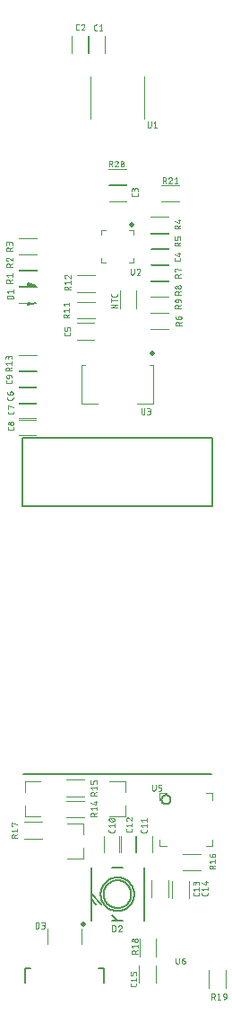
<source format=gbr>
G04 EAGLE Gerber RS-274X export*
G75*
%MOMM*%
%FSLAX34Y34*%
%LPD*%
%INSilkscreen Top*%
%IPPOS*%
%AMOC8*
5,1,8,0,0,1.08239X$1,22.5*%
G01*
%ADD10C,0.200000*%
%ADD11C,0.050800*%
%ADD12C,0.120000*%
%ADD13C,0.150000*%
%ADD14C,0.127000*%
%ADD15C,0.500000*%


D10*
X151757Y199000D02*
X151759Y199130D01*
X151765Y199260D01*
X151775Y199390D01*
X151789Y199519D01*
X151807Y199648D01*
X151829Y199776D01*
X151854Y199903D01*
X151884Y200030D01*
X151917Y200156D01*
X151955Y200280D01*
X151996Y200404D01*
X152041Y200526D01*
X152089Y200646D01*
X152142Y200765D01*
X152198Y200883D01*
X152257Y200998D01*
X152320Y201112D01*
X152387Y201224D01*
X152456Y201334D01*
X152530Y201441D01*
X152606Y201546D01*
X152686Y201649D01*
X152768Y201749D01*
X152854Y201847D01*
X152943Y201942D01*
X153034Y202035D01*
X153129Y202124D01*
X153226Y202211D01*
X153326Y202294D01*
X153428Y202374D01*
X153532Y202452D01*
X153639Y202526D01*
X153748Y202596D01*
X153860Y202664D01*
X153973Y202728D01*
X154088Y202788D01*
X154205Y202845D01*
X154324Y202898D01*
X154444Y202947D01*
X154566Y202993D01*
X154689Y203035D01*
X154813Y203074D01*
X154939Y203108D01*
X155065Y203139D01*
X155192Y203165D01*
X155320Y203188D01*
X155449Y203207D01*
X155578Y203222D01*
X155708Y203233D01*
X155837Y203240D01*
X155967Y203243D01*
X156098Y203242D01*
X156227Y203237D01*
X156357Y203228D01*
X156487Y203215D01*
X156616Y203198D01*
X156744Y203177D01*
X156872Y203153D01*
X156998Y203124D01*
X157124Y203091D01*
X157249Y203055D01*
X157373Y203015D01*
X157495Y202971D01*
X157616Y202923D01*
X157736Y202872D01*
X157854Y202817D01*
X157970Y202758D01*
X158084Y202696D01*
X158196Y202630D01*
X158306Y202561D01*
X158414Y202489D01*
X158520Y202413D01*
X158624Y202335D01*
X158725Y202253D01*
X158823Y202168D01*
X158919Y202080D01*
X159012Y201989D01*
X159102Y201895D01*
X159189Y201799D01*
X159273Y201700D01*
X159355Y201598D01*
X159433Y201494D01*
X159507Y201388D01*
X159579Y201279D01*
X159647Y201168D01*
X159712Y201055D01*
X159773Y200941D01*
X159831Y200824D01*
X159885Y200706D01*
X159935Y200586D01*
X159982Y200465D01*
X160025Y200342D01*
X160064Y200218D01*
X160100Y200093D01*
X160131Y199967D01*
X160159Y199840D01*
X160183Y199712D01*
X160203Y199583D01*
X160219Y199454D01*
X160231Y199325D01*
X160239Y199195D01*
X160243Y199065D01*
X160243Y198935D01*
X160239Y198805D01*
X160231Y198675D01*
X160219Y198546D01*
X160203Y198417D01*
X160183Y198288D01*
X160159Y198160D01*
X160131Y198033D01*
X160100Y197907D01*
X160064Y197782D01*
X160025Y197658D01*
X159982Y197535D01*
X159935Y197414D01*
X159885Y197294D01*
X159831Y197176D01*
X159773Y197059D01*
X159712Y196945D01*
X159647Y196832D01*
X159579Y196721D01*
X159507Y196612D01*
X159433Y196506D01*
X159355Y196402D01*
X159273Y196300D01*
X159189Y196201D01*
X159102Y196105D01*
X159012Y196011D01*
X158919Y195920D01*
X158823Y195832D01*
X158725Y195747D01*
X158624Y195665D01*
X158520Y195587D01*
X158414Y195511D01*
X158306Y195439D01*
X158196Y195370D01*
X158084Y195304D01*
X157970Y195242D01*
X157854Y195183D01*
X157736Y195128D01*
X157616Y195077D01*
X157495Y195029D01*
X157373Y194985D01*
X157249Y194945D01*
X157124Y194909D01*
X156998Y194876D01*
X156872Y194847D01*
X156744Y194823D01*
X156616Y194802D01*
X156487Y194785D01*
X156357Y194772D01*
X156227Y194763D01*
X156098Y194758D01*
X155967Y194757D01*
X155837Y194760D01*
X155708Y194767D01*
X155578Y194778D01*
X155449Y194793D01*
X155320Y194812D01*
X155192Y194835D01*
X155065Y194861D01*
X154939Y194892D01*
X154813Y194926D01*
X154689Y194965D01*
X154566Y195007D01*
X154444Y195053D01*
X154324Y195102D01*
X154205Y195155D01*
X154088Y195212D01*
X153973Y195272D01*
X153860Y195336D01*
X153748Y195404D01*
X153639Y195474D01*
X153532Y195548D01*
X153428Y195626D01*
X153326Y195706D01*
X153226Y195789D01*
X153129Y195876D01*
X153034Y195965D01*
X152943Y196058D01*
X152854Y196153D01*
X152768Y196251D01*
X152686Y196351D01*
X152606Y196454D01*
X152530Y196559D01*
X152456Y196666D01*
X152387Y196776D01*
X152320Y196888D01*
X152257Y197002D01*
X152198Y197117D01*
X152142Y197235D01*
X152089Y197354D01*
X152041Y197474D01*
X151996Y197596D01*
X151955Y197720D01*
X151917Y197844D01*
X151884Y197970D01*
X151854Y198097D01*
X151829Y198224D01*
X151807Y198352D01*
X151789Y198481D01*
X151775Y198610D01*
X151765Y198740D01*
X151759Y198870D01*
X151757Y199000D01*
D11*
X109746Y662254D02*
X104158Y662254D01*
X109746Y665358D01*
X104158Y665358D01*
X104158Y669110D02*
X109746Y669110D01*
X104158Y667558D02*
X104158Y670662D01*
X109746Y673904D02*
X109746Y675145D01*
X109746Y673904D02*
X109744Y673834D01*
X109738Y673765D01*
X109728Y673696D01*
X109715Y673628D01*
X109697Y673560D01*
X109676Y673494D01*
X109651Y673429D01*
X109623Y673365D01*
X109591Y673303D01*
X109556Y673243D01*
X109517Y673185D01*
X109475Y673130D01*
X109430Y673076D01*
X109382Y673026D01*
X109332Y672978D01*
X109278Y672933D01*
X109223Y672891D01*
X109165Y672852D01*
X109105Y672817D01*
X109043Y672785D01*
X108979Y672757D01*
X108914Y672732D01*
X108848Y672711D01*
X108780Y672693D01*
X108712Y672680D01*
X108643Y672670D01*
X108574Y672664D01*
X108504Y672662D01*
X105400Y672662D01*
X105330Y672664D01*
X105261Y672670D01*
X105192Y672680D01*
X105124Y672693D01*
X105056Y672711D01*
X104990Y672732D01*
X104925Y672757D01*
X104861Y672785D01*
X104799Y672817D01*
X104739Y672852D01*
X104681Y672891D01*
X104626Y672933D01*
X104572Y672978D01*
X104522Y673026D01*
X104474Y673076D01*
X104429Y673130D01*
X104387Y673185D01*
X104348Y673243D01*
X104313Y673303D01*
X104281Y673365D01*
X104253Y673429D01*
X104228Y673494D01*
X104207Y673560D01*
X104189Y673628D01*
X104176Y673696D01*
X104166Y673765D01*
X104160Y673834D01*
X104158Y673904D01*
X104158Y675145D01*
D12*
X126964Y165000D02*
X126964Y149000D01*
X143036Y149000D02*
X143036Y165000D01*
D11*
X137628Y169452D02*
X137628Y170694D01*
X137628Y169452D02*
X137626Y169382D01*
X137620Y169313D01*
X137610Y169244D01*
X137597Y169176D01*
X137579Y169108D01*
X137558Y169042D01*
X137533Y168977D01*
X137505Y168913D01*
X137473Y168851D01*
X137438Y168791D01*
X137399Y168733D01*
X137357Y168678D01*
X137312Y168624D01*
X137264Y168574D01*
X137214Y168526D01*
X137160Y168481D01*
X137105Y168439D01*
X137047Y168400D01*
X136987Y168365D01*
X136925Y168333D01*
X136861Y168305D01*
X136796Y168280D01*
X136730Y168259D01*
X136662Y168241D01*
X136594Y168228D01*
X136525Y168218D01*
X136456Y168212D01*
X136386Y168210D01*
X133282Y168210D01*
X133212Y168212D01*
X133143Y168218D01*
X133074Y168228D01*
X133006Y168241D01*
X132938Y168259D01*
X132872Y168280D01*
X132807Y168305D01*
X132743Y168333D01*
X132681Y168365D01*
X132621Y168400D01*
X132563Y168439D01*
X132508Y168481D01*
X132454Y168526D01*
X132404Y168574D01*
X132356Y168624D01*
X132311Y168678D01*
X132269Y168733D01*
X132230Y168791D01*
X132195Y168851D01*
X132163Y168913D01*
X132135Y168977D01*
X132110Y169042D01*
X132089Y169108D01*
X132071Y169176D01*
X132058Y169244D01*
X132048Y169313D01*
X132042Y169382D01*
X132040Y169452D01*
X132040Y170694D01*
X133282Y172799D02*
X132040Y174351D01*
X137628Y174351D01*
X137628Y172799D02*
X137628Y175903D01*
X133282Y178285D02*
X132040Y179837D01*
X137628Y179837D01*
X137628Y178285D02*
X137628Y181390D01*
D12*
X33000Y558036D02*
X17000Y558036D01*
X17000Y541964D02*
X33000Y541964D01*
D11*
X11860Y548395D02*
X11860Y549637D01*
X11860Y548395D02*
X11858Y548325D01*
X11852Y548256D01*
X11842Y548187D01*
X11829Y548119D01*
X11811Y548051D01*
X11790Y547985D01*
X11765Y547920D01*
X11737Y547856D01*
X11705Y547794D01*
X11670Y547734D01*
X11631Y547676D01*
X11589Y547621D01*
X11544Y547567D01*
X11496Y547517D01*
X11446Y547469D01*
X11392Y547424D01*
X11337Y547382D01*
X11279Y547343D01*
X11219Y547308D01*
X11157Y547276D01*
X11093Y547248D01*
X11028Y547223D01*
X10962Y547202D01*
X10894Y547184D01*
X10826Y547171D01*
X10757Y547161D01*
X10688Y547155D01*
X10618Y547153D01*
X10618Y547154D02*
X7514Y547154D01*
X7444Y547156D01*
X7375Y547162D01*
X7306Y547172D01*
X7238Y547185D01*
X7170Y547203D01*
X7104Y547224D01*
X7039Y547249D01*
X6975Y547277D01*
X6913Y547309D01*
X6853Y547344D01*
X6795Y547383D01*
X6740Y547425D01*
X6686Y547470D01*
X6636Y547518D01*
X6588Y547568D01*
X6543Y547622D01*
X6501Y547677D01*
X6462Y547735D01*
X6427Y547795D01*
X6395Y547857D01*
X6367Y547921D01*
X6342Y547986D01*
X6321Y548052D01*
X6303Y548120D01*
X6290Y548188D01*
X6280Y548257D01*
X6274Y548326D01*
X6272Y548396D01*
X6272Y548395D02*
X6272Y549637D01*
X10308Y551742D02*
X10231Y551744D01*
X10153Y551750D01*
X10077Y551759D01*
X10000Y551773D01*
X9925Y551790D01*
X9851Y551811D01*
X9777Y551836D01*
X9705Y551864D01*
X9635Y551896D01*
X9566Y551931D01*
X9499Y551970D01*
X9434Y552012D01*
X9371Y552057D01*
X9310Y552105D01*
X9252Y552156D01*
X9197Y552210D01*
X9144Y552267D01*
X9095Y552326D01*
X9048Y552388D01*
X9004Y552452D01*
X8964Y552518D01*
X8927Y552586D01*
X8893Y552656D01*
X8863Y552727D01*
X8837Y552800D01*
X8814Y552874D01*
X8795Y552949D01*
X8780Y553024D01*
X8768Y553101D01*
X8760Y553178D01*
X8756Y553255D01*
X8756Y553333D01*
X8760Y553410D01*
X8768Y553487D01*
X8780Y553564D01*
X8795Y553639D01*
X8814Y553714D01*
X8837Y553788D01*
X8863Y553861D01*
X8893Y553932D01*
X8927Y554002D01*
X8964Y554070D01*
X9004Y554136D01*
X9048Y554200D01*
X9095Y554262D01*
X9144Y554321D01*
X9197Y554378D01*
X9252Y554432D01*
X9310Y554483D01*
X9371Y554531D01*
X9434Y554576D01*
X9499Y554618D01*
X9566Y554657D01*
X9635Y554692D01*
X9705Y554724D01*
X9777Y554752D01*
X9851Y554777D01*
X9925Y554798D01*
X10000Y554815D01*
X10077Y554829D01*
X10153Y554838D01*
X10231Y554844D01*
X10308Y554846D01*
X10385Y554844D01*
X10463Y554838D01*
X10539Y554829D01*
X10616Y554815D01*
X10691Y554798D01*
X10765Y554777D01*
X10839Y554752D01*
X10911Y554724D01*
X10981Y554692D01*
X11050Y554657D01*
X11117Y554618D01*
X11182Y554576D01*
X11245Y554531D01*
X11306Y554483D01*
X11364Y554432D01*
X11419Y554378D01*
X11472Y554321D01*
X11521Y554262D01*
X11568Y554200D01*
X11612Y554136D01*
X11652Y554070D01*
X11689Y554002D01*
X11723Y553932D01*
X11753Y553861D01*
X11779Y553788D01*
X11802Y553714D01*
X11821Y553639D01*
X11836Y553564D01*
X11848Y553487D01*
X11856Y553410D01*
X11860Y553333D01*
X11860Y553255D01*
X11856Y553178D01*
X11848Y553101D01*
X11836Y553024D01*
X11821Y552949D01*
X11802Y552874D01*
X11779Y552800D01*
X11753Y552727D01*
X11723Y552656D01*
X11689Y552586D01*
X11652Y552518D01*
X11612Y552452D01*
X11568Y552388D01*
X11521Y552326D01*
X11472Y552267D01*
X11419Y552210D01*
X11364Y552156D01*
X11306Y552105D01*
X11245Y552057D01*
X11182Y552012D01*
X11117Y551970D01*
X11050Y551931D01*
X10981Y551896D01*
X10911Y551864D01*
X10839Y551836D01*
X10765Y551811D01*
X10691Y551790D01*
X10616Y551773D01*
X10539Y551759D01*
X10463Y551750D01*
X10385Y551744D01*
X10308Y551742D01*
X7514Y552052D02*
X7444Y552054D01*
X7375Y552060D01*
X7306Y552070D01*
X7238Y552083D01*
X7170Y552101D01*
X7104Y552122D01*
X7039Y552147D01*
X6975Y552175D01*
X6913Y552207D01*
X6853Y552242D01*
X6795Y552281D01*
X6740Y552323D01*
X6686Y552368D01*
X6636Y552416D01*
X6588Y552466D01*
X6543Y552520D01*
X6501Y552575D01*
X6462Y552633D01*
X6427Y552693D01*
X6395Y552755D01*
X6367Y552819D01*
X6342Y552884D01*
X6321Y552950D01*
X6303Y553018D01*
X6290Y553086D01*
X6280Y553155D01*
X6274Y553224D01*
X6272Y553294D01*
X6274Y553364D01*
X6280Y553433D01*
X6290Y553502D01*
X6303Y553570D01*
X6321Y553638D01*
X6342Y553704D01*
X6367Y553769D01*
X6395Y553833D01*
X6427Y553895D01*
X6462Y553955D01*
X6501Y554013D01*
X6543Y554068D01*
X6588Y554122D01*
X6636Y554172D01*
X6686Y554220D01*
X6740Y554265D01*
X6795Y554307D01*
X6853Y554346D01*
X6913Y554381D01*
X6975Y554413D01*
X7039Y554441D01*
X7104Y554466D01*
X7170Y554487D01*
X7238Y554505D01*
X7306Y554518D01*
X7375Y554528D01*
X7444Y554534D01*
X7514Y554536D01*
X7584Y554534D01*
X7653Y554528D01*
X7722Y554518D01*
X7790Y554505D01*
X7858Y554487D01*
X7924Y554466D01*
X7989Y554441D01*
X8053Y554413D01*
X8115Y554381D01*
X8175Y554346D01*
X8233Y554307D01*
X8288Y554265D01*
X8342Y554220D01*
X8392Y554172D01*
X8440Y554122D01*
X8485Y554068D01*
X8527Y554013D01*
X8566Y553955D01*
X8601Y553895D01*
X8633Y553833D01*
X8661Y553769D01*
X8686Y553704D01*
X8707Y553638D01*
X8725Y553570D01*
X8738Y553502D01*
X8748Y553433D01*
X8754Y553364D01*
X8756Y553294D01*
X8754Y553224D01*
X8748Y553155D01*
X8738Y553086D01*
X8725Y553018D01*
X8707Y552950D01*
X8686Y552884D01*
X8661Y552819D01*
X8633Y552755D01*
X8601Y552693D01*
X8566Y552633D01*
X8527Y552575D01*
X8485Y552520D01*
X8440Y552466D01*
X8392Y552416D01*
X8342Y552368D01*
X8288Y552323D01*
X8233Y552281D01*
X8175Y552242D01*
X8115Y552207D01*
X8053Y552175D01*
X7989Y552147D01*
X7924Y552122D01*
X7858Y552101D01*
X7790Y552083D01*
X7722Y552070D01*
X7653Y552060D01*
X7584Y552054D01*
X7514Y552052D01*
D12*
X17000Y586964D02*
X33000Y586964D01*
X33000Y603036D02*
X17000Y603036D01*
D11*
X10360Y593637D02*
X10360Y592395D01*
X10358Y592325D01*
X10352Y592256D01*
X10342Y592187D01*
X10329Y592119D01*
X10311Y592051D01*
X10290Y591985D01*
X10265Y591920D01*
X10237Y591856D01*
X10205Y591794D01*
X10170Y591734D01*
X10131Y591676D01*
X10089Y591621D01*
X10044Y591567D01*
X9996Y591517D01*
X9946Y591469D01*
X9892Y591424D01*
X9837Y591382D01*
X9779Y591343D01*
X9719Y591308D01*
X9657Y591276D01*
X9593Y591248D01*
X9528Y591223D01*
X9462Y591202D01*
X9394Y591184D01*
X9326Y591171D01*
X9257Y591161D01*
X9188Y591155D01*
X9118Y591153D01*
X9118Y591154D02*
X6014Y591154D01*
X5944Y591156D01*
X5875Y591162D01*
X5806Y591172D01*
X5738Y591185D01*
X5670Y591203D01*
X5604Y591224D01*
X5539Y591249D01*
X5475Y591277D01*
X5413Y591309D01*
X5353Y591344D01*
X5295Y591383D01*
X5240Y591425D01*
X5186Y591470D01*
X5136Y591518D01*
X5088Y591568D01*
X5043Y591622D01*
X5001Y591677D01*
X4962Y591735D01*
X4927Y591795D01*
X4895Y591857D01*
X4867Y591921D01*
X4842Y591986D01*
X4821Y592052D01*
X4803Y592120D01*
X4790Y592188D01*
X4780Y592257D01*
X4774Y592326D01*
X4772Y592396D01*
X4772Y592395D02*
X4772Y593637D01*
X7876Y596984D02*
X7876Y598846D01*
X7877Y596984D02*
X7875Y596914D01*
X7869Y596845D01*
X7859Y596776D01*
X7846Y596708D01*
X7828Y596640D01*
X7807Y596574D01*
X7782Y596509D01*
X7754Y596445D01*
X7722Y596383D01*
X7687Y596323D01*
X7648Y596265D01*
X7606Y596210D01*
X7561Y596156D01*
X7513Y596106D01*
X7463Y596058D01*
X7409Y596013D01*
X7354Y595971D01*
X7296Y595932D01*
X7236Y595897D01*
X7174Y595865D01*
X7110Y595837D01*
X7045Y595812D01*
X6979Y595791D01*
X6911Y595773D01*
X6843Y595760D01*
X6774Y595750D01*
X6705Y595744D01*
X6635Y595742D01*
X6324Y595742D01*
X6247Y595744D01*
X6169Y595750D01*
X6093Y595759D01*
X6016Y595773D01*
X5941Y595790D01*
X5867Y595811D01*
X5793Y595836D01*
X5721Y595864D01*
X5651Y595896D01*
X5582Y595931D01*
X5515Y595970D01*
X5450Y596012D01*
X5387Y596057D01*
X5326Y596105D01*
X5268Y596156D01*
X5213Y596210D01*
X5160Y596267D01*
X5111Y596326D01*
X5064Y596388D01*
X5020Y596452D01*
X4980Y596518D01*
X4943Y596586D01*
X4909Y596656D01*
X4879Y596727D01*
X4853Y596800D01*
X4830Y596874D01*
X4811Y596949D01*
X4796Y597024D01*
X4784Y597101D01*
X4776Y597178D01*
X4772Y597255D01*
X4772Y597333D01*
X4776Y597410D01*
X4784Y597487D01*
X4796Y597564D01*
X4811Y597639D01*
X4830Y597714D01*
X4853Y597788D01*
X4879Y597861D01*
X4909Y597932D01*
X4943Y598002D01*
X4980Y598070D01*
X5020Y598136D01*
X5064Y598200D01*
X5111Y598262D01*
X5160Y598321D01*
X5213Y598378D01*
X5268Y598432D01*
X5326Y598483D01*
X5387Y598531D01*
X5450Y598576D01*
X5515Y598618D01*
X5582Y598657D01*
X5651Y598692D01*
X5721Y598724D01*
X5793Y598752D01*
X5867Y598777D01*
X5941Y598798D01*
X6016Y598815D01*
X6093Y598829D01*
X6169Y598838D01*
X6247Y598844D01*
X6324Y598846D01*
X7876Y598846D01*
X7876Y598847D02*
X7974Y598845D01*
X8071Y598839D01*
X8168Y598830D01*
X8265Y598816D01*
X8361Y598799D01*
X8456Y598778D01*
X8550Y598754D01*
X8644Y598725D01*
X8736Y598693D01*
X8827Y598658D01*
X8916Y598619D01*
X9004Y598576D01*
X9090Y598530D01*
X9174Y598481D01*
X9256Y598428D01*
X9336Y598373D01*
X9414Y598314D01*
X9489Y598252D01*
X9562Y598187D01*
X9632Y598119D01*
X9700Y598049D01*
X9765Y597976D01*
X9827Y597901D01*
X9886Y597823D01*
X9941Y597743D01*
X9994Y597661D01*
X10043Y597577D01*
X10089Y597491D01*
X10132Y597403D01*
X10171Y597314D01*
X10206Y597223D01*
X10238Y597131D01*
X10267Y597037D01*
X10291Y596943D01*
X10312Y596848D01*
X10329Y596752D01*
X10343Y596655D01*
X10352Y596558D01*
X10358Y596460D01*
X10360Y596363D01*
D13*
X42044Y183351D03*
D12*
X37500Y183501D02*
X22500Y183501D01*
X22500Y193601D01*
X22500Y216499D02*
X37500Y216499D01*
X22500Y216499D02*
X22500Y206399D01*
D13*
X97956Y216649D03*
D12*
X102500Y216499D02*
X117500Y216499D01*
X117500Y206399D01*
X117500Y183501D02*
X102500Y183501D01*
X117500Y183501D02*
X117500Y193601D01*
X33500Y617786D02*
X16500Y617786D01*
X16500Y602214D02*
X33500Y602214D01*
D11*
X10110Y602979D02*
X4522Y602979D01*
X4522Y604532D01*
X4524Y604609D01*
X4530Y604687D01*
X4539Y604763D01*
X4553Y604840D01*
X4570Y604915D01*
X4591Y604989D01*
X4616Y605063D01*
X4644Y605135D01*
X4676Y605205D01*
X4711Y605274D01*
X4750Y605341D01*
X4792Y605406D01*
X4837Y605469D01*
X4885Y605530D01*
X4936Y605588D01*
X4990Y605643D01*
X5047Y605696D01*
X5106Y605745D01*
X5168Y605792D01*
X5232Y605836D01*
X5298Y605876D01*
X5366Y605913D01*
X5436Y605947D01*
X5507Y605977D01*
X5580Y606003D01*
X5654Y606026D01*
X5729Y606045D01*
X5804Y606060D01*
X5881Y606072D01*
X5958Y606080D01*
X6035Y606084D01*
X6113Y606084D01*
X6190Y606080D01*
X6267Y606072D01*
X6344Y606060D01*
X6419Y606045D01*
X6494Y606026D01*
X6568Y606003D01*
X6641Y605977D01*
X6712Y605947D01*
X6782Y605913D01*
X6850Y605876D01*
X6916Y605836D01*
X6980Y605792D01*
X7042Y605745D01*
X7101Y605696D01*
X7158Y605643D01*
X7212Y605588D01*
X7263Y605530D01*
X7311Y605469D01*
X7356Y605406D01*
X7398Y605341D01*
X7437Y605274D01*
X7472Y605205D01*
X7504Y605135D01*
X7532Y605063D01*
X7557Y604989D01*
X7578Y604915D01*
X7595Y604840D01*
X7609Y604763D01*
X7618Y604687D01*
X7624Y604609D01*
X7626Y604532D01*
X7626Y602979D01*
X7626Y604842D02*
X10110Y606084D01*
X5764Y608430D02*
X4522Y609982D01*
X10110Y609982D01*
X10110Y608430D02*
X10110Y611534D01*
X10110Y613916D02*
X10110Y615468D01*
X10108Y615545D01*
X10102Y615623D01*
X10093Y615699D01*
X10079Y615776D01*
X10062Y615851D01*
X10041Y615925D01*
X10016Y615999D01*
X9988Y616071D01*
X9956Y616141D01*
X9921Y616210D01*
X9882Y616277D01*
X9840Y616342D01*
X9795Y616405D01*
X9747Y616466D01*
X9696Y616524D01*
X9642Y616579D01*
X9585Y616632D01*
X9526Y616681D01*
X9464Y616728D01*
X9400Y616772D01*
X9334Y616812D01*
X9266Y616849D01*
X9196Y616883D01*
X9125Y616913D01*
X9052Y616939D01*
X8978Y616962D01*
X8903Y616981D01*
X8828Y616996D01*
X8751Y617008D01*
X8674Y617016D01*
X8597Y617020D01*
X8519Y617020D01*
X8442Y617016D01*
X8365Y617008D01*
X8288Y616996D01*
X8213Y616981D01*
X8138Y616962D01*
X8064Y616939D01*
X7991Y616913D01*
X7920Y616883D01*
X7850Y616849D01*
X7782Y616812D01*
X7716Y616772D01*
X7652Y616728D01*
X7590Y616681D01*
X7531Y616632D01*
X7474Y616579D01*
X7420Y616524D01*
X7369Y616466D01*
X7321Y616405D01*
X7276Y616342D01*
X7234Y616277D01*
X7195Y616210D01*
X7160Y616141D01*
X7128Y616071D01*
X7100Y615999D01*
X7075Y615925D01*
X7054Y615851D01*
X7037Y615776D01*
X7023Y615699D01*
X7014Y615623D01*
X7008Y615545D01*
X7006Y615468D01*
X4522Y615779D02*
X4522Y613916D01*
X4522Y615779D02*
X4524Y615849D01*
X4530Y615918D01*
X4540Y615987D01*
X4553Y616055D01*
X4571Y616123D01*
X4592Y616189D01*
X4617Y616254D01*
X4645Y616318D01*
X4677Y616380D01*
X4712Y616440D01*
X4751Y616498D01*
X4793Y616553D01*
X4838Y616607D01*
X4886Y616657D01*
X4936Y616705D01*
X4990Y616750D01*
X5045Y616792D01*
X5103Y616831D01*
X5163Y616866D01*
X5225Y616898D01*
X5289Y616926D01*
X5354Y616951D01*
X5420Y616972D01*
X5488Y616990D01*
X5556Y617003D01*
X5625Y617013D01*
X5694Y617019D01*
X5764Y617021D01*
X5834Y617019D01*
X5903Y617013D01*
X5972Y617003D01*
X6040Y616990D01*
X6108Y616972D01*
X6174Y616951D01*
X6239Y616926D01*
X6303Y616898D01*
X6365Y616866D01*
X6425Y616831D01*
X6483Y616792D01*
X6538Y616750D01*
X6592Y616705D01*
X6642Y616657D01*
X6690Y616607D01*
X6735Y616553D01*
X6777Y616498D01*
X6816Y616440D01*
X6851Y616380D01*
X6883Y616318D01*
X6911Y616254D01*
X6936Y616189D01*
X6957Y616123D01*
X6975Y616055D01*
X6988Y615987D01*
X6998Y615918D01*
X7004Y615849D01*
X7006Y615779D01*
X7006Y614537D01*
D12*
X61500Y182214D02*
X78500Y182214D01*
X78500Y197786D02*
X61500Y197786D01*
D11*
X84890Y183479D02*
X90478Y183479D01*
X84890Y183479D02*
X84890Y185032D01*
X84892Y185109D01*
X84898Y185187D01*
X84907Y185263D01*
X84921Y185340D01*
X84938Y185415D01*
X84959Y185489D01*
X84984Y185563D01*
X85012Y185635D01*
X85044Y185705D01*
X85079Y185774D01*
X85118Y185841D01*
X85160Y185906D01*
X85205Y185969D01*
X85253Y186030D01*
X85304Y186088D01*
X85358Y186143D01*
X85415Y186196D01*
X85474Y186245D01*
X85536Y186292D01*
X85600Y186336D01*
X85666Y186376D01*
X85734Y186413D01*
X85804Y186447D01*
X85875Y186477D01*
X85948Y186503D01*
X86022Y186526D01*
X86097Y186545D01*
X86172Y186560D01*
X86249Y186572D01*
X86326Y186580D01*
X86403Y186584D01*
X86481Y186584D01*
X86558Y186580D01*
X86635Y186572D01*
X86712Y186560D01*
X86787Y186545D01*
X86862Y186526D01*
X86936Y186503D01*
X87009Y186477D01*
X87080Y186447D01*
X87150Y186413D01*
X87218Y186376D01*
X87284Y186336D01*
X87348Y186292D01*
X87410Y186245D01*
X87469Y186196D01*
X87526Y186143D01*
X87580Y186088D01*
X87631Y186030D01*
X87679Y185969D01*
X87724Y185906D01*
X87766Y185841D01*
X87805Y185774D01*
X87840Y185705D01*
X87872Y185635D01*
X87900Y185563D01*
X87925Y185489D01*
X87946Y185415D01*
X87963Y185340D01*
X87977Y185263D01*
X87986Y185187D01*
X87992Y185109D01*
X87994Y185032D01*
X87994Y183479D01*
X87994Y185342D02*
X90478Y186584D01*
X86132Y188930D02*
X84890Y190482D01*
X90478Y190482D01*
X90478Y188930D02*
X90478Y192034D01*
X89236Y194416D02*
X84890Y195658D01*
X89236Y194416D02*
X89236Y197521D01*
X87994Y196589D02*
X90478Y196589D01*
D12*
X78500Y217786D02*
X61500Y217786D01*
X61500Y202214D02*
X78500Y202214D01*
D11*
X84890Y202979D02*
X90478Y202979D01*
X84890Y202979D02*
X84890Y204532D01*
X84892Y204609D01*
X84898Y204687D01*
X84907Y204763D01*
X84921Y204840D01*
X84938Y204915D01*
X84959Y204989D01*
X84984Y205063D01*
X85012Y205135D01*
X85044Y205205D01*
X85079Y205274D01*
X85118Y205341D01*
X85160Y205406D01*
X85205Y205469D01*
X85253Y205530D01*
X85304Y205588D01*
X85358Y205643D01*
X85415Y205696D01*
X85474Y205745D01*
X85536Y205792D01*
X85600Y205836D01*
X85666Y205876D01*
X85734Y205913D01*
X85804Y205947D01*
X85875Y205977D01*
X85948Y206003D01*
X86022Y206026D01*
X86097Y206045D01*
X86172Y206060D01*
X86249Y206072D01*
X86326Y206080D01*
X86403Y206084D01*
X86481Y206084D01*
X86558Y206080D01*
X86635Y206072D01*
X86712Y206060D01*
X86787Y206045D01*
X86862Y206026D01*
X86936Y206003D01*
X87009Y205977D01*
X87080Y205947D01*
X87150Y205913D01*
X87218Y205876D01*
X87284Y205836D01*
X87348Y205792D01*
X87410Y205745D01*
X87469Y205696D01*
X87526Y205643D01*
X87580Y205588D01*
X87631Y205530D01*
X87679Y205469D01*
X87724Y205406D01*
X87766Y205341D01*
X87805Y205274D01*
X87840Y205205D01*
X87872Y205135D01*
X87900Y205063D01*
X87925Y204989D01*
X87946Y204915D01*
X87963Y204840D01*
X87977Y204763D01*
X87986Y204687D01*
X87992Y204609D01*
X87994Y204532D01*
X87994Y202979D01*
X87994Y204842D02*
X90478Y206084D01*
X86132Y208430D02*
X84890Y209982D01*
X90478Y209982D01*
X90478Y208430D02*
X90478Y211534D01*
X90478Y213916D02*
X90478Y215779D01*
X90476Y215849D01*
X90470Y215918D01*
X90460Y215987D01*
X90447Y216055D01*
X90429Y216123D01*
X90408Y216189D01*
X90383Y216254D01*
X90355Y216318D01*
X90323Y216380D01*
X90288Y216440D01*
X90249Y216498D01*
X90207Y216553D01*
X90162Y216607D01*
X90114Y216657D01*
X90064Y216705D01*
X90010Y216750D01*
X89955Y216792D01*
X89897Y216831D01*
X89837Y216866D01*
X89775Y216898D01*
X89711Y216926D01*
X89646Y216951D01*
X89580Y216972D01*
X89512Y216990D01*
X89444Y217003D01*
X89375Y217013D01*
X89306Y217019D01*
X89236Y217021D01*
X88615Y217021D01*
X88545Y217019D01*
X88476Y217013D01*
X88407Y217003D01*
X88339Y216990D01*
X88271Y216972D01*
X88205Y216951D01*
X88140Y216926D01*
X88076Y216898D01*
X88014Y216866D01*
X87954Y216831D01*
X87896Y216792D01*
X87841Y216750D01*
X87787Y216705D01*
X87737Y216657D01*
X87689Y216607D01*
X87644Y216553D01*
X87602Y216498D01*
X87563Y216440D01*
X87528Y216380D01*
X87496Y216318D01*
X87468Y216254D01*
X87443Y216189D01*
X87422Y216123D01*
X87404Y216055D01*
X87391Y215987D01*
X87381Y215918D01*
X87375Y215849D01*
X87373Y215779D01*
X87374Y215779D02*
X87374Y213916D01*
X84890Y213916D01*
X84890Y217021D01*
D14*
X21100Y223000D02*
X198900Y223000D01*
X20000Y475000D02*
X20000Y540000D01*
X200000Y540000D01*
X200000Y475000D01*
X20000Y475000D01*
D13*
X84714Y832712D03*
D12*
X84864Y840000D02*
X84864Y880000D01*
X135136Y880000D02*
X135136Y840000D01*
D11*
X138613Y837360D02*
X138613Y833324D01*
X138615Y833247D01*
X138621Y833169D01*
X138630Y833093D01*
X138644Y833016D01*
X138661Y832941D01*
X138682Y832867D01*
X138707Y832793D01*
X138735Y832721D01*
X138767Y832651D01*
X138802Y832582D01*
X138841Y832515D01*
X138883Y832450D01*
X138928Y832387D01*
X138976Y832326D01*
X139027Y832268D01*
X139081Y832213D01*
X139138Y832160D01*
X139197Y832111D01*
X139259Y832064D01*
X139323Y832020D01*
X139389Y831980D01*
X139457Y831943D01*
X139527Y831909D01*
X139598Y831879D01*
X139671Y831853D01*
X139745Y831830D01*
X139820Y831811D01*
X139895Y831796D01*
X139972Y831784D01*
X140049Y831776D01*
X140126Y831772D01*
X140204Y831772D01*
X140281Y831776D01*
X140358Y831784D01*
X140435Y831796D01*
X140510Y831811D01*
X140585Y831830D01*
X140659Y831853D01*
X140732Y831879D01*
X140803Y831909D01*
X140873Y831943D01*
X140941Y831980D01*
X141007Y832020D01*
X141071Y832064D01*
X141133Y832111D01*
X141192Y832160D01*
X141249Y832213D01*
X141303Y832268D01*
X141354Y832326D01*
X141402Y832387D01*
X141447Y832450D01*
X141489Y832515D01*
X141528Y832582D01*
X141563Y832651D01*
X141595Y832721D01*
X141623Y832793D01*
X141648Y832867D01*
X141669Y832941D01*
X141686Y833016D01*
X141700Y833093D01*
X141709Y833169D01*
X141715Y833247D01*
X141717Y833324D01*
X141718Y833324D02*
X141718Y837360D01*
X144282Y836118D02*
X145835Y837360D01*
X145835Y831772D01*
X147387Y831772D02*
X144282Y831772D01*
D13*
X146710Y199610D03*
D12*
X150000Y198860D02*
X150000Y205000D01*
X156140Y205000D01*
X200000Y205000D02*
X200000Y198860D01*
X200000Y205000D02*
X193860Y205000D01*
X200000Y161140D02*
X200000Y155000D01*
X193860Y155000D01*
X150000Y155000D02*
X150000Y161140D01*
X150000Y155000D02*
X156140Y155000D01*
D11*
X142853Y208801D02*
X142853Y212837D01*
X142853Y208801D02*
X142855Y208724D01*
X142861Y208646D01*
X142870Y208570D01*
X142884Y208493D01*
X142901Y208418D01*
X142922Y208344D01*
X142947Y208270D01*
X142975Y208198D01*
X143007Y208128D01*
X143042Y208059D01*
X143081Y207992D01*
X143123Y207927D01*
X143168Y207864D01*
X143216Y207803D01*
X143267Y207745D01*
X143321Y207690D01*
X143378Y207637D01*
X143437Y207588D01*
X143499Y207541D01*
X143563Y207497D01*
X143629Y207457D01*
X143697Y207420D01*
X143767Y207386D01*
X143838Y207356D01*
X143911Y207330D01*
X143985Y207307D01*
X144060Y207288D01*
X144135Y207273D01*
X144212Y207261D01*
X144289Y207253D01*
X144366Y207249D01*
X144444Y207249D01*
X144521Y207253D01*
X144598Y207261D01*
X144675Y207273D01*
X144750Y207288D01*
X144825Y207307D01*
X144899Y207330D01*
X144972Y207356D01*
X145043Y207386D01*
X145113Y207420D01*
X145181Y207457D01*
X145247Y207497D01*
X145311Y207541D01*
X145373Y207588D01*
X145432Y207637D01*
X145489Y207690D01*
X145543Y207745D01*
X145594Y207803D01*
X145642Y207864D01*
X145687Y207927D01*
X145729Y207992D01*
X145768Y208059D01*
X145803Y208128D01*
X145835Y208198D01*
X145863Y208270D01*
X145888Y208344D01*
X145909Y208418D01*
X145926Y208493D01*
X145940Y208570D01*
X145949Y208646D01*
X145955Y208724D01*
X145957Y208801D01*
X145958Y208801D02*
X145958Y212837D01*
X148522Y207249D02*
X150385Y207249D01*
X150455Y207251D01*
X150524Y207257D01*
X150593Y207267D01*
X150661Y207280D01*
X150729Y207298D01*
X150795Y207319D01*
X150860Y207344D01*
X150924Y207372D01*
X150986Y207404D01*
X151046Y207439D01*
X151104Y207478D01*
X151159Y207520D01*
X151213Y207565D01*
X151263Y207613D01*
X151311Y207663D01*
X151356Y207717D01*
X151398Y207772D01*
X151437Y207830D01*
X151472Y207890D01*
X151504Y207952D01*
X151532Y208016D01*
X151557Y208081D01*
X151578Y208147D01*
X151596Y208215D01*
X151609Y208283D01*
X151619Y208352D01*
X151625Y208421D01*
X151627Y208491D01*
X151627Y209112D01*
X151625Y209182D01*
X151619Y209251D01*
X151609Y209320D01*
X151596Y209388D01*
X151578Y209456D01*
X151557Y209522D01*
X151532Y209587D01*
X151504Y209651D01*
X151472Y209713D01*
X151437Y209773D01*
X151398Y209831D01*
X151356Y209886D01*
X151311Y209940D01*
X151263Y209990D01*
X151213Y210038D01*
X151159Y210083D01*
X151104Y210125D01*
X151046Y210164D01*
X150986Y210199D01*
X150924Y210231D01*
X150860Y210259D01*
X150795Y210284D01*
X150729Y210305D01*
X150661Y210323D01*
X150593Y210336D01*
X150524Y210346D01*
X150455Y210352D01*
X150385Y210354D01*
X150385Y210353D02*
X148522Y210353D01*
X148522Y212837D01*
X151627Y212837D01*
D12*
X171500Y132214D02*
X188500Y132214D01*
X188500Y147786D02*
X171500Y147786D01*
D11*
X196890Y133879D02*
X202478Y133879D01*
X196890Y133879D02*
X196890Y135432D01*
X196892Y135509D01*
X196898Y135587D01*
X196907Y135663D01*
X196921Y135740D01*
X196938Y135815D01*
X196959Y135889D01*
X196984Y135963D01*
X197012Y136035D01*
X197044Y136105D01*
X197079Y136174D01*
X197118Y136241D01*
X197160Y136306D01*
X197205Y136369D01*
X197253Y136430D01*
X197304Y136488D01*
X197358Y136543D01*
X197415Y136596D01*
X197474Y136645D01*
X197536Y136692D01*
X197600Y136736D01*
X197666Y136776D01*
X197734Y136813D01*
X197804Y136847D01*
X197875Y136877D01*
X197948Y136903D01*
X198022Y136926D01*
X198097Y136945D01*
X198172Y136960D01*
X198249Y136972D01*
X198326Y136980D01*
X198403Y136984D01*
X198481Y136984D01*
X198558Y136980D01*
X198635Y136972D01*
X198712Y136960D01*
X198787Y136945D01*
X198862Y136926D01*
X198936Y136903D01*
X199009Y136877D01*
X199080Y136847D01*
X199150Y136813D01*
X199218Y136776D01*
X199284Y136736D01*
X199348Y136692D01*
X199410Y136645D01*
X199469Y136596D01*
X199526Y136543D01*
X199580Y136488D01*
X199631Y136430D01*
X199679Y136369D01*
X199724Y136306D01*
X199766Y136241D01*
X199805Y136174D01*
X199840Y136105D01*
X199872Y136035D01*
X199900Y135963D01*
X199925Y135889D01*
X199946Y135815D01*
X199963Y135740D01*
X199977Y135663D01*
X199986Y135587D01*
X199992Y135509D01*
X199994Y135432D01*
X199994Y133879D01*
X199994Y135742D02*
X202478Y136984D01*
X198132Y139330D02*
X196890Y140882D01*
X202478Y140882D01*
X202478Y139330D02*
X202478Y142434D01*
X199374Y144816D02*
X199374Y146679D01*
X199373Y146679D02*
X199375Y146749D01*
X199381Y146818D01*
X199391Y146887D01*
X199404Y146955D01*
X199422Y147023D01*
X199443Y147089D01*
X199468Y147154D01*
X199496Y147218D01*
X199528Y147280D01*
X199563Y147340D01*
X199602Y147398D01*
X199644Y147453D01*
X199689Y147507D01*
X199737Y147557D01*
X199787Y147605D01*
X199841Y147650D01*
X199896Y147692D01*
X199954Y147731D01*
X200014Y147766D01*
X200076Y147798D01*
X200140Y147826D01*
X200205Y147851D01*
X200271Y147872D01*
X200339Y147890D01*
X200407Y147903D01*
X200476Y147913D01*
X200545Y147919D01*
X200615Y147921D01*
X200926Y147921D01*
X200926Y147920D02*
X201003Y147918D01*
X201081Y147912D01*
X201157Y147903D01*
X201234Y147889D01*
X201309Y147872D01*
X201383Y147851D01*
X201457Y147826D01*
X201529Y147798D01*
X201599Y147766D01*
X201668Y147731D01*
X201735Y147692D01*
X201800Y147650D01*
X201863Y147605D01*
X201924Y147557D01*
X201982Y147506D01*
X202037Y147452D01*
X202090Y147395D01*
X202139Y147336D01*
X202186Y147274D01*
X202230Y147210D01*
X202270Y147144D01*
X202307Y147076D01*
X202341Y147006D01*
X202371Y146935D01*
X202397Y146862D01*
X202420Y146788D01*
X202439Y146713D01*
X202454Y146638D01*
X202466Y146561D01*
X202474Y146484D01*
X202478Y146407D01*
X202478Y146329D01*
X202474Y146252D01*
X202466Y146175D01*
X202454Y146098D01*
X202439Y146023D01*
X202420Y145948D01*
X202397Y145874D01*
X202371Y145801D01*
X202341Y145730D01*
X202307Y145660D01*
X202270Y145592D01*
X202230Y145526D01*
X202186Y145462D01*
X202139Y145400D01*
X202090Y145341D01*
X202037Y145284D01*
X201982Y145230D01*
X201924Y145179D01*
X201863Y145131D01*
X201800Y145086D01*
X201735Y145044D01*
X201668Y145005D01*
X201599Y144970D01*
X201529Y144938D01*
X201457Y144910D01*
X201383Y144885D01*
X201309Y144864D01*
X201234Y144847D01*
X201157Y144833D01*
X201081Y144824D01*
X201003Y144818D01*
X200926Y144816D01*
X199374Y144816D01*
X199276Y144818D01*
X199179Y144824D01*
X199082Y144833D01*
X198985Y144847D01*
X198889Y144864D01*
X198794Y144885D01*
X198700Y144909D01*
X198606Y144938D01*
X198514Y144970D01*
X198423Y145005D01*
X198334Y145044D01*
X198246Y145087D01*
X198160Y145133D01*
X198076Y145182D01*
X197994Y145235D01*
X197914Y145290D01*
X197836Y145349D01*
X197761Y145411D01*
X197688Y145476D01*
X197618Y145544D01*
X197550Y145614D01*
X197485Y145687D01*
X197423Y145762D01*
X197364Y145840D01*
X197309Y145920D01*
X197256Y146002D01*
X197207Y146086D01*
X197161Y146172D01*
X197118Y146260D01*
X197079Y146349D01*
X197044Y146440D01*
X197012Y146532D01*
X196983Y146626D01*
X196959Y146720D01*
X196938Y146815D01*
X196921Y146911D01*
X196907Y147008D01*
X196898Y147105D01*
X196892Y147202D01*
X196890Y147300D01*
D12*
X111964Y149000D02*
X111964Y165000D01*
X128036Y165000D02*
X128036Y149000D01*
D11*
X123728Y170152D02*
X123728Y171394D01*
X123728Y170152D02*
X123726Y170082D01*
X123720Y170013D01*
X123710Y169944D01*
X123697Y169876D01*
X123679Y169808D01*
X123658Y169742D01*
X123633Y169677D01*
X123605Y169613D01*
X123573Y169551D01*
X123538Y169491D01*
X123499Y169433D01*
X123457Y169378D01*
X123412Y169324D01*
X123364Y169274D01*
X123314Y169226D01*
X123260Y169181D01*
X123205Y169139D01*
X123147Y169100D01*
X123087Y169065D01*
X123025Y169033D01*
X122961Y169005D01*
X122896Y168980D01*
X122830Y168959D01*
X122762Y168941D01*
X122694Y168928D01*
X122625Y168918D01*
X122556Y168912D01*
X122486Y168910D01*
X119382Y168910D01*
X119312Y168912D01*
X119243Y168918D01*
X119174Y168928D01*
X119106Y168941D01*
X119038Y168959D01*
X118972Y168980D01*
X118907Y169005D01*
X118843Y169033D01*
X118781Y169065D01*
X118721Y169100D01*
X118663Y169139D01*
X118608Y169181D01*
X118554Y169226D01*
X118504Y169274D01*
X118456Y169324D01*
X118411Y169378D01*
X118369Y169433D01*
X118330Y169491D01*
X118295Y169551D01*
X118263Y169613D01*
X118235Y169677D01*
X118210Y169742D01*
X118189Y169808D01*
X118171Y169876D01*
X118158Y169944D01*
X118148Y170013D01*
X118142Y170082D01*
X118140Y170152D01*
X118140Y171394D01*
X119382Y173499D02*
X118140Y175051D01*
X123728Y175051D01*
X123728Y173499D02*
X123728Y176603D01*
X119537Y182090D02*
X119464Y182088D01*
X119391Y182082D01*
X119318Y182073D01*
X119247Y182059D01*
X119175Y182042D01*
X119105Y182022D01*
X119036Y181997D01*
X118969Y181969D01*
X118903Y181938D01*
X118839Y181903D01*
X118776Y181865D01*
X118716Y181823D01*
X118658Y181779D01*
X118602Y181731D01*
X118549Y181681D01*
X118499Y181628D01*
X118451Y181572D01*
X118407Y181514D01*
X118365Y181454D01*
X118327Y181392D01*
X118292Y181327D01*
X118261Y181261D01*
X118233Y181194D01*
X118208Y181125D01*
X118188Y181055D01*
X118171Y180983D01*
X118157Y180912D01*
X118148Y180839D01*
X118142Y180766D01*
X118140Y180693D01*
X118142Y180609D01*
X118148Y180526D01*
X118157Y180443D01*
X118171Y180360D01*
X118188Y180279D01*
X118210Y180198D01*
X118235Y180118D01*
X118263Y180040D01*
X118295Y179962D01*
X118331Y179887D01*
X118370Y179813D01*
X118413Y179741D01*
X118459Y179671D01*
X118508Y179604D01*
X118561Y179538D01*
X118616Y179476D01*
X118674Y179416D01*
X118735Y179358D01*
X118798Y179304D01*
X118864Y179252D01*
X118932Y179204D01*
X119003Y179159D01*
X119075Y179117D01*
X119150Y179079D01*
X119226Y179044D01*
X119303Y179013D01*
X119382Y178985D01*
X120623Y181623D02*
X120570Y181677D01*
X120513Y181728D01*
X120454Y181776D01*
X120393Y181821D01*
X120330Y181862D01*
X120264Y181901D01*
X120197Y181936D01*
X120128Y181968D01*
X120057Y181996D01*
X119986Y182020D01*
X119913Y182041D01*
X119839Y182058D01*
X119764Y182072D01*
X119689Y182081D01*
X119613Y182087D01*
X119537Y182089D01*
X120624Y181624D02*
X123728Y178985D01*
X123728Y182090D01*
D12*
X81964Y902000D02*
X81964Y918000D01*
X98036Y918000D02*
X98036Y902000D01*
D11*
X90637Y923140D02*
X89395Y923140D01*
X89325Y923142D01*
X89256Y923148D01*
X89187Y923158D01*
X89119Y923171D01*
X89051Y923189D01*
X88985Y923210D01*
X88920Y923235D01*
X88856Y923263D01*
X88794Y923295D01*
X88734Y923330D01*
X88676Y923369D01*
X88621Y923411D01*
X88567Y923456D01*
X88517Y923504D01*
X88469Y923554D01*
X88424Y923608D01*
X88382Y923663D01*
X88343Y923721D01*
X88308Y923781D01*
X88276Y923843D01*
X88248Y923907D01*
X88223Y923972D01*
X88202Y924038D01*
X88184Y924106D01*
X88171Y924174D01*
X88161Y924243D01*
X88155Y924312D01*
X88153Y924382D01*
X88154Y924382D02*
X88154Y927486D01*
X88153Y927486D02*
X88155Y927556D01*
X88161Y927625D01*
X88171Y927694D01*
X88184Y927762D01*
X88202Y927830D01*
X88223Y927896D01*
X88248Y927961D01*
X88276Y928025D01*
X88308Y928087D01*
X88343Y928147D01*
X88382Y928205D01*
X88424Y928260D01*
X88469Y928314D01*
X88517Y928364D01*
X88567Y928412D01*
X88621Y928457D01*
X88676Y928499D01*
X88734Y928538D01*
X88794Y928573D01*
X88856Y928605D01*
X88920Y928633D01*
X88985Y928658D01*
X89051Y928679D01*
X89119Y928697D01*
X89187Y928710D01*
X89256Y928720D01*
X89325Y928726D01*
X89395Y928728D01*
X90637Y928728D01*
X92742Y927486D02*
X94294Y928728D01*
X94294Y923140D01*
X92742Y923140D02*
X95846Y923140D01*
D14*
X85000Y135000D02*
X85000Y110000D01*
X85000Y105000D01*
X85000Y85000D01*
X135000Y85000D02*
X135000Y135000D01*
X115000Y135000D02*
X105000Y135000D01*
X105000Y85000D02*
X110000Y85000D01*
X115000Y85000D01*
X95000Y100000D02*
X85000Y110000D01*
X85000Y105000D02*
X90000Y100000D01*
X105000Y90000D02*
X110000Y85000D01*
X94189Y110000D02*
X94194Y110388D01*
X94208Y110776D01*
X94232Y111163D01*
X94265Y111550D01*
X94308Y111935D01*
X94360Y112320D01*
X94422Y112703D01*
X94493Y113085D01*
X94573Y113464D01*
X94663Y113842D01*
X94762Y114217D01*
X94870Y114590D01*
X94987Y114960D01*
X95113Y115327D01*
X95248Y115690D01*
X95393Y116051D01*
X95545Y116407D01*
X95707Y116760D01*
X95877Y117109D01*
X96056Y117453D01*
X96243Y117793D01*
X96438Y118128D01*
X96642Y118459D01*
X96854Y118784D01*
X97073Y119104D01*
X97300Y119419D01*
X97535Y119727D01*
X97778Y120030D01*
X98028Y120327D01*
X98285Y120618D01*
X98549Y120902D01*
X98820Y121180D01*
X99098Y121451D01*
X99382Y121715D01*
X99673Y121972D01*
X99970Y122222D01*
X100273Y122465D01*
X100581Y122700D01*
X100896Y122927D01*
X101216Y123146D01*
X101541Y123358D01*
X101872Y123562D01*
X102207Y123757D01*
X102547Y123944D01*
X102891Y124123D01*
X103240Y124293D01*
X103593Y124455D01*
X103949Y124607D01*
X104310Y124752D01*
X104673Y124887D01*
X105040Y125013D01*
X105410Y125130D01*
X105783Y125238D01*
X106158Y125337D01*
X106536Y125427D01*
X106915Y125507D01*
X107297Y125578D01*
X107680Y125640D01*
X108065Y125692D01*
X108450Y125735D01*
X108837Y125768D01*
X109224Y125792D01*
X109612Y125806D01*
X110000Y125811D01*
X110388Y125806D01*
X110776Y125792D01*
X111163Y125768D01*
X111550Y125735D01*
X111935Y125692D01*
X112320Y125640D01*
X112703Y125578D01*
X113085Y125507D01*
X113464Y125427D01*
X113842Y125337D01*
X114217Y125238D01*
X114590Y125130D01*
X114960Y125013D01*
X115327Y124887D01*
X115690Y124752D01*
X116051Y124607D01*
X116407Y124455D01*
X116760Y124293D01*
X117109Y124123D01*
X117453Y123944D01*
X117793Y123757D01*
X118128Y123562D01*
X118459Y123358D01*
X118784Y123146D01*
X119104Y122927D01*
X119419Y122700D01*
X119727Y122465D01*
X120030Y122222D01*
X120327Y121972D01*
X120618Y121715D01*
X120902Y121451D01*
X121180Y121180D01*
X121451Y120902D01*
X121715Y120618D01*
X121972Y120327D01*
X122222Y120030D01*
X122465Y119727D01*
X122700Y119419D01*
X122927Y119104D01*
X123146Y118784D01*
X123358Y118459D01*
X123562Y118128D01*
X123757Y117793D01*
X123944Y117453D01*
X124123Y117109D01*
X124293Y116760D01*
X124455Y116407D01*
X124607Y116051D01*
X124752Y115690D01*
X124887Y115327D01*
X125013Y114960D01*
X125130Y114590D01*
X125238Y114217D01*
X125337Y113842D01*
X125427Y113464D01*
X125507Y113085D01*
X125578Y112703D01*
X125640Y112320D01*
X125692Y111935D01*
X125735Y111550D01*
X125768Y111163D01*
X125792Y110776D01*
X125806Y110388D01*
X125811Y110000D01*
X125806Y109612D01*
X125792Y109224D01*
X125768Y108837D01*
X125735Y108450D01*
X125692Y108065D01*
X125640Y107680D01*
X125578Y107297D01*
X125507Y106915D01*
X125427Y106536D01*
X125337Y106158D01*
X125238Y105783D01*
X125130Y105410D01*
X125013Y105040D01*
X124887Y104673D01*
X124752Y104310D01*
X124607Y103949D01*
X124455Y103593D01*
X124293Y103240D01*
X124123Y102891D01*
X123944Y102547D01*
X123757Y102207D01*
X123562Y101872D01*
X123358Y101541D01*
X123146Y101216D01*
X122927Y100896D01*
X122700Y100581D01*
X122465Y100273D01*
X122222Y99970D01*
X121972Y99673D01*
X121715Y99382D01*
X121451Y99098D01*
X121180Y98820D01*
X120902Y98549D01*
X120618Y98285D01*
X120327Y98028D01*
X120030Y97778D01*
X119727Y97535D01*
X119419Y97300D01*
X119104Y97073D01*
X118784Y96854D01*
X118459Y96642D01*
X118128Y96438D01*
X117793Y96243D01*
X117453Y96056D01*
X117109Y95877D01*
X116760Y95707D01*
X116407Y95545D01*
X116051Y95393D01*
X115690Y95248D01*
X115327Y95113D01*
X114960Y94987D01*
X114590Y94870D01*
X114217Y94762D01*
X113842Y94663D01*
X113464Y94573D01*
X113085Y94493D01*
X112703Y94422D01*
X112320Y94360D01*
X111935Y94308D01*
X111550Y94265D01*
X111163Y94232D01*
X110776Y94208D01*
X110388Y94194D01*
X110000Y94189D01*
X109612Y94194D01*
X109224Y94208D01*
X108837Y94232D01*
X108450Y94265D01*
X108065Y94308D01*
X107680Y94360D01*
X107297Y94422D01*
X106915Y94493D01*
X106536Y94573D01*
X106158Y94663D01*
X105783Y94762D01*
X105410Y94870D01*
X105040Y94987D01*
X104673Y95113D01*
X104310Y95248D01*
X103949Y95393D01*
X103593Y95545D01*
X103240Y95707D01*
X102891Y95877D01*
X102547Y96056D01*
X102207Y96243D01*
X101872Y96438D01*
X101541Y96642D01*
X101216Y96854D01*
X100896Y97073D01*
X100581Y97300D01*
X100273Y97535D01*
X99970Y97778D01*
X99673Y98028D01*
X99382Y98285D01*
X99098Y98549D01*
X98820Y98820D01*
X98549Y99098D01*
X98285Y99382D01*
X98028Y99673D01*
X97778Y99970D01*
X97535Y100273D01*
X97300Y100581D01*
X97073Y100896D01*
X96854Y101216D01*
X96642Y101541D01*
X96438Y101872D01*
X96243Y102207D01*
X96056Y102547D01*
X95877Y102891D01*
X95707Y103240D01*
X95545Y103593D01*
X95393Y103949D01*
X95248Y104310D01*
X95113Y104673D01*
X94987Y105040D01*
X94870Y105410D01*
X94762Y105783D01*
X94663Y106158D01*
X94573Y106536D01*
X94493Y106915D01*
X94422Y107297D01*
X94360Y107680D01*
X94308Y108065D01*
X94265Y108450D01*
X94232Y108837D01*
X94208Y109224D01*
X94194Y109612D01*
X94189Y110000D01*
X96962Y110000D02*
X96966Y110320D01*
X96978Y110640D01*
X96997Y110959D01*
X97025Y111278D01*
X97060Y111596D01*
X97103Y111913D01*
X97154Y112229D01*
X97213Y112544D01*
X97279Y112857D01*
X97353Y113168D01*
X97434Y113477D01*
X97523Y113785D01*
X97620Y114090D01*
X97724Y114392D01*
X97836Y114692D01*
X97954Y114989D01*
X98081Y115284D01*
X98214Y115574D01*
X98354Y115862D01*
X98502Y116146D01*
X98656Y116426D01*
X98817Y116703D01*
X98985Y116975D01*
X99159Y117244D01*
X99340Y117507D01*
X99528Y117767D01*
X99722Y118021D01*
X99921Y118271D01*
X100128Y118516D01*
X100339Y118756D01*
X100557Y118990D01*
X100781Y119219D01*
X101010Y119443D01*
X101244Y119661D01*
X101484Y119872D01*
X101729Y120079D01*
X101979Y120278D01*
X102233Y120472D01*
X102493Y120660D01*
X102756Y120841D01*
X103025Y121015D01*
X103297Y121183D01*
X103574Y121344D01*
X103854Y121498D01*
X104138Y121646D01*
X104426Y121786D01*
X104716Y121919D01*
X105011Y122046D01*
X105308Y122164D01*
X105608Y122276D01*
X105910Y122380D01*
X106215Y122477D01*
X106523Y122566D01*
X106832Y122647D01*
X107143Y122721D01*
X107456Y122787D01*
X107771Y122846D01*
X108087Y122897D01*
X108404Y122940D01*
X108722Y122975D01*
X109041Y123003D01*
X109360Y123022D01*
X109680Y123034D01*
X110000Y123038D01*
X110320Y123034D01*
X110640Y123022D01*
X110959Y123003D01*
X111278Y122975D01*
X111596Y122940D01*
X111913Y122897D01*
X112229Y122846D01*
X112544Y122787D01*
X112857Y122721D01*
X113168Y122647D01*
X113477Y122566D01*
X113785Y122477D01*
X114090Y122380D01*
X114392Y122276D01*
X114692Y122164D01*
X114989Y122046D01*
X115284Y121919D01*
X115574Y121786D01*
X115862Y121646D01*
X116146Y121498D01*
X116426Y121344D01*
X116703Y121183D01*
X116975Y121015D01*
X117244Y120841D01*
X117507Y120660D01*
X117767Y120472D01*
X118021Y120278D01*
X118271Y120079D01*
X118516Y119872D01*
X118756Y119661D01*
X118990Y119443D01*
X119219Y119219D01*
X119443Y118990D01*
X119661Y118756D01*
X119872Y118516D01*
X120079Y118271D01*
X120278Y118021D01*
X120472Y117767D01*
X120660Y117507D01*
X120841Y117244D01*
X121015Y116975D01*
X121183Y116703D01*
X121344Y116426D01*
X121498Y116146D01*
X121646Y115862D01*
X121786Y115574D01*
X121919Y115284D01*
X122046Y114989D01*
X122164Y114692D01*
X122276Y114392D01*
X122380Y114090D01*
X122477Y113785D01*
X122566Y113477D01*
X122647Y113168D01*
X122721Y112857D01*
X122787Y112544D01*
X122846Y112229D01*
X122897Y111913D01*
X122940Y111596D01*
X122975Y111278D01*
X123003Y110959D01*
X123022Y110640D01*
X123034Y110320D01*
X123038Y110000D01*
X123034Y109680D01*
X123022Y109360D01*
X123003Y109041D01*
X122975Y108722D01*
X122940Y108404D01*
X122897Y108087D01*
X122846Y107771D01*
X122787Y107456D01*
X122721Y107143D01*
X122647Y106832D01*
X122566Y106523D01*
X122477Y106215D01*
X122380Y105910D01*
X122276Y105608D01*
X122164Y105308D01*
X122046Y105011D01*
X121919Y104716D01*
X121786Y104426D01*
X121646Y104138D01*
X121498Y103854D01*
X121344Y103574D01*
X121183Y103297D01*
X121015Y103025D01*
X120841Y102756D01*
X120660Y102493D01*
X120472Y102233D01*
X120278Y101979D01*
X120079Y101729D01*
X119872Y101484D01*
X119661Y101244D01*
X119443Y101010D01*
X119219Y100781D01*
X118990Y100557D01*
X118756Y100339D01*
X118516Y100128D01*
X118271Y99921D01*
X118021Y99722D01*
X117767Y99528D01*
X117507Y99340D01*
X117244Y99159D01*
X116975Y98985D01*
X116703Y98817D01*
X116426Y98656D01*
X116146Y98502D01*
X115862Y98354D01*
X115574Y98214D01*
X115284Y98081D01*
X114989Y97954D01*
X114692Y97836D01*
X114392Y97724D01*
X114090Y97620D01*
X113785Y97523D01*
X113477Y97434D01*
X113168Y97353D01*
X112857Y97279D01*
X112544Y97213D01*
X112229Y97154D01*
X111913Y97103D01*
X111596Y97060D01*
X111278Y97025D01*
X110959Y96997D01*
X110640Y96978D01*
X110320Y96966D01*
X110000Y96962D01*
X109680Y96966D01*
X109360Y96978D01*
X109041Y96997D01*
X108722Y97025D01*
X108404Y97060D01*
X108087Y97103D01*
X107771Y97154D01*
X107456Y97213D01*
X107143Y97279D01*
X106832Y97353D01*
X106523Y97434D01*
X106215Y97523D01*
X105910Y97620D01*
X105608Y97724D01*
X105308Y97836D01*
X105011Y97954D01*
X104716Y98081D01*
X104426Y98214D01*
X104138Y98354D01*
X103854Y98502D01*
X103574Y98656D01*
X103297Y98817D01*
X103025Y98985D01*
X102756Y99159D01*
X102493Y99340D01*
X102233Y99528D01*
X101979Y99722D01*
X101729Y99921D01*
X101484Y100128D01*
X101244Y100339D01*
X101010Y100557D01*
X100781Y100781D01*
X100557Y101010D01*
X100339Y101244D01*
X100128Y101484D01*
X99921Y101729D01*
X99722Y101979D01*
X99528Y102233D01*
X99340Y102493D01*
X99159Y102756D01*
X98985Y103025D01*
X98817Y103297D01*
X98656Y103574D01*
X98502Y103854D01*
X98354Y104138D01*
X98214Y104426D01*
X98081Y104716D01*
X97954Y105011D01*
X97836Y105308D01*
X97724Y105608D01*
X97620Y105910D01*
X97523Y106215D01*
X97434Y106523D01*
X97353Y106832D01*
X97279Y107143D01*
X97213Y107456D01*
X97154Y107771D01*
X97103Y108087D01*
X97060Y108404D01*
X97025Y108722D01*
X96997Y109041D01*
X96978Y109360D01*
X96966Y109680D01*
X96962Y110000D01*
D11*
X105254Y80642D02*
X105254Y75054D01*
X105254Y80642D02*
X106806Y80642D01*
X106882Y80640D01*
X106958Y80635D01*
X107034Y80625D01*
X107109Y80612D01*
X107183Y80595D01*
X107257Y80575D01*
X107329Y80551D01*
X107400Y80524D01*
X107470Y80493D01*
X107538Y80459D01*
X107604Y80421D01*
X107668Y80380D01*
X107731Y80337D01*
X107791Y80290D01*
X107848Y80240D01*
X107903Y80187D01*
X107956Y80132D01*
X108006Y80075D01*
X108053Y80015D01*
X108096Y79952D01*
X108137Y79888D01*
X108175Y79822D01*
X108209Y79754D01*
X108240Y79684D01*
X108267Y79613D01*
X108291Y79540D01*
X108311Y79467D01*
X108328Y79393D01*
X108341Y79318D01*
X108351Y79242D01*
X108356Y79166D01*
X108358Y79090D01*
X108358Y76606D01*
X108356Y76527D01*
X108350Y76449D01*
X108340Y76371D01*
X108326Y76294D01*
X108308Y76217D01*
X108287Y76141D01*
X108261Y76067D01*
X108232Y75994D01*
X108199Y75923D01*
X108163Y75853D01*
X108123Y75785D01*
X108080Y75719D01*
X108033Y75656D01*
X107984Y75595D01*
X107931Y75537D01*
X107875Y75481D01*
X107817Y75428D01*
X107756Y75379D01*
X107693Y75332D01*
X107627Y75289D01*
X107559Y75249D01*
X107490Y75213D01*
X107418Y75180D01*
X107345Y75151D01*
X107271Y75125D01*
X107195Y75104D01*
X107118Y75086D01*
X107041Y75072D01*
X106963Y75062D01*
X106885Y75056D01*
X106806Y75054D01*
X105254Y75054D01*
X112631Y80642D02*
X112704Y80640D01*
X112777Y80634D01*
X112850Y80625D01*
X112921Y80611D01*
X112993Y80594D01*
X113063Y80574D01*
X113132Y80549D01*
X113199Y80521D01*
X113265Y80490D01*
X113330Y80455D01*
X113392Y80417D01*
X113452Y80375D01*
X113510Y80331D01*
X113566Y80283D01*
X113619Y80233D01*
X113669Y80180D01*
X113717Y80124D01*
X113761Y80066D01*
X113803Y80006D01*
X113841Y79944D01*
X113876Y79879D01*
X113907Y79813D01*
X113935Y79746D01*
X113960Y79677D01*
X113980Y79607D01*
X113997Y79535D01*
X114011Y79464D01*
X114020Y79391D01*
X114026Y79318D01*
X114028Y79245D01*
X112631Y80642D02*
X112547Y80640D01*
X112464Y80634D01*
X112381Y80625D01*
X112299Y80611D01*
X112217Y80594D01*
X112136Y80572D01*
X112056Y80547D01*
X111978Y80519D01*
X111900Y80487D01*
X111825Y80451D01*
X111751Y80412D01*
X111679Y80369D01*
X111609Y80323D01*
X111542Y80274D01*
X111476Y80221D01*
X111414Y80166D01*
X111354Y80108D01*
X111296Y80047D01*
X111242Y79984D01*
X111190Y79918D01*
X111142Y79850D01*
X111097Y79779D01*
X111055Y79707D01*
X111017Y79632D01*
X110982Y79556D01*
X110951Y79479D01*
X110923Y79400D01*
X113561Y78159D02*
X113615Y78212D01*
X113666Y78269D01*
X113714Y78328D01*
X113759Y78389D01*
X113800Y78452D01*
X113839Y78518D01*
X113874Y78585D01*
X113906Y78654D01*
X113934Y78725D01*
X113958Y78796D01*
X113979Y78869D01*
X113996Y78943D01*
X114010Y79018D01*
X114019Y79093D01*
X114025Y79169D01*
X114027Y79245D01*
X113562Y78158D02*
X110923Y75054D01*
X114028Y75054D01*
D12*
X141964Y107000D02*
X141964Y123000D01*
X158036Y123000D02*
X158036Y107000D01*
D11*
X187128Y109852D02*
X187128Y111094D01*
X187128Y109852D02*
X187126Y109782D01*
X187120Y109713D01*
X187110Y109644D01*
X187097Y109576D01*
X187079Y109508D01*
X187058Y109442D01*
X187033Y109377D01*
X187005Y109313D01*
X186973Y109251D01*
X186938Y109191D01*
X186899Y109133D01*
X186857Y109078D01*
X186812Y109024D01*
X186764Y108974D01*
X186714Y108926D01*
X186660Y108881D01*
X186605Y108839D01*
X186547Y108800D01*
X186487Y108765D01*
X186425Y108733D01*
X186361Y108705D01*
X186296Y108680D01*
X186230Y108659D01*
X186162Y108641D01*
X186094Y108628D01*
X186025Y108618D01*
X185956Y108612D01*
X185886Y108610D01*
X182782Y108610D01*
X182712Y108612D01*
X182643Y108618D01*
X182574Y108628D01*
X182506Y108641D01*
X182438Y108659D01*
X182372Y108680D01*
X182307Y108705D01*
X182243Y108733D01*
X182181Y108765D01*
X182121Y108800D01*
X182063Y108839D01*
X182008Y108881D01*
X181954Y108926D01*
X181904Y108974D01*
X181856Y109024D01*
X181811Y109078D01*
X181769Y109133D01*
X181730Y109191D01*
X181695Y109251D01*
X181663Y109313D01*
X181635Y109377D01*
X181610Y109442D01*
X181589Y109508D01*
X181571Y109576D01*
X181558Y109644D01*
X181548Y109713D01*
X181542Y109782D01*
X181540Y109852D01*
X181540Y111094D01*
X182782Y113199D02*
X181540Y114751D01*
X187128Y114751D01*
X187128Y113199D02*
X187128Y116303D01*
X187128Y118685D02*
X187128Y120237D01*
X187126Y120314D01*
X187120Y120392D01*
X187111Y120468D01*
X187097Y120545D01*
X187080Y120620D01*
X187059Y120694D01*
X187034Y120768D01*
X187006Y120840D01*
X186974Y120910D01*
X186939Y120979D01*
X186900Y121046D01*
X186858Y121111D01*
X186813Y121174D01*
X186765Y121235D01*
X186714Y121293D01*
X186660Y121348D01*
X186603Y121401D01*
X186544Y121450D01*
X186482Y121497D01*
X186418Y121541D01*
X186352Y121581D01*
X186284Y121618D01*
X186214Y121652D01*
X186143Y121682D01*
X186070Y121708D01*
X185996Y121731D01*
X185921Y121750D01*
X185846Y121765D01*
X185769Y121777D01*
X185692Y121785D01*
X185615Y121789D01*
X185537Y121789D01*
X185460Y121785D01*
X185383Y121777D01*
X185306Y121765D01*
X185231Y121750D01*
X185156Y121731D01*
X185082Y121708D01*
X185009Y121682D01*
X184938Y121652D01*
X184868Y121618D01*
X184800Y121581D01*
X184734Y121541D01*
X184670Y121497D01*
X184608Y121450D01*
X184549Y121401D01*
X184492Y121348D01*
X184438Y121293D01*
X184387Y121235D01*
X184339Y121174D01*
X184294Y121111D01*
X184252Y121046D01*
X184213Y120979D01*
X184178Y120910D01*
X184146Y120840D01*
X184118Y120768D01*
X184093Y120694D01*
X184072Y120620D01*
X184055Y120545D01*
X184041Y120468D01*
X184032Y120392D01*
X184026Y120314D01*
X184024Y120237D01*
X181540Y120548D02*
X181540Y118685D01*
X181540Y120548D02*
X181542Y120618D01*
X181548Y120687D01*
X181558Y120756D01*
X181571Y120824D01*
X181589Y120892D01*
X181610Y120958D01*
X181635Y121023D01*
X181663Y121087D01*
X181695Y121149D01*
X181730Y121209D01*
X181769Y121267D01*
X181811Y121322D01*
X181856Y121376D01*
X181904Y121426D01*
X181954Y121474D01*
X182008Y121519D01*
X182063Y121561D01*
X182121Y121600D01*
X182181Y121635D01*
X182243Y121667D01*
X182307Y121695D01*
X182372Y121720D01*
X182438Y121741D01*
X182506Y121759D01*
X182574Y121772D01*
X182643Y121782D01*
X182712Y121788D01*
X182782Y121790D01*
X182852Y121788D01*
X182921Y121782D01*
X182990Y121772D01*
X183058Y121759D01*
X183126Y121741D01*
X183192Y121720D01*
X183257Y121695D01*
X183321Y121667D01*
X183383Y121635D01*
X183443Y121600D01*
X183501Y121561D01*
X183556Y121519D01*
X183610Y121474D01*
X183660Y121426D01*
X183708Y121376D01*
X183753Y121322D01*
X183795Y121267D01*
X183834Y121209D01*
X183869Y121149D01*
X183901Y121087D01*
X183929Y121023D01*
X183954Y120958D01*
X183975Y120892D01*
X183993Y120824D01*
X184006Y120756D01*
X184016Y120687D01*
X184022Y120618D01*
X184024Y120548D01*
X184024Y119306D01*
D13*
X57956Y176649D03*
D12*
X62500Y176499D02*
X77500Y176499D01*
X77500Y166399D01*
X77500Y143501D02*
X62500Y143501D01*
X77500Y143501D02*
X77500Y153601D01*
X38500Y162214D02*
X21500Y162214D01*
X21500Y177786D02*
X38500Y177786D01*
D11*
X15478Y162979D02*
X9890Y162979D01*
X9890Y164532D01*
X9892Y164609D01*
X9898Y164687D01*
X9907Y164763D01*
X9921Y164840D01*
X9938Y164915D01*
X9959Y164989D01*
X9984Y165063D01*
X10012Y165135D01*
X10044Y165205D01*
X10079Y165274D01*
X10118Y165341D01*
X10160Y165406D01*
X10205Y165469D01*
X10253Y165530D01*
X10304Y165588D01*
X10358Y165643D01*
X10415Y165696D01*
X10474Y165745D01*
X10536Y165792D01*
X10600Y165836D01*
X10666Y165876D01*
X10734Y165913D01*
X10804Y165947D01*
X10875Y165977D01*
X10948Y166003D01*
X11022Y166026D01*
X11097Y166045D01*
X11172Y166060D01*
X11249Y166072D01*
X11326Y166080D01*
X11403Y166084D01*
X11481Y166084D01*
X11558Y166080D01*
X11635Y166072D01*
X11712Y166060D01*
X11787Y166045D01*
X11862Y166026D01*
X11936Y166003D01*
X12009Y165977D01*
X12080Y165947D01*
X12150Y165913D01*
X12218Y165876D01*
X12284Y165836D01*
X12348Y165792D01*
X12410Y165745D01*
X12469Y165696D01*
X12526Y165643D01*
X12580Y165588D01*
X12631Y165530D01*
X12679Y165469D01*
X12724Y165406D01*
X12766Y165341D01*
X12805Y165274D01*
X12840Y165205D01*
X12872Y165135D01*
X12900Y165063D01*
X12925Y164989D01*
X12946Y164915D01*
X12963Y164840D01*
X12977Y164763D01*
X12986Y164687D01*
X12992Y164609D01*
X12994Y164532D01*
X12994Y162979D01*
X12994Y164842D02*
X15478Y166084D01*
X11132Y168430D02*
X9890Y169982D01*
X15478Y169982D01*
X15478Y168430D02*
X15478Y171534D01*
X10511Y173916D02*
X9890Y173916D01*
X9890Y177021D01*
X15478Y175468D01*
D12*
X17000Y588036D02*
X33000Y588036D01*
X33000Y571964D02*
X17000Y571964D01*
D11*
X11360Y576895D02*
X11360Y578137D01*
X11360Y576895D02*
X11358Y576825D01*
X11352Y576756D01*
X11342Y576687D01*
X11329Y576619D01*
X11311Y576551D01*
X11290Y576485D01*
X11265Y576420D01*
X11237Y576356D01*
X11205Y576294D01*
X11170Y576234D01*
X11131Y576176D01*
X11089Y576121D01*
X11044Y576067D01*
X10996Y576017D01*
X10946Y575969D01*
X10892Y575924D01*
X10837Y575882D01*
X10779Y575843D01*
X10719Y575808D01*
X10657Y575776D01*
X10593Y575748D01*
X10528Y575723D01*
X10462Y575702D01*
X10394Y575684D01*
X10326Y575671D01*
X10257Y575661D01*
X10188Y575655D01*
X10118Y575653D01*
X10118Y575654D02*
X7014Y575654D01*
X6944Y575656D01*
X6875Y575662D01*
X6806Y575672D01*
X6738Y575685D01*
X6670Y575703D01*
X6604Y575724D01*
X6539Y575749D01*
X6475Y575777D01*
X6413Y575809D01*
X6353Y575844D01*
X6295Y575883D01*
X6240Y575925D01*
X6186Y575970D01*
X6136Y576018D01*
X6088Y576068D01*
X6043Y576122D01*
X6001Y576177D01*
X5962Y576235D01*
X5927Y576295D01*
X5895Y576357D01*
X5867Y576421D01*
X5842Y576486D01*
X5821Y576552D01*
X5803Y576620D01*
X5790Y576688D01*
X5780Y576757D01*
X5774Y576826D01*
X5772Y576896D01*
X5772Y576895D02*
X5772Y578137D01*
X8256Y580242D02*
X8256Y582105D01*
X8255Y582105D02*
X8257Y582175D01*
X8263Y582244D01*
X8273Y582313D01*
X8286Y582381D01*
X8304Y582449D01*
X8325Y582515D01*
X8350Y582580D01*
X8378Y582644D01*
X8410Y582706D01*
X8445Y582766D01*
X8484Y582824D01*
X8526Y582879D01*
X8571Y582933D01*
X8619Y582983D01*
X8669Y583031D01*
X8723Y583076D01*
X8778Y583118D01*
X8836Y583157D01*
X8896Y583192D01*
X8958Y583224D01*
X9022Y583252D01*
X9087Y583277D01*
X9153Y583298D01*
X9221Y583316D01*
X9289Y583329D01*
X9358Y583339D01*
X9427Y583345D01*
X9497Y583347D01*
X9497Y583346D02*
X9808Y583346D01*
X9885Y583344D01*
X9963Y583338D01*
X10039Y583329D01*
X10116Y583315D01*
X10191Y583298D01*
X10265Y583277D01*
X10339Y583252D01*
X10411Y583224D01*
X10481Y583192D01*
X10550Y583157D01*
X10617Y583118D01*
X10682Y583076D01*
X10745Y583031D01*
X10806Y582983D01*
X10864Y582932D01*
X10919Y582878D01*
X10972Y582821D01*
X11021Y582762D01*
X11068Y582700D01*
X11112Y582636D01*
X11152Y582570D01*
X11189Y582502D01*
X11223Y582432D01*
X11253Y582361D01*
X11279Y582288D01*
X11302Y582214D01*
X11321Y582139D01*
X11336Y582064D01*
X11348Y581987D01*
X11356Y581910D01*
X11360Y581833D01*
X11360Y581755D01*
X11356Y581678D01*
X11348Y581601D01*
X11336Y581524D01*
X11321Y581449D01*
X11302Y581374D01*
X11279Y581300D01*
X11253Y581227D01*
X11223Y581156D01*
X11189Y581086D01*
X11152Y581018D01*
X11112Y580952D01*
X11068Y580888D01*
X11021Y580826D01*
X10972Y580767D01*
X10919Y580710D01*
X10864Y580656D01*
X10806Y580605D01*
X10745Y580557D01*
X10682Y580512D01*
X10617Y580470D01*
X10550Y580431D01*
X10481Y580396D01*
X10411Y580364D01*
X10339Y580336D01*
X10265Y580311D01*
X10191Y580290D01*
X10116Y580273D01*
X10039Y580259D01*
X9963Y580250D01*
X9885Y580244D01*
X9808Y580242D01*
X8256Y580242D01*
X8256Y580241D02*
X8158Y580243D01*
X8061Y580249D01*
X7964Y580258D01*
X7867Y580272D01*
X7771Y580289D01*
X7676Y580310D01*
X7582Y580334D01*
X7488Y580363D01*
X7396Y580395D01*
X7305Y580430D01*
X7216Y580469D01*
X7128Y580512D01*
X7042Y580558D01*
X6958Y580607D01*
X6876Y580660D01*
X6796Y580715D01*
X6718Y580774D01*
X6643Y580836D01*
X6570Y580901D01*
X6500Y580969D01*
X6432Y581039D01*
X6367Y581112D01*
X6305Y581187D01*
X6246Y581265D01*
X6191Y581345D01*
X6138Y581427D01*
X6089Y581511D01*
X6043Y581597D01*
X6000Y581685D01*
X5961Y581774D01*
X5926Y581865D01*
X5894Y581957D01*
X5865Y582051D01*
X5841Y582145D01*
X5820Y582240D01*
X5803Y582336D01*
X5789Y582433D01*
X5780Y582530D01*
X5774Y582627D01*
X5772Y582725D01*
D12*
X72000Y648036D02*
X88000Y648036D01*
X88000Y631964D02*
X72000Y631964D01*
D11*
X65360Y637395D02*
X65360Y638637D01*
X65360Y637395D02*
X65358Y637325D01*
X65352Y637256D01*
X65342Y637187D01*
X65329Y637119D01*
X65311Y637051D01*
X65290Y636985D01*
X65265Y636920D01*
X65237Y636856D01*
X65205Y636794D01*
X65170Y636734D01*
X65131Y636676D01*
X65089Y636621D01*
X65044Y636567D01*
X64996Y636517D01*
X64946Y636469D01*
X64892Y636424D01*
X64837Y636382D01*
X64779Y636343D01*
X64719Y636308D01*
X64657Y636276D01*
X64593Y636248D01*
X64528Y636223D01*
X64462Y636202D01*
X64394Y636184D01*
X64326Y636171D01*
X64257Y636161D01*
X64188Y636155D01*
X64118Y636153D01*
X64118Y636154D02*
X61014Y636154D01*
X60944Y636156D01*
X60875Y636162D01*
X60806Y636172D01*
X60738Y636185D01*
X60670Y636203D01*
X60604Y636224D01*
X60539Y636249D01*
X60475Y636277D01*
X60413Y636309D01*
X60353Y636344D01*
X60295Y636383D01*
X60240Y636425D01*
X60186Y636470D01*
X60136Y636518D01*
X60088Y636568D01*
X60043Y636622D01*
X60001Y636677D01*
X59962Y636735D01*
X59927Y636795D01*
X59895Y636857D01*
X59867Y636921D01*
X59842Y636986D01*
X59821Y637052D01*
X59803Y637120D01*
X59790Y637188D01*
X59780Y637257D01*
X59774Y637326D01*
X59772Y637396D01*
X59772Y637395D02*
X59772Y638637D01*
X65360Y640742D02*
X65360Y642605D01*
X65358Y642675D01*
X65352Y642744D01*
X65342Y642813D01*
X65329Y642881D01*
X65311Y642949D01*
X65290Y643015D01*
X65265Y643080D01*
X65237Y643144D01*
X65205Y643206D01*
X65170Y643266D01*
X65131Y643324D01*
X65089Y643379D01*
X65044Y643433D01*
X64996Y643483D01*
X64946Y643531D01*
X64892Y643576D01*
X64837Y643618D01*
X64779Y643657D01*
X64719Y643692D01*
X64657Y643724D01*
X64593Y643752D01*
X64528Y643777D01*
X64462Y643798D01*
X64394Y643816D01*
X64326Y643829D01*
X64257Y643839D01*
X64188Y643845D01*
X64118Y643847D01*
X64118Y643846D02*
X63497Y643846D01*
X63497Y643847D02*
X63427Y643845D01*
X63358Y643839D01*
X63289Y643829D01*
X63221Y643816D01*
X63153Y643798D01*
X63087Y643777D01*
X63022Y643752D01*
X62958Y643724D01*
X62896Y643692D01*
X62836Y643657D01*
X62778Y643618D01*
X62723Y643576D01*
X62669Y643531D01*
X62619Y643483D01*
X62571Y643433D01*
X62526Y643379D01*
X62484Y643324D01*
X62445Y643266D01*
X62410Y643206D01*
X62378Y643144D01*
X62350Y643080D01*
X62325Y643015D01*
X62304Y642949D01*
X62286Y642881D01*
X62273Y642813D01*
X62263Y642744D01*
X62257Y642675D01*
X62255Y642605D01*
X62256Y642605D02*
X62256Y640742D01*
X59772Y640742D01*
X59772Y643846D01*
D12*
X33000Y573036D02*
X17000Y573036D01*
X17000Y556964D02*
X33000Y556964D01*
D11*
X11860Y563395D02*
X11860Y564637D01*
X11860Y563395D02*
X11858Y563325D01*
X11852Y563256D01*
X11842Y563187D01*
X11829Y563119D01*
X11811Y563051D01*
X11790Y562985D01*
X11765Y562920D01*
X11737Y562856D01*
X11705Y562794D01*
X11670Y562734D01*
X11631Y562676D01*
X11589Y562621D01*
X11544Y562567D01*
X11496Y562517D01*
X11446Y562469D01*
X11392Y562424D01*
X11337Y562382D01*
X11279Y562343D01*
X11219Y562308D01*
X11157Y562276D01*
X11093Y562248D01*
X11028Y562223D01*
X10962Y562202D01*
X10894Y562184D01*
X10826Y562171D01*
X10757Y562161D01*
X10688Y562155D01*
X10618Y562153D01*
X10618Y562154D02*
X7514Y562154D01*
X7444Y562156D01*
X7375Y562162D01*
X7306Y562172D01*
X7238Y562185D01*
X7170Y562203D01*
X7104Y562224D01*
X7039Y562249D01*
X6975Y562277D01*
X6913Y562309D01*
X6853Y562344D01*
X6795Y562383D01*
X6740Y562425D01*
X6686Y562470D01*
X6636Y562518D01*
X6588Y562568D01*
X6543Y562622D01*
X6501Y562677D01*
X6462Y562735D01*
X6427Y562795D01*
X6395Y562857D01*
X6367Y562921D01*
X6342Y562986D01*
X6321Y563052D01*
X6303Y563120D01*
X6290Y563188D01*
X6280Y563257D01*
X6274Y563326D01*
X6272Y563396D01*
X6272Y563395D02*
X6272Y564637D01*
X6272Y566742D02*
X6893Y566742D01*
X6272Y566742D02*
X6272Y569846D01*
X11860Y568294D01*
D15*
X142709Y619276D03*
D12*
X143500Y608500D02*
X140209Y608500D01*
X143500Y608500D02*
X143500Y571500D01*
X128709Y571500D01*
X79791Y608500D02*
X76500Y608500D01*
X76500Y571500D01*
X91291Y571500D01*
D11*
X132613Y567401D02*
X132613Y563365D01*
X132615Y563288D01*
X132621Y563210D01*
X132630Y563134D01*
X132644Y563057D01*
X132661Y562982D01*
X132682Y562908D01*
X132707Y562834D01*
X132735Y562762D01*
X132767Y562692D01*
X132802Y562623D01*
X132841Y562556D01*
X132883Y562491D01*
X132928Y562428D01*
X132976Y562367D01*
X133027Y562309D01*
X133081Y562254D01*
X133138Y562201D01*
X133197Y562152D01*
X133259Y562105D01*
X133323Y562061D01*
X133389Y562021D01*
X133457Y561984D01*
X133527Y561950D01*
X133598Y561920D01*
X133671Y561894D01*
X133745Y561871D01*
X133820Y561852D01*
X133895Y561837D01*
X133972Y561825D01*
X134049Y561817D01*
X134126Y561813D01*
X134204Y561813D01*
X134281Y561817D01*
X134358Y561825D01*
X134435Y561837D01*
X134510Y561852D01*
X134585Y561871D01*
X134659Y561894D01*
X134732Y561920D01*
X134803Y561950D01*
X134873Y561984D01*
X134941Y562021D01*
X135007Y562061D01*
X135071Y562105D01*
X135133Y562152D01*
X135192Y562201D01*
X135249Y562254D01*
X135303Y562309D01*
X135354Y562367D01*
X135402Y562428D01*
X135447Y562491D01*
X135489Y562556D01*
X135528Y562623D01*
X135563Y562692D01*
X135595Y562762D01*
X135623Y562834D01*
X135648Y562908D01*
X135669Y562982D01*
X135686Y563057D01*
X135700Y563134D01*
X135709Y563210D01*
X135715Y563288D01*
X135717Y563365D01*
X135718Y563365D02*
X135718Y567401D01*
X138282Y561813D02*
X139835Y561813D01*
X139912Y561815D01*
X139990Y561821D01*
X140066Y561830D01*
X140143Y561844D01*
X140218Y561861D01*
X140292Y561882D01*
X140366Y561907D01*
X140438Y561935D01*
X140508Y561967D01*
X140577Y562002D01*
X140644Y562041D01*
X140709Y562083D01*
X140772Y562128D01*
X140833Y562176D01*
X140891Y562227D01*
X140946Y562281D01*
X140999Y562338D01*
X141048Y562397D01*
X141095Y562459D01*
X141139Y562523D01*
X141179Y562589D01*
X141216Y562657D01*
X141250Y562727D01*
X141280Y562798D01*
X141306Y562871D01*
X141329Y562945D01*
X141348Y563020D01*
X141363Y563095D01*
X141375Y563172D01*
X141383Y563249D01*
X141387Y563326D01*
X141387Y563404D01*
X141383Y563481D01*
X141375Y563558D01*
X141363Y563635D01*
X141348Y563710D01*
X141329Y563785D01*
X141306Y563859D01*
X141280Y563932D01*
X141250Y564003D01*
X141216Y564073D01*
X141179Y564141D01*
X141139Y564207D01*
X141095Y564271D01*
X141048Y564333D01*
X140999Y564392D01*
X140946Y564449D01*
X140891Y564503D01*
X140833Y564554D01*
X140772Y564602D01*
X140709Y564647D01*
X140644Y564689D01*
X140577Y564728D01*
X140508Y564763D01*
X140438Y564795D01*
X140366Y564823D01*
X140292Y564848D01*
X140218Y564869D01*
X140143Y564886D01*
X140066Y564900D01*
X139990Y564909D01*
X139912Y564915D01*
X139835Y564917D01*
X140145Y567401D02*
X138282Y567401D01*
X140145Y567401D02*
X140215Y567399D01*
X140284Y567393D01*
X140353Y567383D01*
X140421Y567370D01*
X140489Y567352D01*
X140555Y567331D01*
X140620Y567306D01*
X140684Y567278D01*
X140746Y567246D01*
X140806Y567211D01*
X140864Y567172D01*
X140919Y567130D01*
X140973Y567085D01*
X141023Y567037D01*
X141071Y566987D01*
X141116Y566933D01*
X141158Y566878D01*
X141197Y566820D01*
X141232Y566760D01*
X141264Y566698D01*
X141292Y566634D01*
X141317Y566569D01*
X141338Y566503D01*
X141356Y566435D01*
X141369Y566367D01*
X141379Y566298D01*
X141385Y566229D01*
X141387Y566159D01*
X141385Y566089D01*
X141379Y566020D01*
X141369Y565951D01*
X141356Y565883D01*
X141338Y565815D01*
X141317Y565749D01*
X141292Y565684D01*
X141264Y565620D01*
X141232Y565558D01*
X141197Y565498D01*
X141158Y565440D01*
X141116Y565385D01*
X141071Y565331D01*
X141023Y565281D01*
X140973Y565233D01*
X140919Y565188D01*
X140864Y565146D01*
X140806Y565107D01*
X140746Y565072D01*
X140684Y565040D01*
X140620Y565012D01*
X140555Y564987D01*
X140489Y564966D01*
X140421Y564948D01*
X140353Y564935D01*
X140284Y564925D01*
X140215Y564919D01*
X140145Y564917D01*
X138903Y564917D01*
D12*
X96964Y165000D02*
X96964Y149000D01*
X113036Y149000D02*
X113036Y165000D01*
D11*
X107360Y169652D02*
X107360Y170894D01*
X107360Y169652D02*
X107358Y169582D01*
X107352Y169513D01*
X107342Y169444D01*
X107329Y169376D01*
X107311Y169308D01*
X107290Y169242D01*
X107265Y169177D01*
X107237Y169113D01*
X107205Y169051D01*
X107170Y168991D01*
X107131Y168933D01*
X107089Y168878D01*
X107044Y168824D01*
X106996Y168774D01*
X106946Y168726D01*
X106892Y168681D01*
X106837Y168639D01*
X106779Y168600D01*
X106719Y168565D01*
X106657Y168533D01*
X106593Y168505D01*
X106528Y168480D01*
X106462Y168459D01*
X106394Y168441D01*
X106326Y168428D01*
X106257Y168418D01*
X106188Y168412D01*
X106118Y168410D01*
X106118Y168411D02*
X103014Y168411D01*
X103014Y168410D02*
X102944Y168412D01*
X102875Y168418D01*
X102806Y168428D01*
X102738Y168441D01*
X102670Y168459D01*
X102604Y168480D01*
X102539Y168505D01*
X102475Y168533D01*
X102413Y168565D01*
X102353Y168600D01*
X102295Y168639D01*
X102240Y168681D01*
X102186Y168726D01*
X102136Y168774D01*
X102088Y168824D01*
X102043Y168878D01*
X102001Y168933D01*
X101962Y168991D01*
X101927Y169051D01*
X101895Y169113D01*
X101867Y169177D01*
X101842Y169242D01*
X101821Y169308D01*
X101803Y169376D01*
X101790Y169444D01*
X101780Y169513D01*
X101774Y169582D01*
X101772Y169652D01*
X101772Y170894D01*
X103014Y172999D02*
X101772Y174551D01*
X107360Y174551D01*
X107360Y172999D02*
X107360Y176103D01*
X104566Y178485D02*
X104435Y178487D01*
X104305Y178492D01*
X104175Y178502D01*
X104045Y178515D01*
X103915Y178531D01*
X103786Y178551D01*
X103658Y178575D01*
X103531Y178603D01*
X103404Y178634D01*
X103278Y178669D01*
X103153Y178707D01*
X103029Y178749D01*
X102907Y178794D01*
X102786Y178843D01*
X102666Y178895D01*
X102548Y178951D01*
X102548Y178950D02*
X102488Y178973D01*
X102428Y178999D01*
X102371Y179028D01*
X102315Y179061D01*
X102261Y179097D01*
X102209Y179135D01*
X102159Y179177D01*
X102112Y179221D01*
X102067Y179268D01*
X102025Y179318D01*
X101986Y179369D01*
X101950Y179423D01*
X101917Y179479D01*
X101887Y179536D01*
X101860Y179595D01*
X101837Y179656D01*
X101817Y179717D01*
X101801Y179780D01*
X101788Y179844D01*
X101779Y179908D01*
X101774Y179972D01*
X101772Y180037D01*
X101774Y180102D01*
X101779Y180166D01*
X101788Y180230D01*
X101801Y180294D01*
X101817Y180357D01*
X101837Y180418D01*
X101860Y180479D01*
X101887Y180538D01*
X101917Y180595D01*
X101950Y180651D01*
X101986Y180705D01*
X102025Y180756D01*
X102067Y180806D01*
X102112Y180853D01*
X102159Y180897D01*
X102209Y180939D01*
X102261Y180977D01*
X102315Y181013D01*
X102371Y181046D01*
X102428Y181075D01*
X102488Y181101D01*
X102548Y181124D01*
X102666Y181180D01*
X102786Y181232D01*
X102907Y181281D01*
X103029Y181326D01*
X103153Y181368D01*
X103278Y181406D01*
X103404Y181441D01*
X103530Y181472D01*
X103658Y181500D01*
X103786Y181524D01*
X103915Y181544D01*
X104045Y181560D01*
X104175Y181573D01*
X104305Y181583D01*
X104435Y181588D01*
X104566Y181590D01*
X104566Y178485D02*
X104697Y178487D01*
X104827Y178492D01*
X104957Y178502D01*
X105087Y178515D01*
X105217Y178531D01*
X105346Y178551D01*
X105474Y178575D01*
X105601Y178603D01*
X105728Y178634D01*
X105854Y178669D01*
X105979Y178707D01*
X106103Y178749D01*
X106225Y178794D01*
X106346Y178843D01*
X106466Y178895D01*
X106584Y178951D01*
X106584Y178950D02*
X106644Y178973D01*
X106704Y178999D01*
X106761Y179028D01*
X106817Y179061D01*
X106871Y179097D01*
X106923Y179135D01*
X106973Y179177D01*
X107020Y179221D01*
X107065Y179268D01*
X107107Y179318D01*
X107146Y179369D01*
X107182Y179423D01*
X107215Y179479D01*
X107245Y179536D01*
X107272Y179595D01*
X107295Y179656D01*
X107315Y179717D01*
X107331Y179780D01*
X107344Y179844D01*
X107353Y179908D01*
X107358Y179972D01*
X107360Y180037D01*
X106584Y181124D02*
X106466Y181180D01*
X106346Y181232D01*
X106225Y181281D01*
X106103Y181326D01*
X105979Y181368D01*
X105854Y181406D01*
X105728Y181441D01*
X105602Y181472D01*
X105474Y181500D01*
X105346Y181524D01*
X105217Y181544D01*
X105087Y181560D01*
X104957Y181573D01*
X104827Y181583D01*
X104697Y181588D01*
X104566Y181590D01*
X106584Y181124D02*
X106644Y181101D01*
X106704Y181075D01*
X106761Y181046D01*
X106817Y181013D01*
X106871Y180977D01*
X106923Y180939D01*
X106973Y180897D01*
X107020Y180853D01*
X107065Y180806D01*
X107107Y180756D01*
X107146Y180705D01*
X107182Y180651D01*
X107215Y180595D01*
X107245Y180538D01*
X107272Y180479D01*
X107295Y180418D01*
X107315Y180357D01*
X107331Y180294D01*
X107344Y180230D01*
X107353Y180166D01*
X107358Y180102D01*
X107360Y180037D01*
X106118Y178796D02*
X103014Y181279D01*
D14*
X27500Y40000D02*
X23000Y40000D01*
X23000Y27000D01*
X92500Y40000D02*
X97000Y40000D01*
X97000Y27000D01*
D15*
X77586Y82040D03*
D12*
X75686Y77000D02*
X75686Y63000D01*
X44314Y63000D02*
X44314Y77000D01*
D11*
X32613Y77690D02*
X32613Y83278D01*
X34165Y83278D01*
X34241Y83276D01*
X34317Y83271D01*
X34393Y83261D01*
X34468Y83248D01*
X34542Y83231D01*
X34616Y83211D01*
X34688Y83187D01*
X34759Y83160D01*
X34829Y83129D01*
X34897Y83095D01*
X34963Y83057D01*
X35027Y83016D01*
X35090Y82973D01*
X35150Y82926D01*
X35207Y82876D01*
X35262Y82823D01*
X35315Y82768D01*
X35365Y82711D01*
X35412Y82651D01*
X35455Y82588D01*
X35496Y82524D01*
X35534Y82458D01*
X35568Y82390D01*
X35599Y82320D01*
X35626Y82249D01*
X35650Y82176D01*
X35670Y82103D01*
X35687Y82029D01*
X35700Y81954D01*
X35710Y81878D01*
X35715Y81802D01*
X35717Y81726D01*
X35718Y81726D02*
X35718Y79242D01*
X35717Y79242D02*
X35715Y79163D01*
X35709Y79085D01*
X35699Y79007D01*
X35685Y78930D01*
X35667Y78853D01*
X35646Y78777D01*
X35620Y78703D01*
X35591Y78630D01*
X35558Y78559D01*
X35522Y78489D01*
X35482Y78421D01*
X35439Y78355D01*
X35392Y78292D01*
X35343Y78231D01*
X35290Y78173D01*
X35234Y78117D01*
X35176Y78064D01*
X35115Y78015D01*
X35052Y77968D01*
X34986Y77925D01*
X34918Y77885D01*
X34849Y77849D01*
X34777Y77816D01*
X34704Y77787D01*
X34630Y77761D01*
X34554Y77740D01*
X34477Y77722D01*
X34400Y77708D01*
X34322Y77698D01*
X34244Y77692D01*
X34165Y77690D01*
X32613Y77690D01*
X38282Y77690D02*
X39835Y77690D01*
X39912Y77692D01*
X39990Y77698D01*
X40066Y77707D01*
X40143Y77721D01*
X40218Y77738D01*
X40292Y77759D01*
X40366Y77784D01*
X40438Y77812D01*
X40508Y77844D01*
X40577Y77879D01*
X40644Y77918D01*
X40709Y77960D01*
X40772Y78005D01*
X40833Y78053D01*
X40891Y78104D01*
X40946Y78158D01*
X40999Y78215D01*
X41048Y78274D01*
X41095Y78336D01*
X41139Y78400D01*
X41179Y78466D01*
X41216Y78534D01*
X41250Y78604D01*
X41280Y78675D01*
X41306Y78748D01*
X41329Y78822D01*
X41348Y78897D01*
X41363Y78972D01*
X41375Y79049D01*
X41383Y79126D01*
X41387Y79203D01*
X41387Y79281D01*
X41383Y79358D01*
X41375Y79435D01*
X41363Y79512D01*
X41348Y79587D01*
X41329Y79662D01*
X41306Y79736D01*
X41280Y79809D01*
X41250Y79880D01*
X41216Y79950D01*
X41179Y80018D01*
X41139Y80084D01*
X41095Y80148D01*
X41048Y80210D01*
X40999Y80269D01*
X40946Y80326D01*
X40891Y80380D01*
X40833Y80431D01*
X40772Y80479D01*
X40709Y80524D01*
X40644Y80566D01*
X40577Y80605D01*
X40508Y80640D01*
X40438Y80672D01*
X40366Y80700D01*
X40292Y80725D01*
X40218Y80746D01*
X40143Y80763D01*
X40066Y80777D01*
X39990Y80786D01*
X39912Y80792D01*
X39835Y80794D01*
X40145Y83278D02*
X38282Y83278D01*
X40145Y83278D02*
X40215Y83276D01*
X40284Y83270D01*
X40353Y83260D01*
X40421Y83247D01*
X40489Y83229D01*
X40555Y83208D01*
X40620Y83183D01*
X40684Y83155D01*
X40746Y83123D01*
X40806Y83088D01*
X40864Y83049D01*
X40919Y83007D01*
X40973Y82962D01*
X41023Y82914D01*
X41071Y82864D01*
X41116Y82810D01*
X41158Y82755D01*
X41197Y82697D01*
X41232Y82637D01*
X41264Y82575D01*
X41292Y82511D01*
X41317Y82446D01*
X41338Y82380D01*
X41356Y82312D01*
X41369Y82244D01*
X41379Y82175D01*
X41385Y82106D01*
X41387Y82036D01*
X41385Y81966D01*
X41379Y81897D01*
X41369Y81828D01*
X41356Y81760D01*
X41338Y81692D01*
X41317Y81626D01*
X41292Y81561D01*
X41264Y81497D01*
X41232Y81435D01*
X41197Y81375D01*
X41158Y81317D01*
X41116Y81262D01*
X41071Y81208D01*
X41023Y81158D01*
X40973Y81110D01*
X40919Y81065D01*
X40864Y81023D01*
X40806Y80984D01*
X40746Y80949D01*
X40684Y80917D01*
X40620Y80889D01*
X40555Y80864D01*
X40489Y80843D01*
X40421Y80825D01*
X40353Y80812D01*
X40284Y80802D01*
X40215Y80796D01*
X40145Y80794D01*
X38903Y80794D01*
D12*
X33500Y682214D02*
X16500Y682214D01*
X16500Y697786D02*
X33500Y697786D01*
D11*
X10610Y685723D02*
X5022Y685723D01*
X5022Y687275D01*
X5024Y687352D01*
X5030Y687430D01*
X5039Y687506D01*
X5053Y687583D01*
X5070Y687658D01*
X5091Y687732D01*
X5116Y687806D01*
X5144Y687878D01*
X5176Y687948D01*
X5211Y688017D01*
X5250Y688084D01*
X5292Y688149D01*
X5337Y688212D01*
X5385Y688273D01*
X5436Y688331D01*
X5490Y688386D01*
X5547Y688439D01*
X5606Y688488D01*
X5668Y688535D01*
X5732Y688579D01*
X5798Y688619D01*
X5866Y688656D01*
X5936Y688690D01*
X6007Y688720D01*
X6080Y688746D01*
X6154Y688769D01*
X6229Y688788D01*
X6304Y688803D01*
X6381Y688815D01*
X6458Y688823D01*
X6535Y688827D01*
X6613Y688827D01*
X6690Y688823D01*
X6767Y688815D01*
X6844Y688803D01*
X6919Y688788D01*
X6994Y688769D01*
X7068Y688746D01*
X7141Y688720D01*
X7212Y688690D01*
X7282Y688656D01*
X7350Y688619D01*
X7416Y688579D01*
X7480Y688535D01*
X7542Y688488D01*
X7601Y688439D01*
X7658Y688386D01*
X7712Y688331D01*
X7763Y688273D01*
X7811Y688212D01*
X7856Y688149D01*
X7898Y688084D01*
X7937Y688017D01*
X7972Y687948D01*
X8004Y687878D01*
X8032Y687806D01*
X8057Y687732D01*
X8078Y687658D01*
X8095Y687583D01*
X8109Y687506D01*
X8118Y687430D01*
X8124Y687352D01*
X8126Y687275D01*
X8126Y685723D01*
X8126Y687585D02*
X10610Y688827D01*
X6264Y691173D02*
X5022Y692725D01*
X10610Y692725D01*
X10610Y691173D02*
X10610Y694277D01*
D12*
X17000Y683036D02*
X33000Y683036D01*
X33000Y666964D02*
X17000Y666964D01*
D14*
X25000Y665000D02*
X33000Y667000D01*
X25000Y667000D02*
X25000Y665000D01*
X25000Y667000D02*
X28000Y666500D01*
X25500Y666000D01*
X25000Y665000D01*
X33000Y683000D02*
X25000Y685000D01*
X25000Y683500D01*
X29000Y683500D01*
X26270Y684144D02*
X25508Y684144D01*
X26270Y684144D02*
X26270Y683636D01*
X28048Y683636D01*
D11*
X11360Y670613D02*
X5772Y670613D01*
X5772Y672165D01*
X5774Y672241D01*
X5779Y672317D01*
X5789Y672393D01*
X5802Y672468D01*
X5819Y672542D01*
X5839Y672616D01*
X5863Y672688D01*
X5890Y672759D01*
X5921Y672829D01*
X5955Y672897D01*
X5993Y672963D01*
X6034Y673027D01*
X6077Y673090D01*
X6124Y673150D01*
X6174Y673207D01*
X6227Y673262D01*
X6282Y673315D01*
X6339Y673365D01*
X6399Y673412D01*
X6462Y673455D01*
X6526Y673496D01*
X6592Y673534D01*
X6660Y673568D01*
X6730Y673599D01*
X6801Y673626D01*
X6874Y673650D01*
X6947Y673670D01*
X7021Y673687D01*
X7096Y673700D01*
X7172Y673710D01*
X7248Y673715D01*
X7324Y673717D01*
X7324Y673718D02*
X9808Y673718D01*
X9808Y673717D02*
X9884Y673715D01*
X9960Y673710D01*
X10036Y673700D01*
X10111Y673687D01*
X10185Y673670D01*
X10259Y673650D01*
X10331Y673626D01*
X10402Y673599D01*
X10472Y673568D01*
X10540Y673534D01*
X10606Y673496D01*
X10670Y673455D01*
X10733Y673412D01*
X10793Y673365D01*
X10850Y673315D01*
X10905Y673262D01*
X10958Y673207D01*
X11008Y673150D01*
X11055Y673090D01*
X11098Y673027D01*
X11139Y672963D01*
X11177Y672897D01*
X11211Y672829D01*
X11242Y672759D01*
X11269Y672688D01*
X11293Y672616D01*
X11313Y672542D01*
X11330Y672468D01*
X11343Y672393D01*
X11353Y672317D01*
X11358Y672241D01*
X11360Y672165D01*
X11360Y670613D01*
X7014Y676282D02*
X5772Y677835D01*
X11360Y677835D01*
X11360Y679387D02*
X11360Y676282D01*
D12*
X16500Y712786D02*
X33500Y712786D01*
X33500Y697214D02*
X16500Y697214D01*
D11*
X10610Y700723D02*
X5022Y700723D01*
X5022Y702275D01*
X5024Y702352D01*
X5030Y702430D01*
X5039Y702506D01*
X5053Y702583D01*
X5070Y702658D01*
X5091Y702732D01*
X5116Y702806D01*
X5144Y702878D01*
X5176Y702948D01*
X5211Y703017D01*
X5250Y703084D01*
X5292Y703149D01*
X5337Y703212D01*
X5385Y703273D01*
X5436Y703331D01*
X5490Y703386D01*
X5547Y703439D01*
X5606Y703488D01*
X5668Y703535D01*
X5732Y703579D01*
X5798Y703619D01*
X5866Y703656D01*
X5936Y703690D01*
X6007Y703720D01*
X6080Y703746D01*
X6154Y703769D01*
X6229Y703788D01*
X6304Y703803D01*
X6381Y703815D01*
X6458Y703823D01*
X6535Y703827D01*
X6613Y703827D01*
X6690Y703823D01*
X6767Y703815D01*
X6844Y703803D01*
X6919Y703788D01*
X6994Y703769D01*
X7068Y703746D01*
X7141Y703720D01*
X7212Y703690D01*
X7282Y703656D01*
X7350Y703619D01*
X7416Y703579D01*
X7480Y703535D01*
X7542Y703488D01*
X7601Y703439D01*
X7658Y703386D01*
X7712Y703331D01*
X7763Y703273D01*
X7811Y703212D01*
X7856Y703149D01*
X7898Y703084D01*
X7937Y703017D01*
X7972Y702948D01*
X8004Y702878D01*
X8032Y702806D01*
X8057Y702732D01*
X8078Y702658D01*
X8095Y702583D01*
X8109Y702506D01*
X8118Y702430D01*
X8124Y702352D01*
X8126Y702275D01*
X8126Y700723D01*
X8126Y702585D02*
X10610Y703827D01*
X6419Y709277D02*
X6346Y709275D01*
X6273Y709269D01*
X6200Y709260D01*
X6129Y709246D01*
X6057Y709229D01*
X5987Y709209D01*
X5918Y709184D01*
X5851Y709156D01*
X5785Y709125D01*
X5721Y709090D01*
X5658Y709052D01*
X5598Y709010D01*
X5540Y708966D01*
X5484Y708918D01*
X5431Y708868D01*
X5381Y708815D01*
X5333Y708759D01*
X5289Y708701D01*
X5247Y708641D01*
X5209Y708579D01*
X5174Y708514D01*
X5143Y708448D01*
X5115Y708381D01*
X5090Y708312D01*
X5070Y708242D01*
X5053Y708170D01*
X5039Y708099D01*
X5030Y708026D01*
X5024Y707953D01*
X5022Y707880D01*
X5024Y707796D01*
X5030Y707713D01*
X5039Y707630D01*
X5053Y707547D01*
X5070Y707466D01*
X5092Y707385D01*
X5117Y707305D01*
X5145Y707227D01*
X5177Y707149D01*
X5213Y707074D01*
X5252Y707000D01*
X5295Y706928D01*
X5341Y706858D01*
X5390Y706791D01*
X5443Y706725D01*
X5498Y706663D01*
X5556Y706603D01*
X5617Y706545D01*
X5680Y706491D01*
X5746Y706439D01*
X5814Y706391D01*
X5885Y706346D01*
X5957Y706304D01*
X6032Y706266D01*
X6108Y706231D01*
X6185Y706200D01*
X6264Y706172D01*
X7505Y708811D02*
X7452Y708865D01*
X7395Y708916D01*
X7336Y708964D01*
X7275Y709009D01*
X7212Y709050D01*
X7146Y709089D01*
X7079Y709124D01*
X7010Y709156D01*
X6939Y709184D01*
X6868Y709208D01*
X6795Y709229D01*
X6721Y709246D01*
X6646Y709260D01*
X6571Y709269D01*
X6495Y709275D01*
X6419Y709277D01*
X7506Y708812D02*
X10610Y706173D01*
X10610Y709277D01*
D12*
X16500Y727786D02*
X33500Y727786D01*
X33500Y712214D02*
X16500Y712214D01*
D11*
X10610Y715723D02*
X5022Y715723D01*
X5022Y717275D01*
X5024Y717352D01*
X5030Y717430D01*
X5039Y717506D01*
X5053Y717583D01*
X5070Y717658D01*
X5091Y717732D01*
X5116Y717806D01*
X5144Y717878D01*
X5176Y717948D01*
X5211Y718017D01*
X5250Y718084D01*
X5292Y718149D01*
X5337Y718212D01*
X5385Y718273D01*
X5436Y718331D01*
X5490Y718386D01*
X5547Y718439D01*
X5606Y718488D01*
X5668Y718535D01*
X5732Y718579D01*
X5798Y718619D01*
X5866Y718656D01*
X5936Y718690D01*
X6007Y718720D01*
X6080Y718746D01*
X6154Y718769D01*
X6229Y718788D01*
X6304Y718803D01*
X6381Y718815D01*
X6458Y718823D01*
X6535Y718827D01*
X6613Y718827D01*
X6690Y718823D01*
X6767Y718815D01*
X6844Y718803D01*
X6919Y718788D01*
X6994Y718769D01*
X7068Y718746D01*
X7141Y718720D01*
X7212Y718690D01*
X7282Y718656D01*
X7350Y718619D01*
X7416Y718579D01*
X7480Y718535D01*
X7542Y718488D01*
X7601Y718439D01*
X7658Y718386D01*
X7712Y718331D01*
X7763Y718273D01*
X7811Y718212D01*
X7856Y718149D01*
X7898Y718084D01*
X7937Y718017D01*
X7972Y717948D01*
X8004Y717878D01*
X8032Y717806D01*
X8057Y717732D01*
X8078Y717658D01*
X8095Y717583D01*
X8109Y717506D01*
X8118Y717430D01*
X8124Y717352D01*
X8126Y717275D01*
X8126Y715723D01*
X8126Y717585D02*
X10610Y718827D01*
X10610Y721173D02*
X10610Y722725D01*
X10608Y722802D01*
X10602Y722880D01*
X10593Y722956D01*
X10579Y723033D01*
X10562Y723108D01*
X10541Y723182D01*
X10516Y723256D01*
X10488Y723328D01*
X10456Y723398D01*
X10421Y723467D01*
X10382Y723534D01*
X10340Y723599D01*
X10295Y723662D01*
X10247Y723723D01*
X10196Y723781D01*
X10142Y723836D01*
X10085Y723889D01*
X10026Y723938D01*
X9964Y723985D01*
X9900Y724029D01*
X9834Y724069D01*
X9766Y724106D01*
X9696Y724140D01*
X9625Y724170D01*
X9552Y724196D01*
X9478Y724219D01*
X9403Y724238D01*
X9328Y724253D01*
X9251Y724265D01*
X9174Y724273D01*
X9097Y724277D01*
X9019Y724277D01*
X8942Y724273D01*
X8865Y724265D01*
X8788Y724253D01*
X8713Y724238D01*
X8638Y724219D01*
X8564Y724196D01*
X8491Y724170D01*
X8420Y724140D01*
X8350Y724106D01*
X8282Y724069D01*
X8216Y724029D01*
X8152Y723985D01*
X8090Y723938D01*
X8031Y723889D01*
X7974Y723836D01*
X7920Y723781D01*
X7869Y723723D01*
X7821Y723662D01*
X7776Y723599D01*
X7734Y723534D01*
X7695Y723467D01*
X7660Y723398D01*
X7628Y723328D01*
X7600Y723256D01*
X7575Y723182D01*
X7554Y723108D01*
X7537Y723033D01*
X7523Y722956D01*
X7514Y722880D01*
X7508Y722802D01*
X7506Y722725D01*
X5022Y723036D02*
X5022Y721173D01*
X5022Y723036D02*
X5024Y723106D01*
X5030Y723175D01*
X5040Y723244D01*
X5053Y723312D01*
X5071Y723380D01*
X5092Y723446D01*
X5117Y723511D01*
X5145Y723575D01*
X5177Y723637D01*
X5212Y723697D01*
X5251Y723755D01*
X5293Y723810D01*
X5338Y723864D01*
X5386Y723914D01*
X5436Y723962D01*
X5490Y724007D01*
X5545Y724049D01*
X5603Y724088D01*
X5663Y724123D01*
X5725Y724155D01*
X5789Y724183D01*
X5854Y724208D01*
X5920Y724229D01*
X5988Y724247D01*
X6056Y724260D01*
X6125Y724270D01*
X6194Y724276D01*
X6264Y724278D01*
X6334Y724276D01*
X6403Y724270D01*
X6472Y724260D01*
X6540Y724247D01*
X6608Y724229D01*
X6674Y724208D01*
X6739Y724183D01*
X6803Y724155D01*
X6865Y724123D01*
X6925Y724088D01*
X6983Y724049D01*
X7038Y724007D01*
X7092Y723962D01*
X7142Y723914D01*
X7190Y723864D01*
X7235Y723810D01*
X7277Y723755D01*
X7316Y723697D01*
X7351Y723637D01*
X7383Y723575D01*
X7411Y723511D01*
X7436Y723446D01*
X7457Y723380D01*
X7475Y723312D01*
X7488Y723244D01*
X7498Y723175D01*
X7504Y723106D01*
X7506Y723036D01*
X7506Y721794D01*
X165254Y49842D02*
X165254Y45806D01*
X165256Y45729D01*
X165262Y45651D01*
X165271Y45575D01*
X165285Y45498D01*
X165302Y45423D01*
X165323Y45349D01*
X165348Y45275D01*
X165376Y45203D01*
X165408Y45133D01*
X165443Y45064D01*
X165482Y44997D01*
X165524Y44932D01*
X165569Y44869D01*
X165617Y44808D01*
X165668Y44750D01*
X165722Y44695D01*
X165779Y44642D01*
X165838Y44593D01*
X165900Y44546D01*
X165964Y44502D01*
X166030Y44462D01*
X166098Y44425D01*
X166168Y44391D01*
X166239Y44361D01*
X166312Y44335D01*
X166386Y44312D01*
X166461Y44293D01*
X166536Y44278D01*
X166613Y44266D01*
X166690Y44258D01*
X166767Y44254D01*
X166845Y44254D01*
X166922Y44258D01*
X166999Y44266D01*
X167076Y44278D01*
X167151Y44293D01*
X167226Y44312D01*
X167300Y44335D01*
X167373Y44361D01*
X167444Y44391D01*
X167514Y44425D01*
X167582Y44462D01*
X167648Y44502D01*
X167712Y44546D01*
X167774Y44593D01*
X167833Y44642D01*
X167890Y44695D01*
X167944Y44750D01*
X167995Y44808D01*
X168043Y44869D01*
X168088Y44932D01*
X168130Y44997D01*
X168169Y45064D01*
X168204Y45133D01*
X168236Y45203D01*
X168264Y45275D01*
X168289Y45349D01*
X168310Y45423D01*
X168327Y45498D01*
X168341Y45575D01*
X168350Y45651D01*
X168356Y45729D01*
X168358Y45806D01*
X168358Y49842D01*
X170923Y47358D02*
X172786Y47358D01*
X172786Y47359D02*
X172856Y47357D01*
X172925Y47351D01*
X172994Y47341D01*
X173062Y47328D01*
X173130Y47310D01*
X173196Y47289D01*
X173261Y47264D01*
X173325Y47236D01*
X173387Y47204D01*
X173447Y47169D01*
X173505Y47130D01*
X173560Y47088D01*
X173614Y47043D01*
X173664Y46995D01*
X173712Y46945D01*
X173757Y46891D01*
X173799Y46836D01*
X173838Y46778D01*
X173873Y46718D01*
X173905Y46656D01*
X173933Y46592D01*
X173958Y46527D01*
X173979Y46461D01*
X173997Y46393D01*
X174010Y46325D01*
X174020Y46256D01*
X174026Y46187D01*
X174028Y46117D01*
X174028Y45806D01*
X174027Y45806D02*
X174025Y45729D01*
X174019Y45651D01*
X174010Y45575D01*
X173996Y45498D01*
X173979Y45423D01*
X173958Y45349D01*
X173933Y45275D01*
X173905Y45203D01*
X173873Y45133D01*
X173838Y45064D01*
X173799Y44997D01*
X173757Y44932D01*
X173712Y44869D01*
X173664Y44808D01*
X173613Y44750D01*
X173559Y44695D01*
X173502Y44642D01*
X173443Y44593D01*
X173381Y44546D01*
X173317Y44502D01*
X173251Y44462D01*
X173183Y44425D01*
X173113Y44391D01*
X173042Y44361D01*
X172969Y44335D01*
X172895Y44312D01*
X172820Y44293D01*
X172745Y44278D01*
X172668Y44266D01*
X172591Y44258D01*
X172514Y44254D01*
X172436Y44254D01*
X172359Y44258D01*
X172282Y44266D01*
X172205Y44278D01*
X172130Y44293D01*
X172055Y44312D01*
X171981Y44335D01*
X171908Y44361D01*
X171837Y44391D01*
X171767Y44425D01*
X171699Y44462D01*
X171633Y44502D01*
X171569Y44546D01*
X171507Y44593D01*
X171448Y44642D01*
X171391Y44695D01*
X171337Y44750D01*
X171286Y44808D01*
X171238Y44869D01*
X171193Y44932D01*
X171151Y44997D01*
X171112Y45064D01*
X171077Y45133D01*
X171045Y45203D01*
X171017Y45275D01*
X170992Y45349D01*
X170971Y45423D01*
X170954Y45498D01*
X170940Y45575D01*
X170931Y45651D01*
X170925Y45729D01*
X170923Y45806D01*
X170923Y47358D01*
X170925Y47456D01*
X170931Y47553D01*
X170940Y47650D01*
X170954Y47747D01*
X170971Y47843D01*
X170992Y47938D01*
X171016Y48032D01*
X171045Y48126D01*
X171077Y48218D01*
X171112Y48309D01*
X171151Y48398D01*
X171194Y48486D01*
X171240Y48572D01*
X171289Y48656D01*
X171342Y48738D01*
X171397Y48818D01*
X171456Y48896D01*
X171518Y48971D01*
X171583Y49044D01*
X171651Y49114D01*
X171721Y49182D01*
X171794Y49247D01*
X171869Y49309D01*
X171947Y49368D01*
X172027Y49423D01*
X172109Y49476D01*
X172193Y49525D01*
X172279Y49571D01*
X172367Y49614D01*
X172456Y49653D01*
X172547Y49688D01*
X172639Y49720D01*
X172733Y49749D01*
X172827Y49773D01*
X172922Y49794D01*
X173018Y49811D01*
X173115Y49825D01*
X173212Y49834D01*
X173309Y49840D01*
X173407Y49842D01*
D12*
X130464Y43000D02*
X130464Y27000D01*
X146536Y27000D02*
X146536Y43000D01*
D11*
X127860Y25894D02*
X127860Y24652D01*
X127858Y24582D01*
X127852Y24513D01*
X127842Y24444D01*
X127829Y24376D01*
X127811Y24308D01*
X127790Y24242D01*
X127765Y24177D01*
X127737Y24113D01*
X127705Y24051D01*
X127670Y23991D01*
X127631Y23933D01*
X127589Y23878D01*
X127544Y23824D01*
X127496Y23774D01*
X127446Y23726D01*
X127392Y23681D01*
X127337Y23639D01*
X127279Y23600D01*
X127219Y23565D01*
X127157Y23533D01*
X127093Y23505D01*
X127028Y23480D01*
X126962Y23459D01*
X126894Y23441D01*
X126826Y23428D01*
X126757Y23418D01*
X126688Y23412D01*
X126618Y23410D01*
X126618Y23411D02*
X123514Y23411D01*
X123514Y23410D02*
X123444Y23412D01*
X123375Y23418D01*
X123306Y23428D01*
X123238Y23441D01*
X123170Y23459D01*
X123104Y23480D01*
X123039Y23505D01*
X122975Y23533D01*
X122913Y23565D01*
X122853Y23600D01*
X122795Y23639D01*
X122740Y23681D01*
X122686Y23726D01*
X122636Y23774D01*
X122588Y23824D01*
X122543Y23878D01*
X122501Y23933D01*
X122462Y23991D01*
X122427Y24051D01*
X122395Y24113D01*
X122367Y24177D01*
X122342Y24242D01*
X122321Y24308D01*
X122303Y24376D01*
X122290Y24444D01*
X122280Y24513D01*
X122274Y24582D01*
X122272Y24652D01*
X122272Y25894D01*
X123514Y27999D02*
X122272Y29551D01*
X127860Y29551D01*
X127860Y27999D02*
X127860Y31103D01*
X127860Y33485D02*
X127860Y35348D01*
X127858Y35418D01*
X127852Y35487D01*
X127842Y35556D01*
X127829Y35624D01*
X127811Y35692D01*
X127790Y35758D01*
X127765Y35823D01*
X127737Y35887D01*
X127705Y35949D01*
X127670Y36009D01*
X127631Y36067D01*
X127589Y36122D01*
X127544Y36176D01*
X127496Y36226D01*
X127446Y36274D01*
X127392Y36319D01*
X127337Y36361D01*
X127279Y36400D01*
X127219Y36435D01*
X127157Y36467D01*
X127093Y36495D01*
X127028Y36520D01*
X126962Y36541D01*
X126894Y36559D01*
X126826Y36572D01*
X126757Y36582D01*
X126688Y36588D01*
X126618Y36590D01*
X125997Y36590D01*
X125927Y36588D01*
X125858Y36582D01*
X125789Y36572D01*
X125721Y36559D01*
X125653Y36541D01*
X125587Y36520D01*
X125522Y36495D01*
X125458Y36467D01*
X125396Y36435D01*
X125336Y36400D01*
X125278Y36361D01*
X125223Y36319D01*
X125169Y36274D01*
X125119Y36226D01*
X125071Y36176D01*
X125026Y36122D01*
X124984Y36067D01*
X124945Y36009D01*
X124910Y35949D01*
X124878Y35887D01*
X124850Y35823D01*
X124825Y35758D01*
X124804Y35692D01*
X124786Y35624D01*
X124773Y35556D01*
X124763Y35487D01*
X124757Y35418D01*
X124755Y35348D01*
X124756Y35348D02*
X124756Y33485D01*
X122272Y33485D01*
X122272Y36590D01*
D12*
X130714Y51500D02*
X130714Y68500D01*
X146286Y68500D02*
X146286Y51500D01*
D11*
X129110Y53979D02*
X123522Y53979D01*
X123522Y55532D01*
X123524Y55609D01*
X123530Y55687D01*
X123539Y55763D01*
X123553Y55840D01*
X123570Y55915D01*
X123591Y55989D01*
X123616Y56063D01*
X123644Y56135D01*
X123676Y56205D01*
X123711Y56274D01*
X123750Y56341D01*
X123792Y56406D01*
X123837Y56469D01*
X123885Y56530D01*
X123936Y56588D01*
X123990Y56643D01*
X124047Y56696D01*
X124106Y56745D01*
X124168Y56792D01*
X124232Y56836D01*
X124298Y56876D01*
X124366Y56913D01*
X124436Y56947D01*
X124507Y56977D01*
X124580Y57003D01*
X124654Y57026D01*
X124729Y57045D01*
X124804Y57060D01*
X124881Y57072D01*
X124958Y57080D01*
X125035Y57084D01*
X125113Y57084D01*
X125190Y57080D01*
X125267Y57072D01*
X125344Y57060D01*
X125419Y57045D01*
X125494Y57026D01*
X125568Y57003D01*
X125641Y56977D01*
X125712Y56947D01*
X125782Y56913D01*
X125850Y56876D01*
X125916Y56836D01*
X125980Y56792D01*
X126042Y56745D01*
X126101Y56696D01*
X126158Y56643D01*
X126212Y56588D01*
X126263Y56530D01*
X126311Y56469D01*
X126356Y56406D01*
X126398Y56341D01*
X126437Y56274D01*
X126472Y56205D01*
X126504Y56135D01*
X126532Y56063D01*
X126557Y55989D01*
X126578Y55915D01*
X126595Y55840D01*
X126609Y55763D01*
X126618Y55687D01*
X126624Y55609D01*
X126626Y55532D01*
X126626Y53979D01*
X126626Y55842D02*
X129110Y57084D01*
X124764Y59430D02*
X123522Y60982D01*
X129110Y60982D01*
X129110Y59430D02*
X129110Y62534D01*
X127558Y64916D02*
X127481Y64918D01*
X127403Y64924D01*
X127327Y64933D01*
X127250Y64947D01*
X127175Y64964D01*
X127101Y64985D01*
X127027Y65010D01*
X126955Y65038D01*
X126885Y65070D01*
X126816Y65105D01*
X126749Y65144D01*
X126684Y65186D01*
X126621Y65231D01*
X126560Y65279D01*
X126502Y65330D01*
X126447Y65384D01*
X126394Y65441D01*
X126345Y65500D01*
X126298Y65562D01*
X126254Y65626D01*
X126214Y65692D01*
X126177Y65760D01*
X126143Y65830D01*
X126113Y65901D01*
X126087Y65974D01*
X126064Y66048D01*
X126045Y66123D01*
X126030Y66198D01*
X126018Y66275D01*
X126010Y66352D01*
X126006Y66429D01*
X126006Y66507D01*
X126010Y66584D01*
X126018Y66661D01*
X126030Y66738D01*
X126045Y66813D01*
X126064Y66888D01*
X126087Y66962D01*
X126113Y67035D01*
X126143Y67106D01*
X126177Y67176D01*
X126214Y67244D01*
X126254Y67310D01*
X126298Y67374D01*
X126345Y67436D01*
X126394Y67495D01*
X126447Y67552D01*
X126502Y67606D01*
X126560Y67657D01*
X126621Y67705D01*
X126684Y67750D01*
X126749Y67792D01*
X126816Y67831D01*
X126885Y67866D01*
X126955Y67898D01*
X127027Y67926D01*
X127101Y67951D01*
X127175Y67972D01*
X127250Y67989D01*
X127327Y68003D01*
X127403Y68012D01*
X127481Y68018D01*
X127558Y68020D01*
X127635Y68018D01*
X127713Y68012D01*
X127789Y68003D01*
X127866Y67989D01*
X127941Y67972D01*
X128015Y67951D01*
X128089Y67926D01*
X128161Y67898D01*
X128231Y67866D01*
X128300Y67831D01*
X128367Y67792D01*
X128432Y67750D01*
X128495Y67705D01*
X128556Y67657D01*
X128614Y67606D01*
X128669Y67552D01*
X128722Y67495D01*
X128771Y67436D01*
X128818Y67374D01*
X128862Y67310D01*
X128902Y67244D01*
X128939Y67176D01*
X128973Y67106D01*
X129003Y67035D01*
X129029Y66962D01*
X129052Y66888D01*
X129071Y66813D01*
X129086Y66738D01*
X129098Y66661D01*
X129106Y66584D01*
X129110Y66507D01*
X129110Y66429D01*
X129106Y66352D01*
X129098Y66275D01*
X129086Y66198D01*
X129071Y66123D01*
X129052Y66048D01*
X129029Y65974D01*
X129003Y65901D01*
X128973Y65830D01*
X128939Y65760D01*
X128902Y65692D01*
X128862Y65626D01*
X128818Y65562D01*
X128771Y65500D01*
X128722Y65441D01*
X128669Y65384D01*
X128614Y65330D01*
X128556Y65279D01*
X128495Y65231D01*
X128432Y65186D01*
X128367Y65144D01*
X128300Y65105D01*
X128231Y65070D01*
X128161Y65038D01*
X128089Y65010D01*
X128015Y64985D01*
X127941Y64964D01*
X127866Y64947D01*
X127789Y64933D01*
X127713Y64924D01*
X127635Y64918D01*
X127558Y64916D01*
X124764Y65226D02*
X124694Y65228D01*
X124625Y65234D01*
X124556Y65244D01*
X124488Y65257D01*
X124420Y65275D01*
X124354Y65296D01*
X124289Y65321D01*
X124225Y65349D01*
X124163Y65381D01*
X124103Y65416D01*
X124045Y65455D01*
X123990Y65497D01*
X123936Y65542D01*
X123886Y65590D01*
X123838Y65640D01*
X123793Y65694D01*
X123751Y65749D01*
X123712Y65807D01*
X123677Y65867D01*
X123645Y65929D01*
X123617Y65993D01*
X123592Y66058D01*
X123571Y66124D01*
X123553Y66192D01*
X123540Y66260D01*
X123530Y66329D01*
X123524Y66398D01*
X123522Y66468D01*
X123524Y66538D01*
X123530Y66607D01*
X123540Y66676D01*
X123553Y66744D01*
X123571Y66812D01*
X123592Y66878D01*
X123617Y66943D01*
X123645Y67007D01*
X123677Y67069D01*
X123712Y67129D01*
X123751Y67187D01*
X123793Y67242D01*
X123838Y67296D01*
X123886Y67346D01*
X123936Y67394D01*
X123990Y67439D01*
X124045Y67481D01*
X124103Y67520D01*
X124163Y67555D01*
X124225Y67587D01*
X124289Y67615D01*
X124354Y67640D01*
X124420Y67661D01*
X124488Y67679D01*
X124556Y67692D01*
X124625Y67702D01*
X124694Y67708D01*
X124764Y67710D01*
X124834Y67708D01*
X124903Y67702D01*
X124972Y67692D01*
X125040Y67679D01*
X125108Y67661D01*
X125174Y67640D01*
X125239Y67615D01*
X125303Y67587D01*
X125365Y67555D01*
X125425Y67520D01*
X125483Y67481D01*
X125538Y67439D01*
X125592Y67394D01*
X125642Y67346D01*
X125690Y67296D01*
X125735Y67242D01*
X125777Y67187D01*
X125816Y67129D01*
X125851Y67069D01*
X125883Y67007D01*
X125911Y66943D01*
X125936Y66878D01*
X125957Y66812D01*
X125975Y66744D01*
X125988Y66676D01*
X125998Y66607D01*
X126004Y66538D01*
X126006Y66468D01*
X126004Y66398D01*
X125998Y66329D01*
X125988Y66260D01*
X125975Y66192D01*
X125957Y66124D01*
X125936Y66058D01*
X125911Y65993D01*
X125883Y65929D01*
X125851Y65867D01*
X125816Y65807D01*
X125777Y65749D01*
X125735Y65694D01*
X125690Y65640D01*
X125642Y65590D01*
X125592Y65542D01*
X125538Y65497D01*
X125483Y65455D01*
X125425Y65416D01*
X125365Y65381D01*
X125303Y65349D01*
X125239Y65321D01*
X125174Y65296D01*
X125108Y65275D01*
X125040Y65257D01*
X124972Y65244D01*
X124903Y65234D01*
X124834Y65228D01*
X124764Y65226D01*
D12*
X212286Y38500D02*
X212286Y21500D01*
X196714Y21500D02*
X196714Y38500D01*
D11*
X198979Y16478D02*
X198979Y10890D01*
X198979Y16478D02*
X200532Y16478D01*
X200609Y16476D01*
X200687Y16470D01*
X200763Y16461D01*
X200840Y16447D01*
X200915Y16430D01*
X200989Y16409D01*
X201063Y16384D01*
X201135Y16356D01*
X201205Y16324D01*
X201274Y16289D01*
X201341Y16250D01*
X201406Y16208D01*
X201469Y16163D01*
X201530Y16115D01*
X201588Y16064D01*
X201643Y16010D01*
X201696Y15953D01*
X201745Y15894D01*
X201792Y15832D01*
X201836Y15768D01*
X201876Y15702D01*
X201913Y15634D01*
X201947Y15564D01*
X201977Y15493D01*
X202003Y15420D01*
X202026Y15346D01*
X202045Y15271D01*
X202060Y15196D01*
X202072Y15119D01*
X202080Y15042D01*
X202084Y14965D01*
X202084Y14887D01*
X202080Y14810D01*
X202072Y14733D01*
X202060Y14656D01*
X202045Y14581D01*
X202026Y14506D01*
X202003Y14432D01*
X201977Y14359D01*
X201947Y14288D01*
X201913Y14218D01*
X201876Y14150D01*
X201836Y14084D01*
X201792Y14020D01*
X201745Y13958D01*
X201696Y13899D01*
X201643Y13842D01*
X201588Y13788D01*
X201530Y13737D01*
X201469Y13689D01*
X201406Y13644D01*
X201341Y13602D01*
X201274Y13563D01*
X201205Y13528D01*
X201135Y13496D01*
X201063Y13468D01*
X200989Y13443D01*
X200915Y13422D01*
X200840Y13405D01*
X200763Y13391D01*
X200687Y13382D01*
X200609Y13376D01*
X200532Y13374D01*
X198979Y13374D01*
X200842Y13374D02*
X202084Y10890D01*
X204430Y15236D02*
X205982Y16478D01*
X205982Y10890D01*
X204430Y10890D02*
X207534Y10890D01*
X211158Y13374D02*
X213021Y13374D01*
X211158Y13373D02*
X211088Y13375D01*
X211019Y13381D01*
X210950Y13391D01*
X210882Y13404D01*
X210814Y13422D01*
X210748Y13443D01*
X210683Y13468D01*
X210619Y13496D01*
X210557Y13528D01*
X210497Y13563D01*
X210439Y13602D01*
X210384Y13644D01*
X210330Y13689D01*
X210280Y13737D01*
X210232Y13787D01*
X210187Y13841D01*
X210145Y13896D01*
X210106Y13954D01*
X210071Y14014D01*
X210039Y14076D01*
X210011Y14140D01*
X209986Y14205D01*
X209965Y14271D01*
X209947Y14339D01*
X209934Y14407D01*
X209924Y14476D01*
X209918Y14545D01*
X209916Y14615D01*
X209916Y14926D01*
X209918Y15003D01*
X209924Y15081D01*
X209933Y15157D01*
X209947Y15234D01*
X209964Y15309D01*
X209985Y15383D01*
X210010Y15457D01*
X210038Y15529D01*
X210070Y15599D01*
X210105Y15668D01*
X210144Y15735D01*
X210186Y15800D01*
X210231Y15863D01*
X210279Y15924D01*
X210330Y15982D01*
X210384Y16037D01*
X210441Y16090D01*
X210500Y16139D01*
X210562Y16186D01*
X210626Y16230D01*
X210692Y16270D01*
X210760Y16307D01*
X210830Y16341D01*
X210901Y16371D01*
X210974Y16397D01*
X211048Y16420D01*
X211123Y16439D01*
X211198Y16454D01*
X211275Y16466D01*
X211352Y16474D01*
X211429Y16478D01*
X211507Y16478D01*
X211584Y16474D01*
X211661Y16466D01*
X211738Y16454D01*
X211813Y16439D01*
X211888Y16420D01*
X211962Y16397D01*
X212035Y16371D01*
X212106Y16341D01*
X212176Y16307D01*
X212244Y16270D01*
X212310Y16230D01*
X212374Y16186D01*
X212436Y16139D01*
X212495Y16090D01*
X212552Y16037D01*
X212606Y15982D01*
X212657Y15924D01*
X212705Y15863D01*
X212750Y15800D01*
X212792Y15735D01*
X212831Y15668D01*
X212866Y15599D01*
X212898Y15529D01*
X212926Y15457D01*
X212951Y15383D01*
X212972Y15309D01*
X212989Y15234D01*
X213003Y15157D01*
X213012Y15081D01*
X213018Y15003D01*
X213020Y14926D01*
X213021Y14926D02*
X213021Y13374D01*
X213019Y13276D01*
X213013Y13179D01*
X213004Y13082D01*
X212990Y12985D01*
X212973Y12889D01*
X212952Y12794D01*
X212928Y12700D01*
X212899Y12606D01*
X212867Y12514D01*
X212832Y12423D01*
X212793Y12334D01*
X212750Y12246D01*
X212704Y12160D01*
X212655Y12076D01*
X212602Y11994D01*
X212547Y11914D01*
X212488Y11836D01*
X212426Y11761D01*
X212361Y11688D01*
X212293Y11618D01*
X212223Y11550D01*
X212150Y11485D01*
X212075Y11423D01*
X211997Y11364D01*
X211917Y11309D01*
X211835Y11256D01*
X211751Y11207D01*
X211665Y11161D01*
X211577Y11118D01*
X211488Y11079D01*
X211397Y11044D01*
X211305Y11012D01*
X211211Y10983D01*
X211117Y10959D01*
X211022Y10938D01*
X210926Y10921D01*
X210829Y10907D01*
X210732Y10898D01*
X210634Y10892D01*
X210537Y10890D01*
D12*
X161964Y106500D02*
X161964Y122500D01*
X178036Y122500D02*
X178036Y106500D01*
D11*
X195360Y110152D02*
X195360Y111394D01*
X195360Y110152D02*
X195358Y110082D01*
X195352Y110013D01*
X195342Y109944D01*
X195329Y109876D01*
X195311Y109808D01*
X195290Y109742D01*
X195265Y109677D01*
X195237Y109613D01*
X195205Y109551D01*
X195170Y109491D01*
X195131Y109433D01*
X195089Y109378D01*
X195044Y109324D01*
X194996Y109274D01*
X194946Y109226D01*
X194892Y109181D01*
X194837Y109139D01*
X194779Y109100D01*
X194719Y109065D01*
X194657Y109033D01*
X194593Y109005D01*
X194528Y108980D01*
X194462Y108959D01*
X194394Y108941D01*
X194326Y108928D01*
X194257Y108918D01*
X194188Y108912D01*
X194118Y108910D01*
X194118Y108911D02*
X191014Y108911D01*
X191014Y108910D02*
X190944Y108912D01*
X190875Y108918D01*
X190806Y108928D01*
X190738Y108941D01*
X190670Y108959D01*
X190604Y108980D01*
X190539Y109005D01*
X190475Y109033D01*
X190413Y109065D01*
X190353Y109100D01*
X190295Y109139D01*
X190240Y109181D01*
X190186Y109226D01*
X190136Y109274D01*
X190088Y109324D01*
X190043Y109378D01*
X190001Y109433D01*
X189962Y109491D01*
X189927Y109551D01*
X189895Y109613D01*
X189867Y109677D01*
X189842Y109742D01*
X189821Y109808D01*
X189803Y109876D01*
X189790Y109944D01*
X189780Y110013D01*
X189774Y110082D01*
X189772Y110152D01*
X189772Y111394D01*
X191014Y113499D02*
X189772Y115051D01*
X195360Y115051D01*
X195360Y113499D02*
X195360Y116603D01*
X194118Y118985D02*
X189772Y120227D01*
X194118Y118985D02*
X194118Y122090D01*
X192876Y121158D02*
X195360Y121158D01*
D15*
X123860Y740540D03*
D12*
X125500Y735500D02*
X121360Y735500D01*
X125500Y735500D02*
X125500Y731360D01*
X125500Y704500D02*
X121360Y704500D01*
X125500Y704500D02*
X125500Y708640D01*
X98640Y704500D02*
X94500Y704500D01*
X94500Y708640D01*
X94500Y735500D02*
X98640Y735500D01*
X94500Y735500D02*
X94500Y731360D01*
D11*
X122613Y698838D02*
X122613Y694802D01*
X122615Y694725D01*
X122621Y694647D01*
X122630Y694571D01*
X122644Y694494D01*
X122661Y694419D01*
X122682Y694345D01*
X122707Y694271D01*
X122735Y694199D01*
X122767Y694129D01*
X122802Y694060D01*
X122841Y693993D01*
X122883Y693928D01*
X122928Y693865D01*
X122976Y693804D01*
X123027Y693746D01*
X123081Y693691D01*
X123138Y693638D01*
X123197Y693589D01*
X123259Y693542D01*
X123323Y693498D01*
X123389Y693458D01*
X123457Y693421D01*
X123527Y693387D01*
X123598Y693357D01*
X123671Y693331D01*
X123745Y693308D01*
X123820Y693289D01*
X123895Y693274D01*
X123972Y693262D01*
X124049Y693254D01*
X124126Y693250D01*
X124204Y693250D01*
X124281Y693254D01*
X124358Y693262D01*
X124435Y693274D01*
X124510Y693289D01*
X124585Y693308D01*
X124659Y693331D01*
X124732Y693357D01*
X124803Y693387D01*
X124873Y693421D01*
X124941Y693458D01*
X125007Y693498D01*
X125071Y693542D01*
X125133Y693589D01*
X125192Y693638D01*
X125249Y693691D01*
X125303Y693746D01*
X125354Y693804D01*
X125402Y693865D01*
X125447Y693928D01*
X125489Y693993D01*
X125528Y694060D01*
X125563Y694129D01*
X125595Y694199D01*
X125623Y694271D01*
X125648Y694345D01*
X125669Y694419D01*
X125686Y694494D01*
X125700Y694571D01*
X125709Y694647D01*
X125715Y694725D01*
X125717Y694802D01*
X125718Y694802D02*
X125718Y698838D01*
X129990Y698838D02*
X130063Y698836D01*
X130136Y698830D01*
X130209Y698821D01*
X130280Y698807D01*
X130352Y698790D01*
X130422Y698770D01*
X130491Y698745D01*
X130558Y698717D01*
X130624Y698686D01*
X130689Y698651D01*
X130751Y698613D01*
X130811Y698571D01*
X130869Y698527D01*
X130925Y698479D01*
X130978Y698429D01*
X131028Y698376D01*
X131076Y698320D01*
X131120Y698262D01*
X131162Y698202D01*
X131200Y698140D01*
X131235Y698075D01*
X131266Y698009D01*
X131294Y697942D01*
X131319Y697873D01*
X131339Y697803D01*
X131356Y697731D01*
X131370Y697660D01*
X131379Y697587D01*
X131385Y697514D01*
X131387Y697441D01*
X129990Y698838D02*
X129906Y698836D01*
X129823Y698830D01*
X129740Y698821D01*
X129658Y698807D01*
X129576Y698790D01*
X129495Y698768D01*
X129415Y698743D01*
X129337Y698715D01*
X129259Y698683D01*
X129184Y698647D01*
X129110Y698608D01*
X129038Y698565D01*
X128968Y698519D01*
X128901Y698470D01*
X128835Y698417D01*
X128773Y698362D01*
X128713Y698304D01*
X128655Y698243D01*
X128601Y698180D01*
X128549Y698114D01*
X128501Y698046D01*
X128456Y697975D01*
X128414Y697903D01*
X128376Y697828D01*
X128341Y697752D01*
X128310Y697675D01*
X128282Y697596D01*
X130920Y696355D02*
X130974Y696408D01*
X131025Y696465D01*
X131073Y696524D01*
X131118Y696585D01*
X131159Y696648D01*
X131198Y696714D01*
X131233Y696781D01*
X131265Y696850D01*
X131293Y696921D01*
X131317Y696992D01*
X131338Y697065D01*
X131355Y697139D01*
X131369Y697214D01*
X131378Y697289D01*
X131384Y697365D01*
X131386Y697441D01*
X130921Y696354D02*
X128282Y693250D01*
X131387Y693250D01*
D12*
X118000Y761964D02*
X102000Y761964D01*
X102000Y778036D02*
X118000Y778036D01*
D11*
X129228Y769637D02*
X129228Y768395D01*
X129226Y768325D01*
X129220Y768256D01*
X129210Y768187D01*
X129197Y768119D01*
X129179Y768051D01*
X129158Y767985D01*
X129133Y767920D01*
X129105Y767856D01*
X129073Y767794D01*
X129038Y767734D01*
X128999Y767676D01*
X128957Y767621D01*
X128912Y767567D01*
X128864Y767517D01*
X128814Y767469D01*
X128760Y767424D01*
X128705Y767382D01*
X128647Y767343D01*
X128587Y767308D01*
X128525Y767276D01*
X128461Y767248D01*
X128396Y767223D01*
X128330Y767202D01*
X128262Y767184D01*
X128194Y767171D01*
X128125Y767161D01*
X128056Y767155D01*
X127986Y767153D01*
X127986Y767154D02*
X124882Y767154D01*
X124882Y767153D02*
X124812Y767155D01*
X124743Y767161D01*
X124674Y767171D01*
X124606Y767184D01*
X124538Y767202D01*
X124472Y767223D01*
X124407Y767248D01*
X124343Y767276D01*
X124281Y767308D01*
X124221Y767343D01*
X124163Y767382D01*
X124108Y767424D01*
X124054Y767469D01*
X124004Y767517D01*
X123956Y767567D01*
X123911Y767621D01*
X123869Y767676D01*
X123830Y767734D01*
X123795Y767794D01*
X123763Y767856D01*
X123735Y767920D01*
X123710Y767985D01*
X123689Y768051D01*
X123671Y768119D01*
X123658Y768187D01*
X123648Y768256D01*
X123642Y768325D01*
X123640Y768395D01*
X123640Y769637D01*
X129228Y771742D02*
X129228Y773294D01*
X129226Y773371D01*
X129220Y773449D01*
X129211Y773525D01*
X129197Y773602D01*
X129180Y773677D01*
X129159Y773751D01*
X129134Y773825D01*
X129106Y773897D01*
X129074Y773967D01*
X129039Y774036D01*
X129000Y774103D01*
X128958Y774168D01*
X128913Y774231D01*
X128865Y774292D01*
X128814Y774350D01*
X128760Y774405D01*
X128703Y774458D01*
X128644Y774507D01*
X128582Y774554D01*
X128518Y774598D01*
X128452Y774638D01*
X128384Y774675D01*
X128314Y774709D01*
X128243Y774739D01*
X128170Y774765D01*
X128096Y774788D01*
X128021Y774807D01*
X127946Y774822D01*
X127869Y774834D01*
X127792Y774842D01*
X127715Y774846D01*
X127637Y774846D01*
X127560Y774842D01*
X127483Y774834D01*
X127406Y774822D01*
X127331Y774807D01*
X127256Y774788D01*
X127182Y774765D01*
X127109Y774739D01*
X127038Y774709D01*
X126968Y774675D01*
X126900Y774638D01*
X126834Y774598D01*
X126770Y774554D01*
X126708Y774507D01*
X126649Y774458D01*
X126592Y774405D01*
X126538Y774350D01*
X126487Y774292D01*
X126439Y774231D01*
X126394Y774168D01*
X126352Y774103D01*
X126313Y774036D01*
X126278Y773967D01*
X126246Y773897D01*
X126218Y773825D01*
X126193Y773751D01*
X126172Y773677D01*
X126155Y773602D01*
X126141Y773525D01*
X126132Y773449D01*
X126126Y773371D01*
X126124Y773294D01*
X123640Y773605D02*
X123640Y771742D01*
X123640Y773605D02*
X123642Y773675D01*
X123648Y773744D01*
X123658Y773813D01*
X123671Y773881D01*
X123689Y773949D01*
X123710Y774015D01*
X123735Y774080D01*
X123763Y774144D01*
X123795Y774206D01*
X123830Y774266D01*
X123869Y774324D01*
X123911Y774379D01*
X123956Y774433D01*
X124004Y774483D01*
X124054Y774531D01*
X124108Y774576D01*
X124163Y774618D01*
X124221Y774657D01*
X124281Y774692D01*
X124343Y774724D01*
X124407Y774752D01*
X124472Y774777D01*
X124538Y774798D01*
X124606Y774816D01*
X124674Y774829D01*
X124743Y774839D01*
X124812Y774845D01*
X124882Y774847D01*
X124952Y774845D01*
X125021Y774839D01*
X125090Y774829D01*
X125158Y774816D01*
X125226Y774798D01*
X125292Y774777D01*
X125357Y774752D01*
X125421Y774724D01*
X125483Y774692D01*
X125543Y774657D01*
X125601Y774618D01*
X125656Y774576D01*
X125710Y774531D01*
X125760Y774483D01*
X125808Y774433D01*
X125853Y774379D01*
X125895Y774324D01*
X125934Y774266D01*
X125969Y774206D01*
X126001Y774144D01*
X126029Y774080D01*
X126054Y774015D01*
X126075Y773949D01*
X126093Y773881D01*
X126106Y773813D01*
X126116Y773744D01*
X126122Y773675D01*
X126124Y773605D01*
X126124Y772363D01*
D12*
X141500Y732786D02*
X158500Y732786D01*
X158500Y717214D02*
X141500Y717214D01*
D11*
X164022Y720723D02*
X169610Y720723D01*
X164022Y720723D02*
X164022Y722275D01*
X164024Y722352D01*
X164030Y722430D01*
X164039Y722506D01*
X164053Y722583D01*
X164070Y722658D01*
X164091Y722732D01*
X164116Y722806D01*
X164144Y722878D01*
X164176Y722948D01*
X164211Y723017D01*
X164250Y723084D01*
X164292Y723149D01*
X164337Y723212D01*
X164385Y723273D01*
X164436Y723331D01*
X164490Y723386D01*
X164547Y723439D01*
X164606Y723488D01*
X164668Y723535D01*
X164732Y723579D01*
X164798Y723619D01*
X164866Y723656D01*
X164936Y723690D01*
X165007Y723720D01*
X165080Y723746D01*
X165154Y723769D01*
X165229Y723788D01*
X165304Y723803D01*
X165381Y723815D01*
X165458Y723823D01*
X165535Y723827D01*
X165613Y723827D01*
X165690Y723823D01*
X165767Y723815D01*
X165844Y723803D01*
X165919Y723788D01*
X165994Y723769D01*
X166068Y723746D01*
X166141Y723720D01*
X166212Y723690D01*
X166282Y723656D01*
X166350Y723619D01*
X166416Y723579D01*
X166480Y723535D01*
X166542Y723488D01*
X166601Y723439D01*
X166658Y723386D01*
X166712Y723331D01*
X166763Y723273D01*
X166811Y723212D01*
X166856Y723149D01*
X166898Y723084D01*
X166937Y723017D01*
X166972Y722948D01*
X167004Y722878D01*
X167032Y722806D01*
X167057Y722732D01*
X167078Y722658D01*
X167095Y722583D01*
X167109Y722506D01*
X167118Y722430D01*
X167124Y722352D01*
X167126Y722275D01*
X167126Y720723D01*
X167126Y722585D02*
X169610Y723827D01*
X169610Y726173D02*
X169610Y728036D01*
X169608Y728106D01*
X169602Y728175D01*
X169592Y728244D01*
X169579Y728312D01*
X169561Y728380D01*
X169540Y728446D01*
X169515Y728511D01*
X169487Y728575D01*
X169455Y728637D01*
X169420Y728697D01*
X169381Y728755D01*
X169339Y728810D01*
X169294Y728864D01*
X169246Y728914D01*
X169196Y728962D01*
X169142Y729007D01*
X169087Y729049D01*
X169029Y729088D01*
X168969Y729123D01*
X168907Y729155D01*
X168843Y729183D01*
X168778Y729208D01*
X168712Y729229D01*
X168644Y729247D01*
X168576Y729260D01*
X168507Y729270D01*
X168438Y729276D01*
X168368Y729278D01*
X168368Y729277D02*
X167747Y729277D01*
X167747Y729278D02*
X167677Y729276D01*
X167608Y729270D01*
X167539Y729260D01*
X167471Y729247D01*
X167403Y729229D01*
X167337Y729208D01*
X167272Y729183D01*
X167208Y729155D01*
X167146Y729123D01*
X167086Y729088D01*
X167028Y729049D01*
X166973Y729007D01*
X166919Y728962D01*
X166869Y728914D01*
X166821Y728864D01*
X166776Y728810D01*
X166734Y728755D01*
X166695Y728697D01*
X166660Y728637D01*
X166628Y728575D01*
X166600Y728511D01*
X166575Y728446D01*
X166554Y728380D01*
X166536Y728312D01*
X166523Y728244D01*
X166513Y728175D01*
X166507Y728106D01*
X166505Y728036D01*
X166506Y728036D02*
X166506Y726173D01*
X164022Y726173D01*
X164022Y729277D01*
D12*
X158500Y747786D02*
X141500Y747786D01*
X141500Y732214D02*
X158500Y732214D01*
D11*
X164022Y736723D02*
X169610Y736723D01*
X164022Y736723D02*
X164022Y738275D01*
X164024Y738352D01*
X164030Y738430D01*
X164039Y738506D01*
X164053Y738583D01*
X164070Y738658D01*
X164091Y738732D01*
X164116Y738806D01*
X164144Y738878D01*
X164176Y738948D01*
X164211Y739017D01*
X164250Y739084D01*
X164292Y739149D01*
X164337Y739212D01*
X164385Y739273D01*
X164436Y739331D01*
X164490Y739386D01*
X164547Y739439D01*
X164606Y739488D01*
X164668Y739535D01*
X164732Y739579D01*
X164798Y739619D01*
X164866Y739656D01*
X164936Y739690D01*
X165007Y739720D01*
X165080Y739746D01*
X165154Y739769D01*
X165229Y739788D01*
X165304Y739803D01*
X165381Y739815D01*
X165458Y739823D01*
X165535Y739827D01*
X165613Y739827D01*
X165690Y739823D01*
X165767Y739815D01*
X165844Y739803D01*
X165919Y739788D01*
X165994Y739769D01*
X166068Y739746D01*
X166141Y739720D01*
X166212Y739690D01*
X166282Y739656D01*
X166350Y739619D01*
X166416Y739579D01*
X166480Y739535D01*
X166542Y739488D01*
X166601Y739439D01*
X166658Y739386D01*
X166712Y739331D01*
X166763Y739273D01*
X166811Y739212D01*
X166856Y739149D01*
X166898Y739084D01*
X166937Y739017D01*
X166972Y738948D01*
X167004Y738878D01*
X167032Y738806D01*
X167057Y738732D01*
X167078Y738658D01*
X167095Y738583D01*
X167109Y738506D01*
X167118Y738430D01*
X167124Y738352D01*
X167126Y738275D01*
X167126Y736723D01*
X167126Y738585D02*
X169610Y739827D01*
X168368Y742173D02*
X164022Y743415D01*
X168368Y742173D02*
X168368Y745277D01*
X167126Y744346D02*
X169610Y744346D01*
D12*
X158000Y718036D02*
X142000Y718036D01*
X142000Y701964D02*
X158000Y701964D01*
D11*
X169360Y707395D02*
X169360Y708637D01*
X169360Y707395D02*
X169358Y707325D01*
X169352Y707256D01*
X169342Y707187D01*
X169329Y707119D01*
X169311Y707051D01*
X169290Y706985D01*
X169265Y706920D01*
X169237Y706856D01*
X169205Y706794D01*
X169170Y706734D01*
X169131Y706676D01*
X169089Y706621D01*
X169044Y706567D01*
X168996Y706517D01*
X168946Y706469D01*
X168892Y706424D01*
X168837Y706382D01*
X168779Y706343D01*
X168719Y706308D01*
X168657Y706276D01*
X168593Y706248D01*
X168528Y706223D01*
X168462Y706202D01*
X168394Y706184D01*
X168326Y706171D01*
X168257Y706161D01*
X168188Y706155D01*
X168118Y706153D01*
X168118Y706154D02*
X165014Y706154D01*
X164944Y706156D01*
X164875Y706162D01*
X164806Y706172D01*
X164738Y706185D01*
X164670Y706203D01*
X164604Y706224D01*
X164539Y706249D01*
X164475Y706277D01*
X164413Y706309D01*
X164353Y706344D01*
X164295Y706383D01*
X164240Y706425D01*
X164186Y706470D01*
X164136Y706518D01*
X164088Y706568D01*
X164043Y706622D01*
X164001Y706677D01*
X163962Y706735D01*
X163927Y706795D01*
X163895Y706857D01*
X163867Y706921D01*
X163842Y706986D01*
X163821Y707052D01*
X163803Y707120D01*
X163790Y707188D01*
X163780Y707257D01*
X163774Y707326D01*
X163772Y707396D01*
X163772Y707395D02*
X163772Y708637D01*
X163772Y711984D02*
X168118Y710742D01*
X168118Y713846D01*
X166876Y712915D02*
X169360Y712915D01*
D12*
X88500Y667786D02*
X71500Y667786D01*
X71500Y652214D02*
X88500Y652214D01*
D11*
X64610Y652979D02*
X59022Y652979D01*
X59022Y654532D01*
X59024Y654609D01*
X59030Y654687D01*
X59039Y654763D01*
X59053Y654840D01*
X59070Y654915D01*
X59091Y654989D01*
X59116Y655063D01*
X59144Y655135D01*
X59176Y655205D01*
X59211Y655274D01*
X59250Y655341D01*
X59292Y655406D01*
X59337Y655469D01*
X59385Y655530D01*
X59436Y655588D01*
X59490Y655643D01*
X59547Y655696D01*
X59606Y655745D01*
X59668Y655792D01*
X59732Y655836D01*
X59798Y655876D01*
X59866Y655913D01*
X59936Y655947D01*
X60007Y655977D01*
X60080Y656003D01*
X60154Y656026D01*
X60229Y656045D01*
X60304Y656060D01*
X60381Y656072D01*
X60458Y656080D01*
X60535Y656084D01*
X60613Y656084D01*
X60690Y656080D01*
X60767Y656072D01*
X60844Y656060D01*
X60919Y656045D01*
X60994Y656026D01*
X61068Y656003D01*
X61141Y655977D01*
X61212Y655947D01*
X61282Y655913D01*
X61350Y655876D01*
X61416Y655836D01*
X61480Y655792D01*
X61542Y655745D01*
X61601Y655696D01*
X61658Y655643D01*
X61712Y655588D01*
X61763Y655530D01*
X61811Y655469D01*
X61856Y655406D01*
X61898Y655341D01*
X61937Y655274D01*
X61972Y655205D01*
X62004Y655135D01*
X62032Y655063D01*
X62057Y654989D01*
X62078Y654915D01*
X62095Y654840D01*
X62109Y654763D01*
X62118Y654687D01*
X62124Y654609D01*
X62126Y654532D01*
X62126Y652979D01*
X62126Y654842D02*
X64610Y656084D01*
X60264Y658430D02*
X59022Y659982D01*
X64610Y659982D01*
X64610Y658430D02*
X64610Y661534D01*
X60264Y663916D02*
X59022Y665468D01*
X64610Y665468D01*
X64610Y663916D02*
X64610Y667021D01*
D12*
X71500Y692786D02*
X88500Y692786D01*
X88500Y677214D02*
X71500Y677214D01*
D11*
X65610Y678979D02*
X60022Y678979D01*
X60022Y680532D01*
X60024Y680609D01*
X60030Y680687D01*
X60039Y680763D01*
X60053Y680840D01*
X60070Y680915D01*
X60091Y680989D01*
X60116Y681063D01*
X60144Y681135D01*
X60176Y681205D01*
X60211Y681274D01*
X60250Y681341D01*
X60292Y681406D01*
X60337Y681469D01*
X60385Y681530D01*
X60436Y681588D01*
X60490Y681643D01*
X60547Y681696D01*
X60606Y681745D01*
X60668Y681792D01*
X60732Y681836D01*
X60798Y681876D01*
X60866Y681913D01*
X60936Y681947D01*
X61007Y681977D01*
X61080Y682003D01*
X61154Y682026D01*
X61229Y682045D01*
X61304Y682060D01*
X61381Y682072D01*
X61458Y682080D01*
X61535Y682084D01*
X61613Y682084D01*
X61690Y682080D01*
X61767Y682072D01*
X61844Y682060D01*
X61919Y682045D01*
X61994Y682026D01*
X62068Y682003D01*
X62141Y681977D01*
X62212Y681947D01*
X62282Y681913D01*
X62350Y681876D01*
X62416Y681836D01*
X62480Y681792D01*
X62542Y681745D01*
X62601Y681696D01*
X62658Y681643D01*
X62712Y681588D01*
X62763Y681530D01*
X62811Y681469D01*
X62856Y681406D01*
X62898Y681341D01*
X62937Y681274D01*
X62972Y681205D01*
X63004Y681135D01*
X63032Y681063D01*
X63057Y680989D01*
X63078Y680915D01*
X63095Y680840D01*
X63109Y680763D01*
X63118Y680687D01*
X63124Y680609D01*
X63126Y680532D01*
X63126Y678979D01*
X63126Y680842D02*
X65610Y682084D01*
X61264Y684430D02*
X60022Y685982D01*
X65610Y685982D01*
X65610Y684430D02*
X65610Y687534D01*
X61419Y693021D02*
X61346Y693019D01*
X61273Y693013D01*
X61200Y693004D01*
X61129Y692990D01*
X61057Y692973D01*
X60987Y692953D01*
X60918Y692928D01*
X60851Y692900D01*
X60785Y692869D01*
X60721Y692834D01*
X60658Y692796D01*
X60598Y692754D01*
X60540Y692710D01*
X60484Y692662D01*
X60431Y692612D01*
X60381Y692559D01*
X60333Y692503D01*
X60289Y692445D01*
X60247Y692385D01*
X60209Y692323D01*
X60174Y692258D01*
X60143Y692192D01*
X60115Y692125D01*
X60090Y692056D01*
X60070Y691986D01*
X60053Y691914D01*
X60039Y691843D01*
X60030Y691770D01*
X60024Y691697D01*
X60022Y691624D01*
X60024Y691540D01*
X60030Y691457D01*
X60039Y691374D01*
X60053Y691291D01*
X60070Y691210D01*
X60092Y691129D01*
X60117Y691049D01*
X60145Y690971D01*
X60177Y690893D01*
X60213Y690818D01*
X60252Y690744D01*
X60295Y690672D01*
X60341Y690602D01*
X60390Y690535D01*
X60443Y690469D01*
X60498Y690407D01*
X60556Y690347D01*
X60617Y690289D01*
X60680Y690235D01*
X60746Y690183D01*
X60814Y690135D01*
X60885Y690090D01*
X60957Y690048D01*
X61032Y690010D01*
X61108Y689975D01*
X61185Y689944D01*
X61264Y689916D01*
X62505Y692554D02*
X62452Y692608D01*
X62395Y692659D01*
X62336Y692707D01*
X62275Y692752D01*
X62212Y692793D01*
X62146Y692832D01*
X62079Y692867D01*
X62010Y692899D01*
X61939Y692927D01*
X61868Y692951D01*
X61795Y692972D01*
X61721Y692989D01*
X61646Y693003D01*
X61571Y693012D01*
X61495Y693018D01*
X61419Y693020D01*
X62506Y692555D02*
X65610Y689916D01*
X65610Y693021D01*
D12*
X141500Y657786D02*
X158500Y657786D01*
X158500Y642214D02*
X141500Y642214D01*
D11*
X165022Y645723D02*
X170610Y645723D01*
X165022Y645723D02*
X165022Y647275D01*
X165024Y647352D01*
X165030Y647430D01*
X165039Y647506D01*
X165053Y647583D01*
X165070Y647658D01*
X165091Y647732D01*
X165116Y647806D01*
X165144Y647878D01*
X165176Y647948D01*
X165211Y648017D01*
X165250Y648084D01*
X165292Y648149D01*
X165337Y648212D01*
X165385Y648273D01*
X165436Y648331D01*
X165490Y648386D01*
X165547Y648439D01*
X165606Y648488D01*
X165668Y648535D01*
X165732Y648579D01*
X165798Y648619D01*
X165866Y648656D01*
X165936Y648690D01*
X166007Y648720D01*
X166080Y648746D01*
X166154Y648769D01*
X166229Y648788D01*
X166304Y648803D01*
X166381Y648815D01*
X166458Y648823D01*
X166535Y648827D01*
X166613Y648827D01*
X166690Y648823D01*
X166767Y648815D01*
X166844Y648803D01*
X166919Y648788D01*
X166994Y648769D01*
X167068Y648746D01*
X167141Y648720D01*
X167212Y648690D01*
X167282Y648656D01*
X167350Y648619D01*
X167416Y648579D01*
X167480Y648535D01*
X167542Y648488D01*
X167601Y648439D01*
X167658Y648386D01*
X167712Y648331D01*
X167763Y648273D01*
X167811Y648212D01*
X167856Y648149D01*
X167898Y648084D01*
X167937Y648017D01*
X167972Y647948D01*
X168004Y647878D01*
X168032Y647806D01*
X168057Y647732D01*
X168078Y647658D01*
X168095Y647583D01*
X168109Y647506D01*
X168118Y647430D01*
X168124Y647352D01*
X168126Y647275D01*
X168126Y645723D01*
X168126Y647585D02*
X170610Y648827D01*
X167506Y651173D02*
X167506Y653036D01*
X167505Y653036D02*
X167507Y653106D01*
X167513Y653175D01*
X167523Y653244D01*
X167536Y653312D01*
X167554Y653380D01*
X167575Y653446D01*
X167600Y653511D01*
X167628Y653575D01*
X167660Y653637D01*
X167695Y653697D01*
X167734Y653755D01*
X167776Y653810D01*
X167821Y653864D01*
X167869Y653914D01*
X167919Y653962D01*
X167973Y654007D01*
X168028Y654049D01*
X168086Y654088D01*
X168146Y654123D01*
X168208Y654155D01*
X168272Y654183D01*
X168337Y654208D01*
X168403Y654229D01*
X168471Y654247D01*
X168539Y654260D01*
X168608Y654270D01*
X168677Y654276D01*
X168747Y654278D01*
X168747Y654277D02*
X169058Y654277D01*
X169135Y654275D01*
X169213Y654269D01*
X169289Y654260D01*
X169366Y654246D01*
X169441Y654229D01*
X169515Y654208D01*
X169589Y654183D01*
X169661Y654155D01*
X169731Y654123D01*
X169800Y654088D01*
X169867Y654049D01*
X169932Y654007D01*
X169995Y653962D01*
X170056Y653914D01*
X170114Y653863D01*
X170169Y653809D01*
X170222Y653752D01*
X170271Y653693D01*
X170318Y653631D01*
X170362Y653567D01*
X170402Y653501D01*
X170439Y653433D01*
X170473Y653363D01*
X170503Y653292D01*
X170529Y653219D01*
X170552Y653145D01*
X170571Y653070D01*
X170586Y652995D01*
X170598Y652918D01*
X170606Y652841D01*
X170610Y652764D01*
X170610Y652686D01*
X170606Y652609D01*
X170598Y652532D01*
X170586Y652455D01*
X170571Y652380D01*
X170552Y652305D01*
X170529Y652231D01*
X170503Y652158D01*
X170473Y652087D01*
X170439Y652017D01*
X170402Y651949D01*
X170362Y651883D01*
X170318Y651819D01*
X170271Y651757D01*
X170222Y651698D01*
X170169Y651641D01*
X170114Y651587D01*
X170056Y651536D01*
X169995Y651488D01*
X169932Y651443D01*
X169867Y651401D01*
X169800Y651362D01*
X169731Y651327D01*
X169661Y651295D01*
X169589Y651267D01*
X169515Y651242D01*
X169441Y651221D01*
X169366Y651204D01*
X169289Y651190D01*
X169213Y651181D01*
X169135Y651175D01*
X169058Y651173D01*
X167506Y651173D01*
X167408Y651175D01*
X167311Y651181D01*
X167214Y651190D01*
X167117Y651204D01*
X167021Y651221D01*
X166926Y651242D01*
X166832Y651266D01*
X166738Y651295D01*
X166646Y651327D01*
X166555Y651362D01*
X166466Y651401D01*
X166378Y651444D01*
X166292Y651490D01*
X166208Y651539D01*
X166126Y651592D01*
X166046Y651647D01*
X165968Y651706D01*
X165893Y651768D01*
X165820Y651833D01*
X165750Y651901D01*
X165682Y651971D01*
X165617Y652044D01*
X165555Y652119D01*
X165496Y652197D01*
X165441Y652277D01*
X165388Y652359D01*
X165339Y652443D01*
X165293Y652529D01*
X165250Y652617D01*
X165211Y652706D01*
X165176Y652797D01*
X165144Y652889D01*
X165115Y652983D01*
X165091Y653077D01*
X165070Y653172D01*
X165053Y653268D01*
X165039Y653365D01*
X165030Y653462D01*
X165024Y653559D01*
X165022Y653657D01*
D12*
X158500Y672214D02*
X141500Y672214D01*
X141500Y687786D02*
X158500Y687786D01*
D11*
X164390Y674723D02*
X169978Y674723D01*
X164390Y674723D02*
X164390Y676275D01*
X164392Y676352D01*
X164398Y676430D01*
X164407Y676506D01*
X164421Y676583D01*
X164438Y676658D01*
X164459Y676732D01*
X164484Y676806D01*
X164512Y676878D01*
X164544Y676948D01*
X164579Y677017D01*
X164618Y677084D01*
X164660Y677149D01*
X164705Y677212D01*
X164753Y677273D01*
X164804Y677331D01*
X164858Y677386D01*
X164915Y677439D01*
X164974Y677488D01*
X165036Y677535D01*
X165100Y677579D01*
X165166Y677619D01*
X165234Y677656D01*
X165304Y677690D01*
X165375Y677720D01*
X165448Y677746D01*
X165522Y677769D01*
X165597Y677788D01*
X165672Y677803D01*
X165749Y677815D01*
X165826Y677823D01*
X165903Y677827D01*
X165981Y677827D01*
X166058Y677823D01*
X166135Y677815D01*
X166212Y677803D01*
X166287Y677788D01*
X166362Y677769D01*
X166436Y677746D01*
X166509Y677720D01*
X166580Y677690D01*
X166650Y677656D01*
X166718Y677619D01*
X166784Y677579D01*
X166848Y677535D01*
X166910Y677488D01*
X166969Y677439D01*
X167026Y677386D01*
X167080Y677331D01*
X167131Y677273D01*
X167179Y677212D01*
X167224Y677149D01*
X167266Y677084D01*
X167305Y677017D01*
X167340Y676948D01*
X167372Y676878D01*
X167400Y676806D01*
X167425Y676732D01*
X167446Y676658D01*
X167463Y676583D01*
X167477Y676506D01*
X167486Y676430D01*
X167492Y676352D01*
X167494Y676275D01*
X167494Y674723D01*
X167494Y676585D02*
X169978Y677827D01*
X168426Y680173D02*
X168349Y680175D01*
X168271Y680181D01*
X168195Y680190D01*
X168118Y680204D01*
X168043Y680221D01*
X167969Y680242D01*
X167895Y680267D01*
X167823Y680295D01*
X167753Y680327D01*
X167684Y680362D01*
X167617Y680401D01*
X167552Y680443D01*
X167489Y680488D01*
X167428Y680536D01*
X167370Y680587D01*
X167315Y680641D01*
X167262Y680698D01*
X167213Y680757D01*
X167166Y680819D01*
X167122Y680883D01*
X167082Y680949D01*
X167045Y681017D01*
X167011Y681087D01*
X166981Y681158D01*
X166955Y681231D01*
X166932Y681305D01*
X166913Y681380D01*
X166898Y681455D01*
X166886Y681532D01*
X166878Y681609D01*
X166874Y681686D01*
X166874Y681764D01*
X166878Y681841D01*
X166886Y681918D01*
X166898Y681995D01*
X166913Y682070D01*
X166932Y682145D01*
X166955Y682219D01*
X166981Y682292D01*
X167011Y682363D01*
X167045Y682433D01*
X167082Y682501D01*
X167122Y682567D01*
X167166Y682631D01*
X167213Y682693D01*
X167262Y682752D01*
X167315Y682809D01*
X167370Y682863D01*
X167428Y682914D01*
X167489Y682962D01*
X167552Y683007D01*
X167617Y683049D01*
X167684Y683088D01*
X167753Y683123D01*
X167823Y683155D01*
X167895Y683183D01*
X167969Y683208D01*
X168043Y683229D01*
X168118Y683246D01*
X168195Y683260D01*
X168271Y683269D01*
X168349Y683275D01*
X168426Y683277D01*
X168503Y683275D01*
X168581Y683269D01*
X168657Y683260D01*
X168734Y683246D01*
X168809Y683229D01*
X168883Y683208D01*
X168957Y683183D01*
X169029Y683155D01*
X169099Y683123D01*
X169168Y683088D01*
X169235Y683049D01*
X169300Y683007D01*
X169363Y682962D01*
X169424Y682914D01*
X169482Y682863D01*
X169537Y682809D01*
X169590Y682752D01*
X169639Y682693D01*
X169686Y682631D01*
X169730Y682567D01*
X169770Y682501D01*
X169807Y682433D01*
X169841Y682363D01*
X169871Y682292D01*
X169897Y682219D01*
X169920Y682145D01*
X169939Y682070D01*
X169954Y681995D01*
X169966Y681918D01*
X169974Y681841D01*
X169978Y681764D01*
X169978Y681686D01*
X169974Y681609D01*
X169966Y681532D01*
X169954Y681455D01*
X169939Y681380D01*
X169920Y681305D01*
X169897Y681231D01*
X169871Y681158D01*
X169841Y681087D01*
X169807Y681017D01*
X169770Y680949D01*
X169730Y680883D01*
X169686Y680819D01*
X169639Y680757D01*
X169590Y680698D01*
X169537Y680641D01*
X169482Y680587D01*
X169424Y680536D01*
X169363Y680488D01*
X169300Y680443D01*
X169235Y680401D01*
X169168Y680362D01*
X169099Y680327D01*
X169029Y680295D01*
X168957Y680267D01*
X168883Y680242D01*
X168809Y680221D01*
X168734Y680204D01*
X168657Y680190D01*
X168581Y680181D01*
X168503Y680175D01*
X168426Y680173D01*
X165632Y680483D02*
X165562Y680485D01*
X165493Y680491D01*
X165424Y680501D01*
X165356Y680514D01*
X165288Y680532D01*
X165222Y680553D01*
X165157Y680578D01*
X165093Y680606D01*
X165031Y680638D01*
X164971Y680673D01*
X164913Y680712D01*
X164858Y680754D01*
X164804Y680799D01*
X164754Y680847D01*
X164706Y680897D01*
X164661Y680951D01*
X164619Y681006D01*
X164580Y681064D01*
X164545Y681124D01*
X164513Y681186D01*
X164485Y681250D01*
X164460Y681315D01*
X164439Y681381D01*
X164421Y681449D01*
X164408Y681517D01*
X164398Y681586D01*
X164392Y681655D01*
X164390Y681725D01*
X164392Y681795D01*
X164398Y681864D01*
X164408Y681933D01*
X164421Y682001D01*
X164439Y682069D01*
X164460Y682135D01*
X164485Y682200D01*
X164513Y682264D01*
X164545Y682326D01*
X164580Y682386D01*
X164619Y682444D01*
X164661Y682499D01*
X164706Y682553D01*
X164754Y682603D01*
X164804Y682651D01*
X164858Y682696D01*
X164913Y682738D01*
X164971Y682777D01*
X165031Y682812D01*
X165093Y682844D01*
X165157Y682872D01*
X165222Y682897D01*
X165288Y682918D01*
X165356Y682936D01*
X165424Y682949D01*
X165493Y682959D01*
X165562Y682965D01*
X165632Y682967D01*
X165702Y682965D01*
X165771Y682959D01*
X165840Y682949D01*
X165908Y682936D01*
X165976Y682918D01*
X166042Y682897D01*
X166107Y682872D01*
X166171Y682844D01*
X166233Y682812D01*
X166293Y682777D01*
X166351Y682738D01*
X166406Y682696D01*
X166460Y682651D01*
X166510Y682603D01*
X166558Y682553D01*
X166603Y682499D01*
X166645Y682444D01*
X166684Y682386D01*
X166719Y682326D01*
X166751Y682264D01*
X166779Y682200D01*
X166804Y682135D01*
X166825Y682069D01*
X166843Y682001D01*
X166856Y681933D01*
X166866Y681864D01*
X166872Y681795D01*
X166874Y681725D01*
X166872Y681655D01*
X166866Y681586D01*
X166856Y681517D01*
X166843Y681449D01*
X166825Y681381D01*
X166804Y681315D01*
X166779Y681250D01*
X166751Y681186D01*
X166719Y681124D01*
X166684Y681064D01*
X166645Y681006D01*
X166603Y680951D01*
X166558Y680897D01*
X166510Y680847D01*
X166460Y680799D01*
X166406Y680754D01*
X166351Y680712D01*
X166293Y680673D01*
X166233Y680638D01*
X166171Y680606D01*
X166107Y680578D01*
X166042Y680553D01*
X165976Y680532D01*
X165908Y680514D01*
X165840Y680501D01*
X165771Y680491D01*
X165702Y680485D01*
X165632Y680483D01*
D12*
X158500Y687214D02*
X141500Y687214D01*
X141500Y702786D02*
X158500Y702786D01*
D11*
X164390Y690723D02*
X169978Y690723D01*
X164390Y690723D02*
X164390Y692275D01*
X164392Y692352D01*
X164398Y692430D01*
X164407Y692506D01*
X164421Y692583D01*
X164438Y692658D01*
X164459Y692732D01*
X164484Y692806D01*
X164512Y692878D01*
X164544Y692948D01*
X164579Y693017D01*
X164618Y693084D01*
X164660Y693149D01*
X164705Y693212D01*
X164753Y693273D01*
X164804Y693331D01*
X164858Y693386D01*
X164915Y693439D01*
X164974Y693488D01*
X165036Y693535D01*
X165100Y693579D01*
X165166Y693619D01*
X165234Y693656D01*
X165304Y693690D01*
X165375Y693720D01*
X165448Y693746D01*
X165522Y693769D01*
X165597Y693788D01*
X165672Y693803D01*
X165749Y693815D01*
X165826Y693823D01*
X165903Y693827D01*
X165981Y693827D01*
X166058Y693823D01*
X166135Y693815D01*
X166212Y693803D01*
X166287Y693788D01*
X166362Y693769D01*
X166436Y693746D01*
X166509Y693720D01*
X166580Y693690D01*
X166650Y693656D01*
X166718Y693619D01*
X166784Y693579D01*
X166848Y693535D01*
X166910Y693488D01*
X166969Y693439D01*
X167026Y693386D01*
X167080Y693331D01*
X167131Y693273D01*
X167179Y693212D01*
X167224Y693149D01*
X167266Y693084D01*
X167305Y693017D01*
X167340Y692948D01*
X167372Y692878D01*
X167400Y692806D01*
X167425Y692732D01*
X167446Y692658D01*
X167463Y692583D01*
X167477Y692506D01*
X167486Y692430D01*
X167492Y692352D01*
X167494Y692275D01*
X167494Y690723D01*
X167494Y692585D02*
X169978Y693827D01*
X165011Y696173D02*
X164390Y696173D01*
X164390Y699277D01*
X169978Y697725D01*
D12*
X112214Y678500D02*
X112214Y661500D01*
X127786Y661500D02*
X127786Y678500D01*
X141500Y657214D02*
X158500Y657214D01*
X158500Y672786D02*
X141500Y672786D01*
D11*
X164390Y661723D02*
X169978Y661723D01*
X164390Y661723D02*
X164390Y663275D01*
X164392Y663352D01*
X164398Y663430D01*
X164407Y663506D01*
X164421Y663583D01*
X164438Y663658D01*
X164459Y663732D01*
X164484Y663806D01*
X164512Y663878D01*
X164544Y663948D01*
X164579Y664017D01*
X164618Y664084D01*
X164660Y664149D01*
X164705Y664212D01*
X164753Y664273D01*
X164804Y664331D01*
X164858Y664386D01*
X164915Y664439D01*
X164974Y664488D01*
X165036Y664535D01*
X165100Y664579D01*
X165166Y664619D01*
X165234Y664656D01*
X165304Y664690D01*
X165375Y664720D01*
X165448Y664746D01*
X165522Y664769D01*
X165597Y664788D01*
X165672Y664803D01*
X165749Y664815D01*
X165826Y664823D01*
X165903Y664827D01*
X165981Y664827D01*
X166058Y664823D01*
X166135Y664815D01*
X166212Y664803D01*
X166287Y664788D01*
X166362Y664769D01*
X166436Y664746D01*
X166509Y664720D01*
X166580Y664690D01*
X166650Y664656D01*
X166718Y664619D01*
X166784Y664579D01*
X166848Y664535D01*
X166910Y664488D01*
X166969Y664439D01*
X167026Y664386D01*
X167080Y664331D01*
X167131Y664273D01*
X167179Y664212D01*
X167224Y664149D01*
X167266Y664084D01*
X167305Y664017D01*
X167340Y663948D01*
X167372Y663878D01*
X167400Y663806D01*
X167425Y663732D01*
X167446Y663658D01*
X167463Y663583D01*
X167477Y663506D01*
X167486Y663430D01*
X167492Y663352D01*
X167494Y663275D01*
X167494Y661723D01*
X167494Y663585D02*
X169978Y664827D01*
X167494Y668415D02*
X167494Y670277D01*
X167495Y668415D02*
X167493Y668345D01*
X167487Y668276D01*
X167477Y668207D01*
X167464Y668139D01*
X167446Y668071D01*
X167425Y668005D01*
X167400Y667940D01*
X167372Y667876D01*
X167340Y667814D01*
X167305Y667754D01*
X167266Y667696D01*
X167224Y667641D01*
X167179Y667587D01*
X167131Y667537D01*
X167081Y667489D01*
X167027Y667444D01*
X166972Y667402D01*
X166914Y667363D01*
X166854Y667328D01*
X166792Y667296D01*
X166728Y667268D01*
X166663Y667243D01*
X166597Y667222D01*
X166529Y667204D01*
X166461Y667191D01*
X166392Y667181D01*
X166323Y667175D01*
X166253Y667173D01*
X165942Y667173D01*
X165865Y667175D01*
X165787Y667181D01*
X165711Y667190D01*
X165634Y667204D01*
X165559Y667221D01*
X165485Y667242D01*
X165411Y667267D01*
X165339Y667295D01*
X165269Y667327D01*
X165200Y667362D01*
X165133Y667401D01*
X165068Y667443D01*
X165005Y667488D01*
X164944Y667536D01*
X164886Y667587D01*
X164831Y667641D01*
X164778Y667698D01*
X164729Y667757D01*
X164682Y667819D01*
X164638Y667883D01*
X164598Y667949D01*
X164561Y668017D01*
X164527Y668087D01*
X164497Y668158D01*
X164471Y668231D01*
X164448Y668305D01*
X164429Y668380D01*
X164414Y668455D01*
X164402Y668532D01*
X164394Y668609D01*
X164390Y668686D01*
X164390Y668764D01*
X164394Y668841D01*
X164402Y668918D01*
X164414Y668995D01*
X164429Y669070D01*
X164448Y669145D01*
X164471Y669219D01*
X164497Y669292D01*
X164527Y669363D01*
X164561Y669433D01*
X164598Y669501D01*
X164638Y669567D01*
X164682Y669631D01*
X164729Y669693D01*
X164778Y669752D01*
X164831Y669809D01*
X164886Y669863D01*
X164944Y669914D01*
X165005Y669962D01*
X165068Y670007D01*
X165133Y670049D01*
X165200Y670088D01*
X165269Y670123D01*
X165339Y670155D01*
X165411Y670183D01*
X165485Y670208D01*
X165559Y670229D01*
X165634Y670246D01*
X165711Y670260D01*
X165787Y670269D01*
X165865Y670275D01*
X165942Y670277D01*
X167494Y670277D01*
X167494Y670278D02*
X167592Y670276D01*
X167689Y670270D01*
X167786Y670261D01*
X167883Y670247D01*
X167979Y670230D01*
X168074Y670209D01*
X168168Y670185D01*
X168262Y670156D01*
X168354Y670124D01*
X168445Y670089D01*
X168534Y670050D01*
X168622Y670007D01*
X168708Y669961D01*
X168792Y669912D01*
X168874Y669859D01*
X168954Y669804D01*
X169032Y669745D01*
X169107Y669683D01*
X169180Y669618D01*
X169250Y669550D01*
X169318Y669480D01*
X169383Y669407D01*
X169445Y669332D01*
X169504Y669254D01*
X169559Y669174D01*
X169612Y669092D01*
X169661Y669008D01*
X169707Y668922D01*
X169750Y668834D01*
X169789Y668745D01*
X169824Y668654D01*
X169856Y668562D01*
X169885Y668468D01*
X169909Y668374D01*
X169930Y668279D01*
X169947Y668183D01*
X169961Y668086D01*
X169970Y667989D01*
X169976Y667891D01*
X169978Y667794D01*
D12*
X66964Y902000D02*
X66964Y918000D01*
X83036Y918000D02*
X83036Y902000D01*
D11*
X73637Y923772D02*
X72395Y923772D01*
X72325Y923774D01*
X72256Y923780D01*
X72187Y923790D01*
X72119Y923803D01*
X72051Y923821D01*
X71985Y923842D01*
X71920Y923867D01*
X71856Y923895D01*
X71794Y923927D01*
X71734Y923962D01*
X71676Y924001D01*
X71621Y924043D01*
X71567Y924088D01*
X71517Y924136D01*
X71469Y924186D01*
X71424Y924240D01*
X71382Y924295D01*
X71343Y924353D01*
X71308Y924413D01*
X71276Y924475D01*
X71248Y924539D01*
X71223Y924604D01*
X71202Y924670D01*
X71184Y924738D01*
X71171Y924806D01*
X71161Y924875D01*
X71155Y924944D01*
X71153Y925014D01*
X71154Y925014D02*
X71154Y928118D01*
X71153Y928118D02*
X71155Y928188D01*
X71161Y928257D01*
X71171Y928326D01*
X71184Y928394D01*
X71202Y928462D01*
X71223Y928528D01*
X71248Y928593D01*
X71276Y928657D01*
X71308Y928719D01*
X71343Y928779D01*
X71382Y928837D01*
X71424Y928892D01*
X71469Y928946D01*
X71517Y928996D01*
X71567Y929044D01*
X71621Y929089D01*
X71676Y929131D01*
X71734Y929170D01*
X71794Y929205D01*
X71856Y929237D01*
X71920Y929265D01*
X71985Y929290D01*
X72051Y929311D01*
X72119Y929329D01*
X72187Y929342D01*
X72256Y929352D01*
X72325Y929358D01*
X72395Y929360D01*
X73637Y929360D01*
X77449Y929360D02*
X77522Y929358D01*
X77595Y929352D01*
X77668Y929343D01*
X77739Y929329D01*
X77811Y929312D01*
X77881Y929292D01*
X77950Y929267D01*
X78017Y929239D01*
X78083Y929208D01*
X78148Y929173D01*
X78210Y929135D01*
X78270Y929093D01*
X78328Y929049D01*
X78384Y929001D01*
X78437Y928951D01*
X78487Y928898D01*
X78535Y928842D01*
X78579Y928784D01*
X78621Y928724D01*
X78659Y928662D01*
X78694Y928597D01*
X78725Y928531D01*
X78753Y928464D01*
X78778Y928395D01*
X78798Y928325D01*
X78815Y928253D01*
X78829Y928182D01*
X78838Y928109D01*
X78844Y928036D01*
X78846Y927963D01*
X77449Y929360D02*
X77365Y929358D01*
X77282Y929352D01*
X77199Y929343D01*
X77117Y929329D01*
X77035Y929312D01*
X76954Y929290D01*
X76874Y929265D01*
X76796Y929237D01*
X76718Y929205D01*
X76643Y929169D01*
X76569Y929130D01*
X76497Y929087D01*
X76427Y929041D01*
X76360Y928992D01*
X76294Y928939D01*
X76232Y928884D01*
X76172Y928826D01*
X76114Y928765D01*
X76060Y928702D01*
X76008Y928636D01*
X75960Y928568D01*
X75915Y928497D01*
X75873Y928425D01*
X75835Y928350D01*
X75800Y928274D01*
X75769Y928197D01*
X75741Y928118D01*
X78380Y926877D02*
X78434Y926930D01*
X78485Y926987D01*
X78533Y927046D01*
X78578Y927107D01*
X78619Y927170D01*
X78658Y927236D01*
X78693Y927303D01*
X78725Y927372D01*
X78753Y927443D01*
X78777Y927514D01*
X78798Y927587D01*
X78815Y927661D01*
X78829Y927736D01*
X78838Y927811D01*
X78844Y927887D01*
X78846Y927963D01*
X78381Y926876D02*
X75742Y923772D01*
X78846Y923772D01*
D12*
X101500Y777214D02*
X118500Y777214D01*
X118500Y792786D02*
X101500Y792786D01*
D11*
X101979Y795022D02*
X101979Y800610D01*
X103532Y800610D01*
X103609Y800608D01*
X103687Y800602D01*
X103763Y800593D01*
X103840Y800579D01*
X103915Y800562D01*
X103989Y800541D01*
X104063Y800516D01*
X104135Y800488D01*
X104205Y800456D01*
X104274Y800421D01*
X104341Y800382D01*
X104406Y800340D01*
X104469Y800295D01*
X104530Y800247D01*
X104588Y800196D01*
X104643Y800142D01*
X104696Y800085D01*
X104745Y800026D01*
X104792Y799964D01*
X104836Y799900D01*
X104876Y799834D01*
X104913Y799766D01*
X104947Y799696D01*
X104977Y799625D01*
X105003Y799552D01*
X105026Y799478D01*
X105045Y799403D01*
X105060Y799328D01*
X105072Y799251D01*
X105080Y799174D01*
X105084Y799097D01*
X105084Y799019D01*
X105080Y798942D01*
X105072Y798865D01*
X105060Y798788D01*
X105045Y798713D01*
X105026Y798638D01*
X105003Y798564D01*
X104977Y798491D01*
X104947Y798420D01*
X104913Y798350D01*
X104876Y798282D01*
X104836Y798216D01*
X104792Y798152D01*
X104745Y798090D01*
X104696Y798031D01*
X104643Y797974D01*
X104588Y797920D01*
X104530Y797869D01*
X104469Y797821D01*
X104406Y797776D01*
X104341Y797734D01*
X104274Y797695D01*
X104205Y797660D01*
X104135Y797628D01*
X104063Y797600D01*
X103989Y797575D01*
X103915Y797554D01*
X103840Y797537D01*
X103763Y797523D01*
X103687Y797514D01*
X103609Y797508D01*
X103532Y797506D01*
X101979Y797506D01*
X103842Y797506D02*
X105084Y795022D01*
X110534Y799213D02*
X110532Y799286D01*
X110526Y799359D01*
X110517Y799432D01*
X110503Y799503D01*
X110486Y799575D01*
X110466Y799645D01*
X110441Y799714D01*
X110413Y799781D01*
X110382Y799847D01*
X110347Y799912D01*
X110309Y799974D01*
X110267Y800034D01*
X110223Y800092D01*
X110175Y800148D01*
X110125Y800201D01*
X110072Y800251D01*
X110016Y800299D01*
X109958Y800343D01*
X109898Y800385D01*
X109836Y800423D01*
X109771Y800458D01*
X109705Y800489D01*
X109638Y800517D01*
X109569Y800542D01*
X109499Y800562D01*
X109427Y800579D01*
X109356Y800593D01*
X109283Y800602D01*
X109210Y800608D01*
X109137Y800610D01*
X109053Y800608D01*
X108970Y800602D01*
X108887Y800593D01*
X108805Y800579D01*
X108723Y800562D01*
X108642Y800540D01*
X108562Y800515D01*
X108484Y800487D01*
X108406Y800455D01*
X108331Y800419D01*
X108257Y800380D01*
X108185Y800337D01*
X108115Y800291D01*
X108048Y800242D01*
X107982Y800189D01*
X107920Y800134D01*
X107860Y800076D01*
X107802Y800015D01*
X107748Y799952D01*
X107696Y799886D01*
X107648Y799818D01*
X107603Y799747D01*
X107561Y799675D01*
X107523Y799600D01*
X107488Y799524D01*
X107457Y799447D01*
X107429Y799368D01*
X110068Y798127D02*
X110122Y798180D01*
X110173Y798237D01*
X110221Y798296D01*
X110266Y798357D01*
X110307Y798420D01*
X110346Y798486D01*
X110381Y798553D01*
X110413Y798622D01*
X110441Y798693D01*
X110465Y798764D01*
X110486Y798837D01*
X110503Y798911D01*
X110517Y798986D01*
X110526Y799061D01*
X110532Y799137D01*
X110534Y799213D01*
X110068Y798126D02*
X107430Y795022D01*
X110534Y795022D01*
X112916Y797816D02*
X112918Y797947D01*
X112923Y798077D01*
X112933Y798207D01*
X112946Y798337D01*
X112962Y798467D01*
X112982Y798596D01*
X113006Y798724D01*
X113034Y798851D01*
X113065Y798978D01*
X113100Y799104D01*
X113138Y799229D01*
X113180Y799353D01*
X113225Y799475D01*
X113274Y799596D01*
X113326Y799716D01*
X113382Y799834D01*
X113381Y799834D02*
X113404Y799894D01*
X113430Y799954D01*
X113459Y800011D01*
X113492Y800067D01*
X113528Y800121D01*
X113566Y800173D01*
X113608Y800223D01*
X113652Y800270D01*
X113699Y800315D01*
X113749Y800357D01*
X113800Y800396D01*
X113854Y800432D01*
X113910Y800465D01*
X113967Y800495D01*
X114026Y800522D01*
X114087Y800545D01*
X114148Y800565D01*
X114211Y800581D01*
X114275Y800594D01*
X114339Y800603D01*
X114403Y800608D01*
X114468Y800610D01*
X114533Y800608D01*
X114597Y800603D01*
X114661Y800594D01*
X114725Y800581D01*
X114788Y800565D01*
X114849Y800545D01*
X114910Y800522D01*
X114969Y800495D01*
X115026Y800465D01*
X115082Y800432D01*
X115136Y800396D01*
X115187Y800357D01*
X115237Y800315D01*
X115284Y800270D01*
X115328Y800223D01*
X115370Y800173D01*
X115408Y800121D01*
X115444Y800067D01*
X115477Y800011D01*
X115506Y799954D01*
X115532Y799894D01*
X115555Y799834D01*
X115611Y799716D01*
X115663Y799596D01*
X115712Y799475D01*
X115757Y799353D01*
X115799Y799229D01*
X115837Y799104D01*
X115872Y798978D01*
X115903Y798852D01*
X115931Y798724D01*
X115955Y798596D01*
X115975Y798467D01*
X115991Y798337D01*
X116004Y798207D01*
X116014Y798077D01*
X116019Y797947D01*
X116021Y797816D01*
X112916Y797816D02*
X112918Y797685D01*
X112923Y797555D01*
X112933Y797425D01*
X112946Y797295D01*
X112962Y797165D01*
X112982Y797036D01*
X113006Y796908D01*
X113034Y796781D01*
X113065Y796654D01*
X113100Y796528D01*
X113138Y796403D01*
X113180Y796279D01*
X113225Y796157D01*
X113274Y796036D01*
X113326Y795916D01*
X113382Y795798D01*
X113381Y795798D02*
X113404Y795738D01*
X113430Y795678D01*
X113459Y795621D01*
X113492Y795565D01*
X113528Y795511D01*
X113566Y795459D01*
X113608Y795409D01*
X113652Y795362D01*
X113699Y795317D01*
X113749Y795275D01*
X113800Y795236D01*
X113854Y795200D01*
X113910Y795167D01*
X113967Y795137D01*
X114026Y795110D01*
X114087Y795087D01*
X114148Y795067D01*
X114211Y795051D01*
X114275Y795038D01*
X114339Y795029D01*
X114403Y795024D01*
X114468Y795022D01*
X115555Y795798D02*
X115611Y795916D01*
X115663Y796036D01*
X115712Y796157D01*
X115757Y796279D01*
X115799Y796403D01*
X115837Y796528D01*
X115872Y796654D01*
X115903Y796780D01*
X115931Y796908D01*
X115955Y797036D01*
X115975Y797165D01*
X115991Y797295D01*
X116004Y797425D01*
X116014Y797555D01*
X116019Y797685D01*
X116021Y797816D01*
X115555Y795798D02*
X115532Y795738D01*
X115506Y795678D01*
X115477Y795621D01*
X115444Y795565D01*
X115408Y795511D01*
X115370Y795459D01*
X115328Y795409D01*
X115284Y795362D01*
X115237Y795317D01*
X115187Y795275D01*
X115136Y795236D01*
X115082Y795200D01*
X115026Y795167D01*
X114969Y795137D01*
X114910Y795110D01*
X114849Y795087D01*
X114788Y795067D01*
X114725Y795051D01*
X114661Y795038D01*
X114597Y795029D01*
X114533Y795024D01*
X114468Y795022D01*
X113227Y796264D02*
X115710Y799368D01*
D12*
X151500Y762214D02*
X168500Y762214D01*
X168500Y777786D02*
X151500Y777786D01*
D11*
X152979Y779390D02*
X152979Y784978D01*
X154532Y784978D01*
X154609Y784976D01*
X154687Y784970D01*
X154763Y784961D01*
X154840Y784947D01*
X154915Y784930D01*
X154989Y784909D01*
X155063Y784884D01*
X155135Y784856D01*
X155205Y784824D01*
X155274Y784789D01*
X155341Y784750D01*
X155406Y784708D01*
X155469Y784663D01*
X155530Y784615D01*
X155588Y784564D01*
X155643Y784510D01*
X155696Y784453D01*
X155745Y784394D01*
X155792Y784332D01*
X155836Y784268D01*
X155876Y784202D01*
X155913Y784134D01*
X155947Y784064D01*
X155977Y783993D01*
X156003Y783920D01*
X156026Y783846D01*
X156045Y783771D01*
X156060Y783696D01*
X156072Y783619D01*
X156080Y783542D01*
X156084Y783465D01*
X156084Y783387D01*
X156080Y783310D01*
X156072Y783233D01*
X156060Y783156D01*
X156045Y783081D01*
X156026Y783006D01*
X156003Y782932D01*
X155977Y782859D01*
X155947Y782788D01*
X155913Y782718D01*
X155876Y782650D01*
X155836Y782584D01*
X155792Y782520D01*
X155745Y782458D01*
X155696Y782399D01*
X155643Y782342D01*
X155588Y782288D01*
X155530Y782237D01*
X155469Y782189D01*
X155406Y782144D01*
X155341Y782102D01*
X155274Y782063D01*
X155205Y782028D01*
X155135Y781996D01*
X155063Y781968D01*
X154989Y781943D01*
X154915Y781922D01*
X154840Y781905D01*
X154763Y781891D01*
X154687Y781882D01*
X154609Y781876D01*
X154532Y781874D01*
X152979Y781874D01*
X154842Y781874D02*
X156084Y779390D01*
X161534Y783581D02*
X161532Y783654D01*
X161526Y783727D01*
X161517Y783800D01*
X161503Y783871D01*
X161486Y783943D01*
X161466Y784013D01*
X161441Y784082D01*
X161413Y784149D01*
X161382Y784215D01*
X161347Y784280D01*
X161309Y784342D01*
X161267Y784402D01*
X161223Y784460D01*
X161175Y784516D01*
X161125Y784569D01*
X161072Y784619D01*
X161016Y784667D01*
X160958Y784711D01*
X160898Y784753D01*
X160836Y784791D01*
X160771Y784826D01*
X160705Y784857D01*
X160638Y784885D01*
X160569Y784910D01*
X160499Y784930D01*
X160427Y784947D01*
X160356Y784961D01*
X160283Y784970D01*
X160210Y784976D01*
X160137Y784978D01*
X160053Y784976D01*
X159970Y784970D01*
X159887Y784961D01*
X159805Y784947D01*
X159723Y784930D01*
X159642Y784908D01*
X159562Y784883D01*
X159484Y784855D01*
X159406Y784823D01*
X159331Y784787D01*
X159257Y784748D01*
X159185Y784705D01*
X159115Y784659D01*
X159048Y784610D01*
X158982Y784557D01*
X158920Y784502D01*
X158860Y784444D01*
X158802Y784383D01*
X158748Y784320D01*
X158696Y784254D01*
X158648Y784186D01*
X158603Y784115D01*
X158561Y784043D01*
X158523Y783968D01*
X158488Y783892D01*
X158457Y783815D01*
X158429Y783736D01*
X161068Y782495D02*
X161122Y782548D01*
X161173Y782605D01*
X161221Y782664D01*
X161266Y782725D01*
X161307Y782788D01*
X161346Y782854D01*
X161381Y782921D01*
X161413Y782990D01*
X161441Y783061D01*
X161465Y783132D01*
X161486Y783205D01*
X161503Y783279D01*
X161517Y783354D01*
X161526Y783429D01*
X161532Y783505D01*
X161534Y783581D01*
X161069Y782494D02*
X158430Y779390D01*
X161534Y779390D01*
X163916Y783736D02*
X165468Y784978D01*
X165468Y779390D01*
X163916Y779390D02*
X167021Y779390D01*
M02*

</source>
